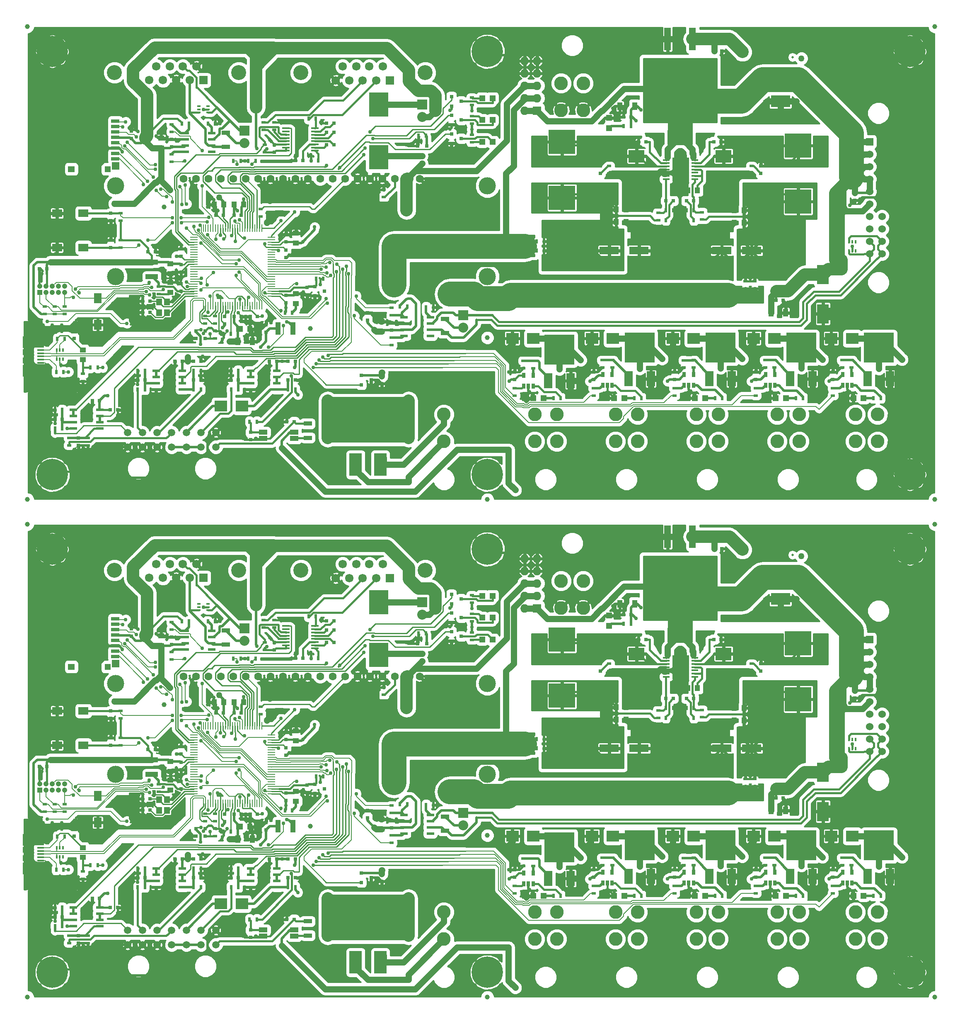
<source format=gbr>
G04 #@! TF.FileFunction,Copper,L1,Top,Mixed*
%FSLAX46Y46*%
G04 Gerber Fmt 4.6, Leading zero omitted, Abs format (unit mm)*
G04 Created by KiCad (PCBNEW 4.0.2-stable) date 4/19/2016 3:53:07 PM*
%MOMM*%
G01*
G04 APERTURE LIST*
%ADD10C,0.100000*%
%ADD11R,0.750000X0.800000*%
%ADD12R,1.250000X1.000000*%
%ADD13R,0.500000X0.900000*%
%ADD14R,2.500000X1.000000*%
%ADD15C,1.600000*%
%ADD16C,3.500000*%
%ADD17R,0.900000X0.500000*%
%ADD18R,1.700000X0.900000*%
%ADD19C,1.000000*%
%ADD20R,0.800100X0.800100*%
%ADD21R,1.500000X0.280000*%
%ADD22R,0.280000X1.500000*%
%ADD23R,1.524000X1.524000*%
%ADD24C,1.524000*%
%ADD25C,6.400000*%
%ADD26C,0.600000*%
%ADD27R,0.398780X0.749300*%
%ADD28R,1.000000X1.250000*%
%ADD29R,4.000500X1.600200*%
%ADD30R,0.800000X0.750000*%
%ADD31C,0.330000*%
%ADD32R,1.450000X0.450000*%
%ADD33R,3.400000X5.000000*%
%ADD34R,3.299460X2.499360*%
%ADD35R,5.400040X5.000000*%
%ADD36R,4.000500X2.400300*%
%ADD37R,1.000000X1.600000*%
%ADD38R,1.198880X1.198880*%
%ADD39R,10.800000X9.400000*%
%ADD40R,1.390000X4.600000*%
%ADD41C,2.800000*%
%ADD42R,1.651000X3.048000*%
%ADD43R,6.096000X6.096000*%
%ADD44R,0.650000X1.060000*%
%ADD45R,2.499360X2.301240*%
%ADD46R,2.400300X4.000500*%
%ADD47R,1.727200X1.727200*%
%ADD48O,1.727200X1.727200*%
%ADD49R,4.000000X5.000000*%
%ADD50R,1.500000X0.450000*%
%ADD51R,2.032000X2.032000*%
%ADD52O,2.032000X2.032000*%
%ADD53C,3.050000*%
%ADD54R,1.724000X1.724000*%
%ADD55C,1.724000*%
%ADD56R,1.000000X2.500000*%
%ADD57R,1.550000X0.600000*%
%ADD58R,1.700000X1.000000*%
%ADD59R,2.000000X1.600000*%
%ADD60R,0.749300X0.398780*%
%ADD61R,1.678940X0.800100*%
%ADD62R,1.300480X1.290320*%
%ADD63R,1.699260X1.501140*%
%ADD64R,1.501140X1.699260*%
%ADD65R,1.399540X1.290320*%
%ADD66R,1.501140X1.600200*%
%ADD67R,1.200000X1.400000*%
%ADD68R,1.600000X2.000000*%
%ADD69R,1.897380X1.173480*%
%ADD70R,1.897380X2.374900*%
%ADD71R,2.100580X1.473200*%
%ADD72R,1.379220X0.449580*%
%ADD73C,1.500000*%
%ADD74R,1.050000X1.050000*%
%ADD75C,1.050000*%
%ADD76R,2.500000X4.600000*%
%ADD77R,15.880000X9.400000*%
%ADD78C,1.270000*%
%ADD79C,0.762000*%
%ADD80C,2.540000*%
%ADD81C,0.508000*%
%ADD82C,0.203200*%
%ADD83C,0.152400*%
%ADD84C,0.381000*%
%ADD85C,1.270000*%
%ADD86C,0.254000*%
%ADD87C,0.250000*%
%ADD88C,2.540000*%
%ADD89C,5.080000*%
%ADD90C,0.190500*%
G04 APERTURE END LIST*
D10*
D11*
X111252000Y-201156000D03*
X111252000Y-199656000D03*
D12*
X113284000Y-201279000D03*
X113284000Y-199279000D03*
D13*
X111010000Y-203200000D03*
X112510000Y-203200000D03*
D14*
X83820000Y-195810000D03*
X83820000Y-192810000D03*
D15*
X90270000Y-175792000D03*
X92810000Y-175792000D03*
X95350000Y-175792000D03*
X97890000Y-175792000D03*
X100430000Y-175792000D03*
X102970000Y-175792000D03*
X105510000Y-175792000D03*
X108050000Y-175792000D03*
X110590000Y-175792000D03*
X113130000Y-175792000D03*
X115670000Y-175792000D03*
X118210000Y-175792000D03*
X120750000Y-175792000D03*
X123290000Y-175792000D03*
X125830000Y-175792000D03*
X128370000Y-175792000D03*
X130910000Y-175792000D03*
X133450000Y-175792000D03*
X135990000Y-175792000D03*
X138530000Y-175792000D03*
D16*
X76400000Y-177292000D03*
X152400000Y-177292000D03*
X76400000Y-195792000D03*
X152400000Y-195792000D03*
D11*
X111252000Y-190385000D03*
X111252000Y-191885000D03*
D17*
X106045000Y-182015000D03*
X106045000Y-183515000D03*
D18*
X143764000Y-204417000D03*
X143764000Y-207317000D03*
D19*
X116205000Y-206375000D03*
D13*
X139839000Y-202057000D03*
X141339000Y-202057000D03*
D11*
X115570000Y-198005000D03*
X115570000Y-199505000D03*
D20*
X117109240Y-197805000D03*
X117109240Y-199705000D03*
X119108220Y-198755000D03*
D13*
X118860000Y-196215000D03*
X117360000Y-196215000D03*
D17*
X96774000Y-208395000D03*
X96774000Y-206895000D03*
D13*
X99937000Y-207518000D03*
X98437000Y-207518000D03*
D17*
X94742000Y-203847000D03*
X94742000Y-205347000D03*
X96774000Y-203847000D03*
X96774000Y-205347000D03*
D11*
X127889000Y-204712000D03*
X127889000Y-203212000D03*
D12*
X130810000Y-206994000D03*
X130810000Y-204994000D03*
D17*
X132842000Y-203696000D03*
X132842000Y-202196000D03*
D13*
X134505000Y-201930000D03*
X136005000Y-201930000D03*
D11*
X132842000Y-206744000D03*
X132842000Y-205244000D03*
X89797000Y-193360476D03*
X89797000Y-194860476D03*
D12*
X87630000Y-193183000D03*
X87630000Y-195183000D03*
D11*
X89789000Y-191631000D03*
X89789000Y-190131000D03*
D21*
X92430000Y-187802000D03*
X92430000Y-188302000D03*
X92430000Y-188802000D03*
X92430000Y-189302000D03*
X92430000Y-189802000D03*
X92430000Y-190302000D03*
X92430000Y-190802000D03*
X92430000Y-191302000D03*
X92430000Y-191802000D03*
X92430000Y-192302000D03*
X92430000Y-192802000D03*
X92430000Y-193302000D03*
X92430000Y-193802000D03*
X92430000Y-194302000D03*
X92430000Y-194802000D03*
X92430000Y-195302000D03*
X92430000Y-195802000D03*
X92430000Y-196302000D03*
X92430000Y-196802000D03*
X92430000Y-197302000D03*
X92430000Y-197802000D03*
X92430000Y-198302000D03*
X92430000Y-198802000D03*
X92430000Y-199302000D03*
X92430000Y-199802000D03*
D22*
X94330000Y-201702000D03*
X94830000Y-201702000D03*
X95330000Y-201702000D03*
X95830000Y-201702000D03*
X96330000Y-201702000D03*
X96830000Y-201702000D03*
X97330000Y-201702000D03*
X97830000Y-201702000D03*
X98330000Y-201702000D03*
X98830000Y-201702000D03*
X99330000Y-201702000D03*
X99830000Y-201702000D03*
X100330000Y-201702000D03*
X100830000Y-201702000D03*
X101330000Y-201702000D03*
X101830000Y-201702000D03*
X102330000Y-201702000D03*
X102830000Y-201702000D03*
X103330000Y-201702000D03*
X103830000Y-201702000D03*
X104330000Y-201702000D03*
X104830000Y-201702000D03*
X105330000Y-201702000D03*
X105830000Y-201702000D03*
X106330000Y-201702000D03*
D21*
X108230000Y-199802000D03*
X108230000Y-199302000D03*
X108230000Y-198802000D03*
X108230000Y-198302000D03*
X108230000Y-197802000D03*
X108230000Y-197302000D03*
X108230000Y-196802000D03*
X108230000Y-196302000D03*
X108230000Y-195802000D03*
X108230000Y-195302000D03*
X108230000Y-194802000D03*
X108230000Y-194302000D03*
X108230000Y-193802000D03*
X108230000Y-193302000D03*
X108230000Y-192802000D03*
X108230000Y-192302000D03*
X108230000Y-191802000D03*
X108230000Y-191302000D03*
X108230000Y-190802000D03*
X108230000Y-190302000D03*
X108230000Y-189802000D03*
X108230000Y-189302000D03*
X108230000Y-188802000D03*
X108230000Y-188302000D03*
X108230000Y-187802000D03*
D22*
X106330000Y-185902000D03*
X105830000Y-185902000D03*
X105330000Y-185902000D03*
X104830000Y-185902000D03*
X104330000Y-185902000D03*
X103830000Y-185902000D03*
X103330000Y-185902000D03*
X102830000Y-185902000D03*
X102330000Y-185902000D03*
X101830000Y-185902000D03*
X101330000Y-185902000D03*
X100830000Y-185902000D03*
X100330000Y-185902000D03*
X99830000Y-185902000D03*
X99330000Y-185902000D03*
X98830000Y-185902000D03*
X98330000Y-185902000D03*
X97830000Y-185902000D03*
X97330000Y-185902000D03*
X96830000Y-185902000D03*
X96330000Y-185902000D03*
X95830000Y-185902000D03*
X95330000Y-185902000D03*
X94830000Y-185902000D03*
X94330000Y-185902000D03*
D23*
X230505000Y-168275000D03*
D24*
X233045000Y-168275000D03*
X230505000Y-170815000D03*
X233045000Y-170815000D03*
X230505000Y-173355000D03*
X233045000Y-173355000D03*
X230505000Y-175895000D03*
X233045000Y-175895000D03*
X230505000Y-178435000D03*
X233045000Y-178435000D03*
X230505000Y-180975000D03*
X233045000Y-180975000D03*
X230505000Y-183515000D03*
X233045000Y-183515000D03*
X230505000Y-186055000D03*
X233045000Y-186055000D03*
X230505000Y-188595000D03*
X233045000Y-188595000D03*
X230505000Y-191135000D03*
X233045000Y-191135000D03*
D19*
X243840000Y-144780000D03*
D25*
X238760000Y-149860000D03*
D26*
X241160000Y-149860000D03*
X240457056Y-151557056D03*
X238760000Y-152260000D03*
X237062944Y-151557056D03*
X236360000Y-149860000D03*
X237062944Y-148162944D03*
X238760000Y-147460000D03*
X240457056Y-148162944D03*
D27*
X226298760Y-190560960D03*
X226949000Y-190560960D03*
X227599240Y-190560960D03*
X227599240Y-188661040D03*
X226949000Y-188661040D03*
X226298760Y-188661040D03*
D11*
X227457000Y-180213000D03*
X227457000Y-178713000D03*
D28*
X204835000Y-182245000D03*
X202835000Y-182245000D03*
D29*
X206377540Y-190500000D03*
X200276460Y-190500000D03*
D17*
X196215000Y-184150000D03*
X196215000Y-182650000D03*
D28*
X204835000Y-184785000D03*
X202835000Y-184785000D03*
D13*
X194552000Y-184277000D03*
X193052000Y-184277000D03*
X188861000Y-184277000D03*
X190361000Y-184277000D03*
X194552000Y-182245000D03*
X193052000Y-182245000D03*
D30*
X194552000Y-180340000D03*
X193052000Y-180340000D03*
D28*
X195310000Y-178181000D03*
X193310000Y-178181000D03*
D31*
X191111000Y-172446400D03*
D32*
X188923000Y-171995000D03*
X188923000Y-172645000D03*
X188923000Y-173295000D03*
X188923000Y-173945000D03*
X188923000Y-174595000D03*
X188923000Y-175245000D03*
X188923000Y-175895000D03*
X194823000Y-175895000D03*
X194823000Y-175245000D03*
X194823000Y-174595000D03*
X194823000Y-173945000D03*
X194823000Y-173295000D03*
X194823000Y-172645000D03*
X194823000Y-171995000D03*
D33*
X191873000Y-173945000D03*
D31*
X192611000Y-172446400D03*
X191111000Y-173946400D03*
X192611000Y-173946400D03*
X191111000Y-175446400D03*
X192611000Y-175446400D03*
D30*
X188861000Y-180340000D03*
X190361000Y-180340000D03*
D13*
X188873000Y-182245000D03*
X190373000Y-182245000D03*
D17*
X177292000Y-173240000D03*
X177292000Y-174740000D03*
D34*
X182880000Y-171223940D03*
X182880000Y-178026060D03*
D28*
X178705000Y-182118000D03*
X180705000Y-182118000D03*
X178705000Y-184658000D03*
X180705000Y-184658000D03*
D11*
X175514000Y-173240000D03*
X175514000Y-174740000D03*
D17*
X187325000Y-184265000D03*
X187325000Y-182765000D03*
D29*
X177289460Y-190500000D03*
X183390540Y-190500000D03*
D35*
X215900000Y-169037000D03*
X215900000Y-180467000D03*
D34*
X200660000Y-171223940D03*
X200660000Y-178026060D03*
D17*
X206375000Y-173240000D03*
X206375000Y-174740000D03*
D11*
X208280000Y-173240000D03*
X208280000Y-174740000D03*
D36*
X204279500Y-160020000D03*
X212280500Y-160020000D03*
D37*
X179475000Y-161036000D03*
X182475000Y-161036000D03*
D38*
X177292000Y-165514020D03*
X177292000Y-163415980D03*
D30*
X184785000Y-168275000D03*
X183285000Y-168275000D03*
X181725000Y-163195000D03*
X180225000Y-163195000D03*
D13*
X181725000Y-165100000D03*
X180225000Y-165100000D03*
D39*
X191770000Y-156470000D03*
D40*
X189230000Y-147320000D03*
X194310000Y-147320000D03*
D37*
X196064000Y-168275000D03*
X193064000Y-168275000D03*
X190476000Y-168275000D03*
X187476000Y-168275000D03*
D30*
X198767000Y-149733000D03*
X200267000Y-149733000D03*
X198640000Y-168275000D03*
X200140000Y-168275000D03*
D41*
X195084000Y-223945000D03*
X195084000Y-229445000D03*
X199584000Y-223945000D03*
X199584000Y-229445000D03*
D42*
X197739000Y-216662000D03*
D43*
X200025000Y-210312000D03*
D42*
X202311000Y-216662000D03*
D17*
X211074000Y-212864000D03*
X211074000Y-214364000D03*
X209169000Y-212864000D03*
X209169000Y-214364000D03*
D11*
X207264000Y-216777000D03*
X207264000Y-215277000D03*
D17*
X207264000Y-218579000D03*
X207264000Y-220079000D03*
D44*
X209235000Y-218016000D03*
X210185000Y-218016000D03*
X211135000Y-218016000D03*
X211135000Y-215816000D03*
X209235000Y-215816000D03*
D13*
X200394000Y-220599000D03*
X198894000Y-220599000D03*
D44*
X224983000Y-218016000D03*
X225933000Y-218016000D03*
X226883000Y-218016000D03*
X226883000Y-215816000D03*
X224983000Y-215816000D03*
D11*
X223012000Y-216777000D03*
X223012000Y-215277000D03*
D42*
X230124000Y-216662000D03*
D43*
X232410000Y-210312000D03*
D42*
X234696000Y-216662000D03*
X214249000Y-216662000D03*
D43*
X216535000Y-210312000D03*
D42*
X218821000Y-216662000D03*
D17*
X224917000Y-212864000D03*
X224917000Y-214364000D03*
X223012000Y-218579000D03*
X223012000Y-220079000D03*
X226822000Y-212864000D03*
X226822000Y-214364000D03*
D45*
X226938840Y-208407000D03*
X222641160Y-208407000D03*
D17*
X205105000Y-196735000D03*
X205105000Y-198235000D03*
D46*
X220980000Y-195389500D03*
X220980000Y-203390500D03*
D17*
X207010000Y-196735000D03*
X207010000Y-198235000D03*
D45*
X211063840Y-208407000D03*
X206766160Y-208407000D03*
D30*
X211340000Y-200660000D03*
X212840000Y-200660000D03*
D37*
X213360000Y-203200000D03*
X210360000Y-203200000D03*
D41*
X227620000Y-223945000D03*
X227620000Y-229445000D03*
X232120000Y-223945000D03*
X232120000Y-229445000D03*
D25*
X238760000Y-236220000D03*
D26*
X241160000Y-236220000D03*
X240457056Y-237917056D03*
X238760000Y-238620000D03*
X237062944Y-237917056D03*
X236360000Y-236220000D03*
X237062944Y-234522944D03*
X238760000Y-233820000D03*
X240457056Y-234522944D03*
D41*
X211594000Y-223945000D03*
X211594000Y-229445000D03*
X216094000Y-223945000D03*
X216094000Y-229445000D03*
D13*
X232767000Y-220599000D03*
X231267000Y-220599000D03*
X216904000Y-220599000D03*
X215404000Y-220599000D03*
D19*
X243840000Y-241300000D03*
D38*
X229268020Y-220599000D03*
X227169980Y-220599000D03*
X213393020Y-220599000D03*
X211294980Y-220599000D03*
D41*
X171970000Y-161840000D03*
X171970000Y-156340000D03*
X167470000Y-161840000D03*
X167470000Y-156340000D03*
D25*
X152400000Y-149860000D03*
D26*
X154800000Y-149860000D03*
X154097056Y-151557056D03*
X152400000Y-152260000D03*
X150702944Y-151557056D03*
X150000000Y-149860000D03*
X150702944Y-148162944D03*
X152400000Y-147460000D03*
X154097056Y-148162944D03*
D47*
X162560000Y-161925000D03*
D48*
X160020000Y-161925000D03*
X162560000Y-159385000D03*
X160020000Y-159385000D03*
X162560000Y-156845000D03*
X160020000Y-156845000D03*
X162560000Y-154305000D03*
X160020000Y-154305000D03*
X162560000Y-151765000D03*
X160020000Y-151765000D03*
D38*
X151350980Y-159385000D03*
X153449020Y-159385000D03*
D49*
X130175000Y-171455000D03*
X130175000Y-160655000D03*
D20*
X140015000Y-169179240D03*
X138115000Y-169179240D03*
X139065000Y-171178220D03*
D50*
X117138999Y-170090000D03*
X117138999Y-169440000D03*
X117138999Y-168790000D03*
X117138999Y-168140000D03*
X117138999Y-167490000D03*
X117138999Y-166840000D03*
X117138999Y-166190000D03*
X117138999Y-165540000D03*
X111238999Y-165540000D03*
X111238999Y-166190000D03*
X111238999Y-166840000D03*
X111238999Y-167490000D03*
X111238999Y-168140000D03*
X111238999Y-168790000D03*
X111238999Y-169440000D03*
X111238999Y-170090000D03*
D13*
X117844000Y-172085000D03*
X116344000Y-172085000D03*
X115836000Y-163576000D03*
X117336000Y-163576000D03*
D51*
X139065000Y-160655000D03*
D52*
X139065000Y-163195000D03*
D53*
X139700000Y-154178000D03*
X114300000Y-154178000D03*
D54*
X132461000Y-155742400D03*
D55*
X129667000Y-155742400D03*
X126873000Y-155742400D03*
X124206000Y-155742400D03*
X121412000Y-155742400D03*
X122809000Y-152908000D03*
X125603000Y-152908000D03*
X128270000Y-152908000D03*
X131064000Y-152908000D03*
D17*
X149225000Y-164580000D03*
X149225000Y-163080000D03*
D38*
X151350980Y-163830000D03*
X153449020Y-163830000D03*
D20*
X145049240Y-159070000D03*
X145049240Y-160970000D03*
X147048220Y-160020000D03*
D17*
X149225000Y-160770000D03*
X149225000Y-159270000D03*
D20*
X145049240Y-162880000D03*
X145049240Y-164780000D03*
X147048220Y-163830000D03*
D35*
X167640000Y-168275000D03*
X167640000Y-179705000D03*
D17*
X149225000Y-166890000D03*
X149225000Y-168390000D03*
D13*
X163945000Y-190500000D03*
X162445000Y-190500000D03*
X163945000Y-188595000D03*
X162445000Y-188595000D03*
D20*
X145049240Y-166690000D03*
X145049240Y-168590000D03*
X147048220Y-167640000D03*
D38*
X151350980Y-168275000D03*
X153449020Y-168275000D03*
D30*
X121019000Y-164465000D03*
X119519000Y-164465000D03*
X119519000Y-166370000D03*
X121019000Y-166370000D03*
D17*
X131191000Y-179566000D03*
X131191000Y-178066000D03*
D13*
X139815000Y-167005000D03*
X138315000Y-167005000D03*
D30*
X114669000Y-172085000D03*
X113169000Y-172085000D03*
D11*
X111252000Y-188710000D03*
X111252000Y-187210000D03*
D30*
X121019000Y-168910000D03*
X119519000Y-168910000D03*
D12*
X113284000Y-188960000D03*
X113284000Y-186960000D03*
D11*
X92837000Y-206895000D03*
X92837000Y-208395000D03*
X98679000Y-205474000D03*
X98679000Y-203974000D03*
D30*
X105398000Y-203962000D03*
X103898000Y-203962000D03*
D37*
X101370000Y-209042000D03*
X104370000Y-209042000D03*
D11*
X94742000Y-208395000D03*
X94742000Y-206895000D03*
D28*
X101870000Y-206502000D03*
X103870000Y-206502000D03*
D11*
X107188000Y-207137000D03*
X107188000Y-205637000D03*
D30*
X100596000Y-203962000D03*
X102096000Y-203962000D03*
D45*
X97927160Y-222250000D03*
X102224840Y-222250000D03*
D30*
X92341000Y-216916000D03*
X93841000Y-216916000D03*
D13*
X92341000Y-215011000D03*
X93841000Y-215011000D03*
D30*
X101473000Y-216916000D03*
X99973000Y-216916000D03*
D13*
X93841000Y-218821000D03*
X92341000Y-218821000D03*
D30*
X93841000Y-213106000D03*
X92341000Y-213106000D03*
D56*
X112625000Y-206375000D03*
X109625000Y-206375000D03*
D57*
X103980000Y-215011000D03*
X103980000Y-216281000D03*
X103980000Y-217551000D03*
X103980000Y-218821000D03*
X109380000Y-218821000D03*
X109380000Y-217551000D03*
X109380000Y-216281000D03*
X109380000Y-215011000D03*
D30*
X111645000Y-216916000D03*
X113145000Y-216916000D03*
D13*
X100001422Y-218821000D03*
X101501422Y-218821000D03*
D30*
X113145000Y-213106000D03*
X111645000Y-213106000D03*
X107835000Y-213106000D03*
X109335000Y-213106000D03*
D13*
X101461000Y-215011000D03*
X99961000Y-215011000D03*
X113145000Y-218821000D03*
X111645000Y-218821000D03*
D58*
X106603000Y-227584000D03*
X112903000Y-227584000D03*
X106603000Y-228854000D03*
X112903000Y-228854000D03*
D18*
X115697000Y-225806000D03*
X115697000Y-228706000D03*
D13*
X103771000Y-225425000D03*
X105271000Y-225425000D03*
D11*
X104013000Y-227596000D03*
X104013000Y-229096000D03*
D30*
X112891000Y-225425000D03*
X111391000Y-225425000D03*
D57*
X90632333Y-166542000D03*
X90632333Y-167812000D03*
X90632333Y-169082000D03*
X90632333Y-170352000D03*
X96032333Y-170352000D03*
X96032333Y-169082000D03*
X96032333Y-167812000D03*
X96032333Y-166542000D03*
D13*
X95262000Y-164592000D03*
X96762000Y-164592000D03*
D18*
X98933000Y-166444000D03*
X98933000Y-169344000D03*
D17*
X87884000Y-170815000D03*
X87884000Y-172315000D03*
D11*
X108839000Y-168922000D03*
X108839000Y-170422000D03*
D17*
X108839000Y-165850000D03*
X108839000Y-164350000D03*
X106680000Y-164350000D03*
X106680000Y-165850000D03*
X106934000Y-168922000D03*
X106934000Y-170422000D03*
D51*
X102743000Y-165989000D03*
D52*
X102743000Y-168529000D03*
D19*
X86360000Y-181610000D03*
D59*
X64450000Y-189865000D03*
X69850000Y-189865000D03*
X64450000Y-182880000D03*
X69850000Y-182880000D03*
D17*
X77470000Y-189853000D03*
X77470000Y-188353000D03*
D11*
X75438000Y-189853000D03*
X75438000Y-188353000D03*
X75438000Y-182892000D03*
X75438000Y-184392000D03*
D17*
X77470000Y-182892000D03*
X77470000Y-184392000D03*
D30*
X83058000Y-190754000D03*
X84558000Y-190754000D03*
D11*
X87884000Y-169279000D03*
X87884000Y-167779000D03*
D12*
X85725000Y-169529000D03*
X85725000Y-167529000D03*
D17*
X87884000Y-164731000D03*
X87884000Y-166231000D03*
D13*
X89928000Y-164592000D03*
X91428000Y-164592000D03*
D11*
X79629000Y-167628000D03*
X79629000Y-166128000D03*
D28*
X100600000Y-181102000D03*
X102600000Y-181102000D03*
X98536000Y-181102000D03*
X96536000Y-181102000D03*
D13*
X101969000Y-172212000D03*
X100469000Y-172212000D03*
D30*
X98438524Y-183269000D03*
X96938524Y-183269000D03*
D13*
X105017000Y-172212000D03*
X103517000Y-172212000D03*
D30*
X100596000Y-183261000D03*
X102096000Y-183261000D03*
D53*
X101600000Y-154137600D03*
X76200000Y-154137600D03*
D54*
X94361000Y-155702000D03*
D55*
X91567000Y-155702000D03*
X88773000Y-155702000D03*
X86106000Y-155702000D03*
X83312000Y-155702000D03*
X84709000Y-152867600D03*
X87503000Y-152867600D03*
X90170000Y-152867600D03*
X92964000Y-152867600D03*
D60*
X95310960Y-162321240D03*
X95310960Y-161671000D03*
X95310960Y-161020760D03*
X93411040Y-161020760D03*
X93411040Y-161671000D03*
X93411040Y-162321240D03*
D25*
X63500000Y-149860000D03*
D26*
X65900000Y-149860000D03*
X65197056Y-151557056D03*
X63500000Y-152260000D03*
X61802944Y-151557056D03*
X61100000Y-149860000D03*
X61802944Y-148162944D03*
X63500000Y-147460000D03*
X65197056Y-148162944D03*
D19*
X58420000Y-144780000D03*
D61*
X76354940Y-171787820D03*
X76354940Y-170688000D03*
X76354940Y-169588180D03*
X76354940Y-168488360D03*
X76354940Y-167386000D03*
X76354940Y-166286180D03*
X76354940Y-165186360D03*
X76354940Y-164086540D03*
D62*
X74795380Y-173842680D03*
D63*
X61595000Y-173736000D03*
D64*
X76446380Y-160538160D03*
D65*
X67396360Y-173842680D03*
D63*
X61595000Y-160238440D03*
D66*
X76446380Y-173197520D03*
D67*
X85306000Y-200957000D03*
X85306000Y-203157000D03*
X86906000Y-200957000D03*
X86906000Y-203157000D03*
D11*
X89789000Y-198743000D03*
X89789000Y-197243000D03*
D30*
X83427000Y-203073000D03*
X81927000Y-203073000D03*
D68*
X72771000Y-205646000D03*
X72771000Y-200246000D03*
D17*
X85217000Y-197878000D03*
X85217000Y-199378000D03*
D30*
X83427000Y-200787000D03*
X81927000Y-200787000D03*
D12*
X87630000Y-198993000D03*
X87630000Y-196993000D03*
D17*
X66929000Y-230239000D03*
X66929000Y-228739000D03*
D13*
X64020000Y-226822000D03*
X65520000Y-226822000D03*
D25*
X63500000Y-236220000D03*
D26*
X65900000Y-236220000D03*
X65197056Y-237917056D03*
X63500000Y-238620000D03*
X61802944Y-237917056D03*
X61100000Y-236220000D03*
X61802944Y-234522944D03*
X63500000Y-233820000D03*
X65197056Y-234522944D03*
D19*
X58420000Y-241300000D03*
D17*
X69723000Y-215658000D03*
X69723000Y-217158000D03*
D13*
X65774000Y-215265000D03*
X64274000Y-215265000D03*
X64516000Y-208534000D03*
X66016000Y-208534000D03*
D12*
X69723000Y-212772500D03*
X69723000Y-210772500D03*
D27*
X64373760Y-212658960D03*
X65024000Y-212658960D03*
X65674240Y-212658960D03*
X65674240Y-210759040D03*
X65024000Y-210759040D03*
X64373760Y-210759040D03*
D69*
X58420000Y-211251800D03*
X58420000Y-212928200D03*
D70*
X58420000Y-215003380D03*
X58420000Y-209176620D03*
D71*
X60718700Y-214551260D03*
X60718700Y-209628740D03*
D72*
X61079380Y-210789520D03*
X61079380Y-211439760D03*
X61079380Y-212090000D03*
X61079380Y-212740240D03*
X61079380Y-213390480D03*
D11*
X67945000Y-208395000D03*
X67945000Y-206895000D03*
D13*
X72759000Y-214376000D03*
X71259000Y-214376000D03*
D57*
X84676000Y-215011000D03*
X84676000Y-216281000D03*
X84676000Y-217551000D03*
X84676000Y-218821000D03*
X90076000Y-218821000D03*
X90076000Y-217551000D03*
X90076000Y-216281000D03*
X90076000Y-215011000D03*
D30*
X82411000Y-216916000D03*
X80911000Y-216916000D03*
D73*
X96884000Y-230630000D03*
X96884000Y-227630000D03*
X93884000Y-227630000D03*
X93884000Y-230630000D03*
X90884000Y-230630000D03*
X90884000Y-227630000D03*
X87884000Y-227630000D03*
X87884000Y-230630000D03*
X84884000Y-230630000D03*
X84884000Y-227630000D03*
X81884000Y-227630000D03*
X81884000Y-230630000D03*
X78884000Y-227630000D03*
X78884000Y-230630000D03*
D30*
X88531000Y-213106000D03*
X90031000Y-213106000D03*
D13*
X82411000Y-215011000D03*
X80911000Y-215011000D03*
X80911000Y-218821000D03*
X82411000Y-218821000D03*
D30*
X76823000Y-223012000D03*
X75323000Y-223012000D03*
D57*
X67785000Y-223012000D03*
X67785000Y-224282000D03*
X67785000Y-225552000D03*
X67785000Y-226822000D03*
X73185000Y-226822000D03*
X73185000Y-225552000D03*
X73185000Y-224282000D03*
X73185000Y-223012000D03*
D17*
X70739000Y-228739000D03*
X70739000Y-230239000D03*
D30*
X65520000Y-224917000D03*
X64020000Y-224917000D03*
X71640000Y-221107000D03*
X73140000Y-221107000D03*
D13*
X65520000Y-223012000D03*
X64020000Y-223012000D03*
D11*
X68834000Y-228739000D03*
X68834000Y-230239000D03*
D30*
X62345000Y-194233800D03*
X60845000Y-194233800D03*
D17*
X66040000Y-201942000D03*
X66040000Y-203442000D03*
X64008000Y-201942000D03*
X64008000Y-203442000D03*
X61976000Y-201942000D03*
X61976000Y-203442000D03*
D74*
X60960000Y-199009000D03*
D75*
X62230000Y-199009000D03*
X63500000Y-199009000D03*
X64770000Y-199009000D03*
X66040000Y-199009000D03*
X62230000Y-197739000D03*
X63500000Y-197739000D03*
X64770000Y-197739000D03*
X66040000Y-197739000D03*
X60960000Y-197739000D03*
D41*
X143510000Y-223945000D03*
X143510000Y-229445000D03*
D25*
X152400000Y-236220000D03*
D26*
X154800000Y-236220000D03*
X154097056Y-237917056D03*
X152400000Y-238620000D03*
X150702944Y-237917056D03*
X150000000Y-236220000D03*
X150702944Y-234522944D03*
X152400000Y-233820000D03*
X154097056Y-234522944D03*
D76*
X130516000Y-234188000D03*
D77*
X128016000Y-225038000D03*
D76*
X125476000Y-234188000D03*
D11*
X130810000Y-217666000D03*
X130810000Y-216166000D03*
D19*
X152400000Y-241300000D03*
D57*
X135349000Y-204089000D03*
X135349000Y-205359000D03*
X135349000Y-206629000D03*
X135349000Y-207899000D03*
X140749000Y-207899000D03*
X140749000Y-206629000D03*
X140749000Y-205359000D03*
X140749000Y-204089000D03*
D17*
X132842000Y-208292000D03*
X132842000Y-209792000D03*
D51*
X147447000Y-203708000D03*
D52*
X147447000Y-206248000D03*
D20*
X126634240Y-215966000D03*
X126634240Y-217866000D03*
X128633220Y-216916000D03*
D19*
X152400000Y-208280000D03*
D44*
X159832000Y-218143000D03*
X160782000Y-218143000D03*
X161732000Y-218143000D03*
X161732000Y-215943000D03*
X159832000Y-215943000D03*
D17*
X157988000Y-218579000D03*
X157988000Y-220079000D03*
D42*
X164846000Y-217043000D03*
D43*
X167132000Y-210693000D03*
D42*
X169418000Y-217043000D03*
D17*
X159766000Y-212991000D03*
X159766000Y-214491000D03*
D11*
X157988000Y-216777000D03*
X157988000Y-215277000D03*
D45*
X161787840Y-208407000D03*
X157490160Y-208407000D03*
D17*
X161798000Y-212991000D03*
X161798000Y-214491000D03*
D44*
X175961000Y-218016000D03*
X176911000Y-218016000D03*
X177861000Y-218016000D03*
X177861000Y-215816000D03*
X175961000Y-215816000D03*
D45*
X178043840Y-208407000D03*
X173746160Y-208407000D03*
D17*
X174117000Y-218579000D03*
X174117000Y-220079000D03*
D11*
X174117000Y-216777000D03*
X174117000Y-215277000D03*
D17*
X175895000Y-212864000D03*
X175895000Y-214364000D03*
X177927000Y-212864000D03*
X177927000Y-214364000D03*
D42*
X181229000Y-216662000D03*
D43*
X183515000Y-210312000D03*
D42*
X185801000Y-216662000D03*
D41*
X178574000Y-223945000D03*
X178574000Y-229445000D03*
X183074000Y-223945000D03*
X183074000Y-229445000D03*
D13*
X167374000Y-220599000D03*
X165874000Y-220599000D03*
X183884000Y-220599000D03*
X182384000Y-220599000D03*
D38*
X180373020Y-220599000D03*
X178274980Y-220599000D03*
X163863020Y-220599000D03*
X161764980Y-220599000D03*
D41*
X162064000Y-223945000D03*
X162064000Y-229445000D03*
X166564000Y-223945000D03*
X166564000Y-229445000D03*
D44*
X192598000Y-218016000D03*
X193548000Y-218016000D03*
X194498000Y-218016000D03*
X194498000Y-215816000D03*
X192598000Y-215816000D03*
D17*
X194564000Y-212864000D03*
X194564000Y-214364000D03*
X190627000Y-218579000D03*
X190627000Y-220079000D03*
D11*
X190627000Y-216777000D03*
X190627000Y-215277000D03*
D17*
X192532000Y-212876000D03*
X192532000Y-214376000D03*
D38*
X196883020Y-220599000D03*
X194784980Y-220599000D03*
D45*
X194553840Y-208407000D03*
X190256160Y-208407000D03*
D18*
X98933000Y-64844000D03*
X98933000Y-67744000D03*
D74*
X60960000Y-97409000D03*
D75*
X62230000Y-97409000D03*
X63500000Y-97409000D03*
X64770000Y-97409000D03*
X66040000Y-97409000D03*
X62230000Y-96139000D03*
X63500000Y-96139000D03*
X64770000Y-96139000D03*
X66040000Y-96139000D03*
X60960000Y-96139000D03*
D20*
X126634240Y-114366000D03*
X126634240Y-116266000D03*
X128633220Y-115316000D03*
D21*
X92430000Y-86202000D03*
X92430000Y-86702000D03*
X92430000Y-87202000D03*
X92430000Y-87702000D03*
X92430000Y-88202000D03*
X92430000Y-88702000D03*
X92430000Y-89202000D03*
X92430000Y-89702000D03*
X92430000Y-90202000D03*
X92430000Y-90702000D03*
X92430000Y-91202000D03*
X92430000Y-91702000D03*
X92430000Y-92202000D03*
X92430000Y-92702000D03*
X92430000Y-93202000D03*
X92430000Y-93702000D03*
X92430000Y-94202000D03*
X92430000Y-94702000D03*
X92430000Y-95202000D03*
X92430000Y-95702000D03*
X92430000Y-96202000D03*
X92430000Y-96702000D03*
X92430000Y-97202000D03*
X92430000Y-97702000D03*
X92430000Y-98202000D03*
D22*
X94330000Y-100102000D03*
X94830000Y-100102000D03*
X95330000Y-100102000D03*
X95830000Y-100102000D03*
X96330000Y-100102000D03*
X96830000Y-100102000D03*
X97330000Y-100102000D03*
X97830000Y-100102000D03*
X98330000Y-100102000D03*
X98830000Y-100102000D03*
X99330000Y-100102000D03*
X99830000Y-100102000D03*
X100330000Y-100102000D03*
X100830000Y-100102000D03*
X101330000Y-100102000D03*
X101830000Y-100102000D03*
X102330000Y-100102000D03*
X102830000Y-100102000D03*
X103330000Y-100102000D03*
X103830000Y-100102000D03*
X104330000Y-100102000D03*
X104830000Y-100102000D03*
X105330000Y-100102000D03*
X105830000Y-100102000D03*
X106330000Y-100102000D03*
D21*
X108230000Y-98202000D03*
X108230000Y-97702000D03*
X108230000Y-97202000D03*
X108230000Y-96702000D03*
X108230000Y-96202000D03*
X108230000Y-95702000D03*
X108230000Y-95202000D03*
X108230000Y-94702000D03*
X108230000Y-94202000D03*
X108230000Y-93702000D03*
X108230000Y-93202000D03*
X108230000Y-92702000D03*
X108230000Y-92202000D03*
X108230000Y-91702000D03*
X108230000Y-91202000D03*
X108230000Y-90702000D03*
X108230000Y-90202000D03*
X108230000Y-89702000D03*
X108230000Y-89202000D03*
X108230000Y-88702000D03*
X108230000Y-88202000D03*
X108230000Y-87702000D03*
X108230000Y-87202000D03*
X108230000Y-86702000D03*
X108230000Y-86202000D03*
D22*
X106330000Y-84302000D03*
X105830000Y-84302000D03*
X105330000Y-84302000D03*
X104830000Y-84302000D03*
X104330000Y-84302000D03*
X103830000Y-84302000D03*
X103330000Y-84302000D03*
X102830000Y-84302000D03*
X102330000Y-84302000D03*
X101830000Y-84302000D03*
X101330000Y-84302000D03*
X100830000Y-84302000D03*
X100330000Y-84302000D03*
X99830000Y-84302000D03*
X99330000Y-84302000D03*
X98830000Y-84302000D03*
X98330000Y-84302000D03*
X97830000Y-84302000D03*
X97330000Y-84302000D03*
X96830000Y-84302000D03*
X96330000Y-84302000D03*
X95830000Y-84302000D03*
X95330000Y-84302000D03*
X94830000Y-84302000D03*
X94330000Y-84302000D03*
D51*
X147447000Y-102108000D03*
D52*
X147447000Y-104648000D03*
D11*
X130810000Y-116066000D03*
X130810000Y-114566000D03*
D30*
X83427000Y-99187000D03*
X81927000Y-99187000D03*
X100596000Y-102362000D03*
X102096000Y-102362000D03*
D12*
X87630000Y-91583000D03*
X87630000Y-93583000D03*
D73*
X96884000Y-129030000D03*
X96884000Y-126030000D03*
X93884000Y-126030000D03*
X93884000Y-129030000D03*
X90884000Y-129030000D03*
X90884000Y-126030000D03*
X87884000Y-126030000D03*
X87884000Y-129030000D03*
X84884000Y-129030000D03*
X84884000Y-126030000D03*
X81884000Y-126030000D03*
X81884000Y-129030000D03*
X78884000Y-126030000D03*
X78884000Y-129030000D03*
D38*
X163863020Y-118999000D03*
X161764980Y-118999000D03*
X180373020Y-118999000D03*
X178274980Y-118999000D03*
X196883020Y-118999000D03*
X194784980Y-118999000D03*
X213393020Y-118999000D03*
X211294980Y-118999000D03*
X229268020Y-118999000D03*
X227169980Y-118999000D03*
D19*
X58420000Y-43180000D03*
X58420000Y-139700000D03*
X243840000Y-139700000D03*
D51*
X102743000Y-64389000D03*
D52*
X102743000Y-66929000D03*
D51*
X139065000Y-59055000D03*
D52*
X139065000Y-61595000D03*
D13*
X139815000Y-65405000D03*
X138315000Y-65405000D03*
D17*
X77470000Y-81292000D03*
X77470000Y-82792000D03*
X77470000Y-88253000D03*
X77470000Y-86753000D03*
D13*
X105017000Y-70612000D03*
X103517000Y-70612000D03*
X101969000Y-70612000D03*
X100469000Y-70612000D03*
D17*
X66040000Y-100342000D03*
X66040000Y-101842000D03*
X64008000Y-100342000D03*
X64008000Y-101842000D03*
X61976000Y-100342000D03*
X61976000Y-101842000D03*
D13*
X64516000Y-106934000D03*
X66016000Y-106934000D03*
D25*
X63500000Y-48260000D03*
D26*
X65900000Y-48260000D03*
X65197056Y-49957056D03*
X63500000Y-50660000D03*
X61802944Y-49957056D03*
X61100000Y-48260000D03*
X61802944Y-46562944D03*
X63500000Y-45860000D03*
X65197056Y-46562944D03*
D25*
X63500000Y-134620000D03*
D26*
X65900000Y-134620000D03*
X65197056Y-136317056D03*
X63500000Y-137020000D03*
X61802944Y-136317056D03*
X61100000Y-134620000D03*
X61802944Y-132922944D03*
X63500000Y-132220000D03*
X65197056Y-132922944D03*
D25*
X152400000Y-134620000D03*
D26*
X154800000Y-134620000D03*
X154097056Y-136317056D03*
X152400000Y-137020000D03*
X150702944Y-136317056D03*
X150000000Y-134620000D03*
X150702944Y-132922944D03*
X152400000Y-132220000D03*
X154097056Y-132922944D03*
D25*
X238760000Y-134620000D03*
D26*
X241160000Y-134620000D03*
X240457056Y-136317056D03*
X238760000Y-137020000D03*
X237062944Y-136317056D03*
X236360000Y-134620000D03*
X237062944Y-132922944D03*
X238760000Y-132220000D03*
X240457056Y-132922944D03*
D17*
X106934000Y-67322000D03*
X106934000Y-68822000D03*
X106680000Y-62750000D03*
X106680000Y-64250000D03*
D13*
X115836000Y-61976000D03*
X117336000Y-61976000D03*
X117844000Y-70485000D03*
X116344000Y-70485000D03*
D17*
X108839000Y-64250000D03*
X108839000Y-62750000D03*
X161798000Y-111391000D03*
X161798000Y-112891000D03*
X177927000Y-111264000D03*
X177927000Y-112764000D03*
X157988000Y-116979000D03*
X157988000Y-118479000D03*
X174117000Y-116979000D03*
X174117000Y-118479000D03*
X159766000Y-111391000D03*
X159766000Y-112891000D03*
X175895000Y-111264000D03*
X175895000Y-112764000D03*
D13*
X167374000Y-118999000D03*
X165874000Y-118999000D03*
X183884000Y-118999000D03*
X182384000Y-118999000D03*
D17*
X194564000Y-111264000D03*
X194564000Y-112764000D03*
X211074000Y-111264000D03*
X211074000Y-112764000D03*
X190627000Y-116979000D03*
X190627000Y-118479000D03*
X207264000Y-116979000D03*
X207264000Y-118479000D03*
X192532000Y-111276000D03*
X192532000Y-112776000D03*
X209169000Y-111264000D03*
X209169000Y-112764000D03*
D13*
X200394000Y-118999000D03*
X198894000Y-118999000D03*
X216904000Y-118999000D03*
X215404000Y-118999000D03*
D17*
X226822000Y-111264000D03*
X226822000Y-112764000D03*
X223012000Y-116979000D03*
X223012000Y-118479000D03*
X224917000Y-111264000D03*
X224917000Y-112764000D03*
D13*
X232767000Y-118999000D03*
X231267000Y-118999000D03*
X113145000Y-117221000D03*
X111645000Y-117221000D03*
X100001422Y-117221000D03*
X101501422Y-117221000D03*
X101461000Y-113411000D03*
X99961000Y-113411000D03*
X80911000Y-117221000D03*
X82411000Y-117221000D03*
X82411000Y-113411000D03*
X80911000Y-113411000D03*
X93841000Y-117221000D03*
X92341000Y-117221000D03*
X103771000Y-123825000D03*
X105271000Y-123825000D03*
X92341000Y-113411000D03*
X93841000Y-113411000D03*
D18*
X115697000Y-124206000D03*
X115697000Y-127106000D03*
D13*
X64020000Y-125222000D03*
X65520000Y-125222000D03*
X65520000Y-121412000D03*
X64020000Y-121412000D03*
D17*
X66929000Y-128639000D03*
X66929000Y-127139000D03*
X70739000Y-127139000D03*
X70739000Y-128639000D03*
X106045000Y-80415000D03*
X106045000Y-81915000D03*
D13*
X118860000Y-94615000D03*
X117360000Y-94615000D03*
D17*
X85217000Y-96278000D03*
X85217000Y-97778000D03*
D13*
X111010000Y-101600000D03*
X112510000Y-101600000D03*
X72759000Y-112776000D03*
X71259000Y-112776000D03*
D17*
X94742000Y-102247000D03*
X94742000Y-103747000D03*
X96774000Y-102247000D03*
X96774000Y-103747000D03*
D13*
X99937000Y-105918000D03*
X98437000Y-105918000D03*
D17*
X96774000Y-106795000D03*
X96774000Y-105295000D03*
D68*
X72771000Y-104046000D03*
X72771000Y-98646000D03*
D59*
X64450000Y-81280000D03*
X69850000Y-81280000D03*
X64450000Y-88265000D03*
X69850000Y-88265000D03*
D31*
X191111000Y-70846400D03*
D32*
X188923000Y-70395000D03*
X188923000Y-71045000D03*
X188923000Y-71695000D03*
X188923000Y-72345000D03*
X188923000Y-72995000D03*
X188923000Y-73645000D03*
X188923000Y-74295000D03*
X194823000Y-74295000D03*
X194823000Y-73645000D03*
X194823000Y-72995000D03*
X194823000Y-72345000D03*
X194823000Y-71695000D03*
X194823000Y-71045000D03*
X194823000Y-70395000D03*
D33*
X191873000Y-72345000D03*
D31*
X192611000Y-70846400D03*
X191111000Y-72346400D03*
X192611000Y-72346400D03*
X191111000Y-73846400D03*
X192611000Y-73846400D03*
D50*
X117138999Y-68490000D03*
X117138999Y-67840000D03*
X117138999Y-67190000D03*
X117138999Y-66540000D03*
X117138999Y-65890000D03*
X117138999Y-65240000D03*
X117138999Y-64590000D03*
X117138999Y-63940000D03*
X111238999Y-63940000D03*
X111238999Y-64590000D03*
X111238999Y-65240000D03*
X111238999Y-65890000D03*
X111238999Y-66540000D03*
X111238999Y-67190000D03*
X111238999Y-67840000D03*
X111238999Y-68490000D03*
D57*
X135349000Y-102489000D03*
X135349000Y-103759000D03*
X135349000Y-105029000D03*
X135349000Y-106299000D03*
X140749000Y-106299000D03*
X140749000Y-105029000D03*
X140749000Y-103759000D03*
X140749000Y-102489000D03*
X90632333Y-64942000D03*
X90632333Y-66212000D03*
X90632333Y-67482000D03*
X90632333Y-68752000D03*
X96032333Y-68752000D03*
X96032333Y-67482000D03*
X96032333Y-66212000D03*
X96032333Y-64942000D03*
D11*
X67945000Y-106795000D03*
X67945000Y-105295000D03*
X227457000Y-78613000D03*
X227457000Y-77113000D03*
D30*
X62345000Y-92633800D03*
X60845000Y-92633800D03*
D11*
X79629000Y-66028000D03*
X79629000Y-64528000D03*
D12*
X85725000Y-67929000D03*
X85725000Y-65929000D03*
D46*
X220980000Y-93789500D03*
X220980000Y-101790500D03*
D36*
X204279500Y-58420000D03*
X212280500Y-58420000D03*
D30*
X181725000Y-61595000D03*
X180225000Y-61595000D03*
X198767000Y-48133000D03*
X200267000Y-48133000D03*
D37*
X190476000Y-66675000D03*
X187476000Y-66675000D03*
X196064000Y-66675000D03*
X193064000Y-66675000D03*
D30*
X184785000Y-66675000D03*
X183285000Y-66675000D03*
X198640000Y-66675000D03*
X200140000Y-66675000D03*
D11*
X175514000Y-71640000D03*
X175514000Y-73140000D03*
X208280000Y-71640000D03*
X208280000Y-73140000D03*
D28*
X178705000Y-83058000D03*
X180705000Y-83058000D03*
X178705000Y-80518000D03*
X180705000Y-80518000D03*
D29*
X177289460Y-88900000D03*
X183390540Y-88900000D03*
D28*
X195310000Y-76581000D03*
X193310000Y-76581000D03*
D29*
X206377540Y-88900000D03*
X200276460Y-88900000D03*
D28*
X204835000Y-83185000D03*
X202835000Y-83185000D03*
X204835000Y-80645000D03*
X202835000Y-80645000D03*
D30*
X188861000Y-78740000D03*
X190361000Y-78740000D03*
X194552000Y-78740000D03*
X193052000Y-78740000D03*
D11*
X108839000Y-67322000D03*
X108839000Y-68822000D03*
D30*
X121019000Y-67310000D03*
X119519000Y-67310000D03*
X114669000Y-70485000D03*
X113169000Y-70485000D03*
X119519000Y-64770000D03*
X121019000Y-64770000D03*
X121019000Y-62865000D03*
X119519000Y-62865000D03*
D12*
X130810000Y-105394000D03*
X130810000Y-103394000D03*
D11*
X127889000Y-103112000D03*
X127889000Y-101612000D03*
X132842000Y-105144000D03*
X132842000Y-103644000D03*
X87884000Y-67679000D03*
X87884000Y-66179000D03*
X75438000Y-81292000D03*
X75438000Y-82792000D03*
X75438000Y-88253000D03*
X75438000Y-86753000D03*
X157988000Y-115177000D03*
X157988000Y-113677000D03*
X174117000Y-115177000D03*
X174117000Y-113677000D03*
X190627000Y-115177000D03*
X190627000Y-113677000D03*
X207264000Y-115177000D03*
X207264000Y-113677000D03*
X223012000Y-115177000D03*
X223012000Y-113677000D03*
D30*
X107835000Y-111506000D03*
X109335000Y-111506000D03*
X113145000Y-111506000D03*
X111645000Y-111506000D03*
X101473000Y-115316000D03*
X99973000Y-115316000D03*
X111645000Y-115316000D03*
X113145000Y-115316000D03*
X71640000Y-119507000D03*
X73140000Y-119507000D03*
X82411000Y-115316000D03*
X80911000Y-115316000D03*
X88531000Y-111506000D03*
X90031000Y-111506000D03*
D11*
X104013000Y-125996000D03*
X104013000Y-127496000D03*
D30*
X92341000Y-115316000D03*
X93841000Y-115316000D03*
X76823000Y-121412000D03*
X75323000Y-121412000D03*
X112891000Y-123825000D03*
X111391000Y-123825000D03*
X65520000Y-123317000D03*
X64020000Y-123317000D03*
X93841000Y-111506000D03*
X92341000Y-111506000D03*
D11*
X68834000Y-127139000D03*
X68834000Y-128639000D03*
X115570000Y-96405000D03*
X115570000Y-97905000D03*
D30*
X83058000Y-89154000D03*
X84558000Y-89154000D03*
D11*
X89789000Y-97143000D03*
X89789000Y-95643000D03*
D12*
X87630000Y-97393000D03*
X87630000Y-95393000D03*
D11*
X111252000Y-99556000D03*
X111252000Y-98056000D03*
X107188000Y-105537000D03*
X107188000Y-104037000D03*
D12*
X113284000Y-99679000D03*
X113284000Y-97679000D03*
D30*
X83427000Y-101473000D03*
X81927000Y-101473000D03*
X98438524Y-81669000D03*
X96938524Y-81669000D03*
D11*
X89797000Y-91760476D03*
X89797000Y-93260476D03*
X111252000Y-87110000D03*
X111252000Y-85610000D03*
D28*
X98536000Y-79502000D03*
X96536000Y-79502000D03*
D12*
X113284000Y-87360000D03*
X113284000Y-85360000D03*
D28*
X101870000Y-104902000D03*
X103870000Y-104902000D03*
D37*
X101370000Y-107442000D03*
X104370000Y-107442000D03*
D11*
X94742000Y-106795000D03*
X94742000Y-105295000D03*
D30*
X105398000Y-102362000D03*
X103898000Y-102362000D03*
D11*
X98679000Y-103874000D03*
X98679000Y-102374000D03*
X89789000Y-90031000D03*
X89789000Y-88531000D03*
X111252000Y-88785000D03*
X111252000Y-90285000D03*
D30*
X100596000Y-81661000D03*
X102096000Y-81661000D03*
D28*
X100600000Y-79502000D03*
X102600000Y-79502000D03*
D11*
X92837000Y-105295000D03*
X92837000Y-106795000D03*
D34*
X182880000Y-69623940D03*
X182880000Y-76426060D03*
X200660000Y-69623940D03*
X200660000Y-76426060D03*
D38*
X151350980Y-57785000D03*
X153449020Y-57785000D03*
X151350980Y-62230000D03*
X153449020Y-62230000D03*
X151350980Y-66675000D03*
X153449020Y-66675000D03*
X177292000Y-63914020D03*
X177292000Y-61815980D03*
D45*
X161787840Y-106807000D03*
X157490160Y-106807000D03*
X178043840Y-106807000D03*
X173746160Y-106807000D03*
X194553840Y-106807000D03*
X190256160Y-106807000D03*
X211063840Y-106807000D03*
X206766160Y-106807000D03*
X226938840Y-106807000D03*
X222641160Y-106807000D03*
X97927160Y-120650000D03*
X102224840Y-120650000D03*
D20*
X140015000Y-67579240D03*
X138115000Y-67579240D03*
X139065000Y-69578220D03*
X145049240Y-57470000D03*
X145049240Y-59370000D03*
X147048220Y-58420000D03*
X145049240Y-61280000D03*
X145049240Y-63180000D03*
X147048220Y-62230000D03*
X145049240Y-65090000D03*
X145049240Y-66990000D03*
X147048220Y-66040000D03*
D42*
X164846000Y-115443000D03*
D43*
X167132000Y-109093000D03*
D42*
X169418000Y-115443000D03*
X181229000Y-115062000D03*
D43*
X183515000Y-108712000D03*
D42*
X185801000Y-115062000D03*
X197739000Y-115062000D03*
D43*
X200025000Y-108712000D03*
D42*
X202311000Y-115062000D03*
X214249000Y-115062000D03*
D43*
X216535000Y-108712000D03*
D42*
X218821000Y-115062000D03*
X230124000Y-115062000D03*
D43*
X232410000Y-108712000D03*
D42*
X234696000Y-115062000D03*
D13*
X163945000Y-86995000D03*
X162445000Y-86995000D03*
D17*
X205105000Y-95135000D03*
X205105000Y-96635000D03*
D13*
X163945000Y-88900000D03*
X162445000Y-88900000D03*
D17*
X207010000Y-95135000D03*
X207010000Y-96635000D03*
X187325000Y-82665000D03*
X187325000Y-81165000D03*
X196215000Y-82550000D03*
X196215000Y-81050000D03*
X177292000Y-71640000D03*
X177292000Y-73140000D03*
X206375000Y-71640000D03*
X206375000Y-73140000D03*
D13*
X188873000Y-80645000D03*
X190373000Y-80645000D03*
X194552000Y-80645000D03*
X193052000Y-80645000D03*
X188861000Y-82677000D03*
X190361000Y-82677000D03*
X194552000Y-82677000D03*
X193052000Y-82677000D03*
X134505000Y-100330000D03*
X136005000Y-100330000D03*
D17*
X132842000Y-102096000D03*
X132842000Y-100596000D03*
X132842000Y-106692000D03*
X132842000Y-108192000D03*
D13*
X139839000Y-100457000D03*
X141339000Y-100457000D03*
X89928000Y-62992000D03*
X91428000Y-62992000D03*
D17*
X87884000Y-63131000D03*
X87884000Y-64631000D03*
X87884000Y-69215000D03*
X87884000Y-70715000D03*
D13*
X95262000Y-62992000D03*
X96762000Y-62992000D03*
D17*
X149225000Y-59170000D03*
X149225000Y-57670000D03*
X149225000Y-62980000D03*
X149225000Y-61480000D03*
X149225000Y-65290000D03*
X149225000Y-66790000D03*
D13*
X181725000Y-63500000D03*
X180225000Y-63500000D03*
D17*
X131191000Y-77966000D03*
X131191000Y-76466000D03*
D44*
X159832000Y-116543000D03*
X160782000Y-116543000D03*
X161732000Y-116543000D03*
X161732000Y-114343000D03*
X159832000Y-114343000D03*
X175961000Y-116416000D03*
X176911000Y-116416000D03*
X177861000Y-116416000D03*
X177861000Y-114216000D03*
X175961000Y-114216000D03*
X192598000Y-116416000D03*
X193548000Y-116416000D03*
X194498000Y-116416000D03*
X194498000Y-114216000D03*
X192598000Y-114216000D03*
X209235000Y-116416000D03*
X210185000Y-116416000D03*
X211135000Y-116416000D03*
X211135000Y-114216000D03*
X209235000Y-114216000D03*
X224983000Y-116416000D03*
X225933000Y-116416000D03*
X226883000Y-116416000D03*
X226883000Y-114216000D03*
X224983000Y-114216000D03*
D57*
X103980000Y-113411000D03*
X103980000Y-114681000D03*
X103980000Y-115951000D03*
X103980000Y-117221000D03*
X109380000Y-117221000D03*
X109380000Y-115951000D03*
X109380000Y-114681000D03*
X109380000Y-113411000D03*
X84676000Y-113411000D03*
X84676000Y-114681000D03*
X84676000Y-115951000D03*
X84676000Y-117221000D03*
X90076000Y-117221000D03*
X90076000Y-115951000D03*
X90076000Y-114681000D03*
X90076000Y-113411000D03*
X67785000Y-121412000D03*
X67785000Y-122682000D03*
X67785000Y-123952000D03*
X67785000Y-125222000D03*
X73185000Y-125222000D03*
X73185000Y-123952000D03*
X73185000Y-122682000D03*
X73185000Y-121412000D03*
D20*
X117109240Y-96205000D03*
X117109240Y-98105000D03*
X119108220Y-97155000D03*
D25*
X238760000Y-48260000D03*
D26*
X241160000Y-48260000D03*
X240457056Y-49957056D03*
X238760000Y-50660000D03*
X237062944Y-49957056D03*
X236360000Y-48260000D03*
X237062944Y-46562944D03*
X238760000Y-45860000D03*
X240457056Y-46562944D03*
D25*
X152400000Y-48260000D03*
D26*
X154800000Y-48260000D03*
X154097056Y-49957056D03*
X152400000Y-50660000D03*
X150702944Y-49957056D03*
X150000000Y-48260000D03*
X150702944Y-46562944D03*
X152400000Y-45860000D03*
X154097056Y-46562944D03*
D37*
X179475000Y-59436000D03*
X182475000Y-59436000D03*
D30*
X211340000Y-99060000D03*
X212840000Y-99060000D03*
D37*
X213360000Y-101600000D03*
X210360000Y-101600000D03*
D39*
X191770000Y-54870000D03*
D40*
X189230000Y-45720000D03*
X194310000Y-45720000D03*
D19*
X152400000Y-139700000D03*
X152400000Y-106680000D03*
X243840000Y-43180000D03*
D15*
X90270000Y-74192000D03*
X92810000Y-74192000D03*
X95350000Y-74192000D03*
X97890000Y-74192000D03*
X100430000Y-74192000D03*
X102970000Y-74192000D03*
X105510000Y-74192000D03*
X108050000Y-74192000D03*
X110590000Y-74192000D03*
X113130000Y-74192000D03*
X115670000Y-74192000D03*
X118210000Y-74192000D03*
X120750000Y-74192000D03*
X123290000Y-74192000D03*
X125830000Y-74192000D03*
X128370000Y-74192000D03*
X130910000Y-74192000D03*
X133450000Y-74192000D03*
X135990000Y-74192000D03*
X138530000Y-74192000D03*
D16*
X76400000Y-75692000D03*
X152400000Y-75692000D03*
X76400000Y-94192000D03*
X152400000Y-94192000D03*
D47*
X162560000Y-60325000D03*
D48*
X160020000Y-60325000D03*
X162560000Y-57785000D03*
X160020000Y-57785000D03*
X162560000Y-55245000D03*
X160020000Y-55245000D03*
X162560000Y-52705000D03*
X160020000Y-52705000D03*
X162560000Y-50165000D03*
X160020000Y-50165000D03*
D69*
X58420000Y-109651800D03*
X58420000Y-111328200D03*
D70*
X58420000Y-113403380D03*
X58420000Y-107576620D03*
D71*
X60718700Y-112951260D03*
X60718700Y-108028740D03*
D72*
X61079380Y-109189520D03*
X61079380Y-109839760D03*
X61079380Y-110490000D03*
X61079380Y-111140240D03*
X61079380Y-111790480D03*
D76*
X130516000Y-132588000D03*
D77*
X128016000Y-123438000D03*
D76*
X125476000Y-132588000D03*
D67*
X85306000Y-99357000D03*
X85306000Y-101557000D03*
X86906000Y-99357000D03*
X86906000Y-101557000D03*
D27*
X226298760Y-88960960D03*
X226949000Y-88960960D03*
X227599240Y-88960960D03*
X227599240Y-87061040D03*
X226949000Y-87061040D03*
X226298760Y-87061040D03*
D60*
X95310960Y-60721240D03*
X95310960Y-60071000D03*
X95310960Y-59420760D03*
X93411040Y-59420760D03*
X93411040Y-60071000D03*
X93411040Y-60721240D03*
D27*
X64373760Y-111058960D03*
X65024000Y-111058960D03*
X65674240Y-111058960D03*
X65674240Y-109159040D03*
X65024000Y-109159040D03*
X64373760Y-109159040D03*
D12*
X69723000Y-111172500D03*
X69723000Y-109172500D03*
D14*
X83820000Y-94210000D03*
X83820000Y-91210000D03*
D56*
X112625000Y-104775000D03*
X109625000Y-104775000D03*
D49*
X130175000Y-69855000D03*
X130175000Y-59055000D03*
D19*
X86360000Y-80010000D03*
X116205000Y-104775000D03*
D58*
X106603000Y-125984000D03*
X112903000Y-125984000D03*
X106603000Y-127254000D03*
X112903000Y-127254000D03*
D18*
X143764000Y-102817000D03*
X143764000Y-105717000D03*
D13*
X65774000Y-113665000D03*
X64274000Y-113665000D03*
D61*
X76354940Y-70187820D03*
X76354940Y-69088000D03*
X76354940Y-67988180D03*
X76354940Y-66888360D03*
X76354940Y-65786000D03*
X76354940Y-64686180D03*
X76354940Y-63586360D03*
X76354940Y-62486540D03*
D62*
X74795380Y-72242680D03*
D63*
X61595000Y-72136000D03*
D64*
X76446380Y-58938160D03*
D65*
X67396360Y-72242680D03*
D63*
X61595000Y-58638440D03*
D66*
X76446380Y-71597520D03*
D17*
X69723000Y-114058000D03*
X69723000Y-115558000D03*
D23*
X230505000Y-66675000D03*
D24*
X233045000Y-66675000D03*
X230505000Y-69215000D03*
X233045000Y-69215000D03*
X230505000Y-71755000D03*
X233045000Y-71755000D03*
X230505000Y-74295000D03*
X233045000Y-74295000D03*
X230505000Y-76835000D03*
X233045000Y-76835000D03*
X230505000Y-79375000D03*
X233045000Y-79375000D03*
X230505000Y-81915000D03*
X233045000Y-81915000D03*
X230505000Y-84455000D03*
X233045000Y-84455000D03*
X230505000Y-86995000D03*
X233045000Y-86995000D03*
X230505000Y-89535000D03*
X233045000Y-89535000D03*
D41*
X171970000Y-60240000D03*
X171970000Y-54740000D03*
X167470000Y-60240000D03*
X167470000Y-54740000D03*
X143510000Y-122345000D03*
X143510000Y-127845000D03*
X162064000Y-122345000D03*
X162064000Y-127845000D03*
X166564000Y-122345000D03*
X166564000Y-127845000D03*
X211594000Y-122345000D03*
X211594000Y-127845000D03*
X216094000Y-122345000D03*
X216094000Y-127845000D03*
X178574000Y-122345000D03*
X178574000Y-127845000D03*
X183074000Y-122345000D03*
X183074000Y-127845000D03*
X195084000Y-122345000D03*
X195084000Y-127845000D03*
X199584000Y-122345000D03*
X199584000Y-127845000D03*
X227620000Y-122345000D03*
X227620000Y-127845000D03*
X232120000Y-122345000D03*
X232120000Y-127845000D03*
D35*
X167640000Y-66675000D03*
X167640000Y-78105000D03*
X215900000Y-67437000D03*
X215900000Y-78867000D03*
D53*
X139700000Y-52578000D03*
X114300000Y-52578000D03*
D54*
X132461000Y-54142400D03*
D55*
X129667000Y-54142400D03*
X126873000Y-54142400D03*
X124206000Y-54142400D03*
X121412000Y-54142400D03*
X122809000Y-51308000D03*
X125603000Y-51308000D03*
X128270000Y-51308000D03*
X131064000Y-51308000D03*
D53*
X101600000Y-52537600D03*
X76200000Y-52537600D03*
D54*
X94361000Y-54102000D03*
D55*
X91567000Y-54102000D03*
X88773000Y-54102000D03*
X86106000Y-54102000D03*
X83312000Y-54102000D03*
X84709000Y-51267600D03*
X87503000Y-51267600D03*
X90170000Y-51267600D03*
X92964000Y-51267600D03*
D78*
X216585800Y-151257000D03*
X216585800Y-49657000D03*
D79*
X129540000Y-203835000D03*
X109855000Y-225425000D03*
X132016500Y-217614500D03*
X114427000Y-186944000D03*
D78*
X121285000Y-187960000D03*
D79*
X110363000Y-164338000D03*
X107950000Y-167894000D03*
X113157000Y-171069000D03*
X118364000Y-164338000D03*
X116332000Y-170942000D03*
X107950000Y-180340000D03*
X110490000Y-182880000D03*
X111898927Y-191385744D03*
X107315000Y-184785000D03*
D78*
X123825000Y-179705000D03*
D79*
X85788500Y-190690500D03*
X97790000Y-164592000D03*
X98044000Y-156845000D03*
X88011000Y-160020000D03*
X94361000Y-161671000D03*
X96528420Y-180119000D03*
X102560128Y-180014853D03*
X95250000Y-181610000D03*
X88888000Y-190131000D03*
X81023637Y-166203335D03*
X84709000Y-167132000D03*
X65405000Y-160655000D03*
X74295000Y-160655000D03*
D78*
X71755000Y-148590000D03*
D79*
X69850000Y-160655000D03*
X69850000Y-173990000D03*
X74295000Y-172085000D03*
X77786601Y-170335953D03*
X65405000Y-173990000D03*
X64135000Y-191135000D03*
X64135000Y-181610000D03*
X75438000Y-186309000D03*
D78*
X191135000Y-147320000D03*
X186911337Y-146721314D03*
X186182000Y-177927000D03*
X182880000Y-175006000D03*
X238760000Y-190500000D03*
D79*
X226949000Y-189611000D03*
D78*
X212217000Y-162433000D03*
X209232500Y-160274000D03*
X228447600Y-153657300D03*
X215519000Y-160020000D03*
D79*
X226441000Y-181229000D03*
D78*
X238760000Y-170180000D03*
X238760000Y-160020000D03*
X238760000Y-180340000D03*
D79*
X191135000Y-177165000D03*
D78*
X200660000Y-175006000D03*
D79*
X192659000Y-177165000D03*
X191770000Y-178943000D03*
D78*
X197739000Y-177927000D03*
D79*
X186055000Y-167005000D03*
X187325000Y-170180000D03*
X191135000Y-170815000D03*
X197485000Y-167005000D03*
X192659000Y-170815000D03*
X196215000Y-170180000D03*
X178816000Y-163449000D03*
X172466000Y-215392000D03*
D78*
X172656500Y-210566000D03*
D79*
X177292000Y-219519500D03*
D78*
X189484000Y-210693000D03*
X187769500Y-216662000D03*
D79*
X189230000Y-215138000D03*
D78*
X185801000Y-219202000D03*
X171386500Y-217043000D03*
X170815000Y-227965000D03*
X170688000Y-234442000D03*
X186817000Y-234315000D03*
X187325000Y-227965000D03*
D79*
X193929000Y-219202000D03*
X198882000Y-192024000D03*
X201676000Y-192024000D03*
X198882000Y-189103000D03*
X200279000Y-189103000D03*
X201676000Y-189103000D03*
D78*
X200660000Y-180467000D03*
D79*
X200279000Y-192024000D03*
D78*
X182880000Y-180467000D03*
D79*
X183390540Y-189105540D03*
X175768000Y-195961000D03*
X182118000Y-189103000D03*
X184785000Y-189103000D03*
X182118000Y-192024000D03*
X184785000Y-192024000D03*
X183388000Y-192024000D03*
D78*
X193675000Y-190500000D03*
D79*
X191706500Y-182308500D03*
X191706500Y-184213500D03*
D78*
X189865000Y-192405000D03*
X193675000Y-192405000D03*
X191770000Y-192405000D03*
X191770000Y-190500000D03*
X189865000Y-190500000D03*
D79*
X161036000Y-219329000D03*
X156743464Y-215265000D03*
D78*
X156400500Y-210629500D03*
D79*
X145923000Y-217932000D03*
X157861000Y-194945000D03*
X139319000Y-197993000D03*
X142240000Y-202057000D03*
X139192000Y-194564000D03*
X149098000Y-194310000D03*
X178054000Y-161417000D03*
X144780000Y-165708948D03*
X144780000Y-161898948D03*
D78*
X145415000Y-149225000D03*
X158115000Y-149225000D03*
D79*
X135890000Y-168910000D03*
X144780000Y-169545000D03*
D78*
X147955000Y-179705000D03*
X129540000Y-187325000D03*
D79*
X159766000Y-220853000D03*
D78*
X169418000Y-219456000D03*
D79*
X151257000Y-222377000D03*
X150876000Y-228346000D03*
D78*
X218821000Y-219202000D03*
X203200000Y-227330000D03*
X202311000Y-219202000D03*
X203708000Y-234442000D03*
X221615000Y-234315000D03*
D79*
X210439000Y-219329000D03*
D78*
X220345000Y-228600000D03*
D79*
X214376000Y-201676000D03*
X226441000Y-219329000D03*
D78*
X220726000Y-216662000D03*
X221932500Y-210566000D03*
D79*
X221742000Y-215138000D03*
D78*
X236855000Y-216662000D03*
X238760000Y-201295000D03*
D80*
X224409000Y-204216000D03*
D78*
X234696000Y-219329000D03*
X204216000Y-216662000D03*
X205549500Y-210693000D03*
D79*
X205867000Y-215138000D03*
X102489000Y-228854000D03*
X84455000Y-220091000D03*
X95250000Y-217805000D03*
D78*
X101981000Y-238760000D03*
D79*
X80911000Y-217793000D03*
X98298000Y-217678000D03*
D78*
X88900000Y-235585000D03*
D79*
X107848400Y-214985600D03*
X99186743Y-206882905D03*
X99352987Y-203019245D03*
X97282000Y-199580500D03*
X83820000Y-206629000D03*
X91313000Y-208407000D03*
X94361000Y-207391000D03*
X94234000Y-212090000D03*
X88519000Y-214122000D03*
X113030000Y-214376000D03*
X106045000Y-207645000D03*
X114737146Y-198952854D03*
X116642145Y-200857855D03*
X105918000Y-218567000D03*
X114935000Y-217805000D03*
X106934000Y-199136000D03*
X103623620Y-200033380D03*
X101830000Y-200420020D03*
X101473000Y-203200000D03*
X102997000Y-204851000D03*
D78*
X71755000Y-235585000D03*
D79*
X67945000Y-231140000D03*
X76835000Y-224282000D03*
D78*
X77470000Y-235585000D03*
D79*
X59690000Y-217170000D03*
X61595000Y-218440000D03*
X63500000Y-218440000D03*
X59690000Y-218440000D03*
X63500000Y-217170000D03*
X61595000Y-217170000D03*
X65405000Y-207010000D03*
X63500000Y-205740000D03*
X61595000Y-205740000D03*
X63500000Y-207010000D03*
X59690000Y-205740000D03*
X61595000Y-207010000D03*
X59690000Y-207010000D03*
X71628000Y-221996000D03*
X66548000Y-226822000D03*
X64020000Y-225794000D03*
X70485000Y-223520000D03*
X65239900Y-213817200D03*
X65405000Y-217170000D03*
X65405000Y-218503500D03*
X72390000Y-207899000D03*
X61341000Y-195199000D03*
X65405000Y-205740000D03*
X76708000Y-201676000D03*
X86360000Y-195199000D03*
X86233000Y-196837248D03*
X79883000Y-202057000D03*
X81661000Y-204216000D03*
X90043000Y-203581000D03*
X88519000Y-200152000D03*
X84215767Y-200046791D03*
X98044000Y-55245000D03*
X88011000Y-58420000D03*
D78*
X187325000Y-126365000D03*
X220345000Y-127000000D03*
X203200000Y-125730000D03*
X170815000Y-126365000D03*
D79*
X150876000Y-126746000D03*
X151257000Y-120777000D03*
X145923000Y-116332000D03*
X156743464Y-113665000D03*
D78*
X228447600Y-52057300D03*
D79*
X84215767Y-98446791D03*
X65239900Y-112217200D03*
X99352987Y-101419245D03*
X94234000Y-110490000D03*
X226949000Y-88011000D03*
X226441000Y-79629000D03*
X86233000Y-95237248D03*
X88519000Y-98552000D03*
X76708000Y-100076000D03*
X79883000Y-100457000D03*
X81661000Y-102616000D03*
X72390000Y-106299000D03*
X114935000Y-116205000D03*
X105918000Y-116967000D03*
X98298000Y-116078000D03*
X95250000Y-116205000D03*
X84455000Y-118491000D03*
X80911000Y-116193000D03*
X76835000Y-122682000D03*
X64020000Y-124194000D03*
X66548000Y-125222000D03*
X67945000Y-129540000D03*
X159766000Y-119253000D03*
X172466000Y-113792000D03*
X221742000Y-113538000D03*
X189230000Y-113538000D03*
X205867000Y-113538000D03*
X113157000Y-69469000D03*
X116332000Y-69342000D03*
X107950000Y-66294000D03*
X110363000Y-62738000D03*
X118364000Y-62738000D03*
X61341000Y-93599000D03*
X75438000Y-84709000D03*
X94361000Y-60071000D03*
X77786601Y-68735953D03*
X81023637Y-64603335D03*
X94361000Y-105791000D03*
X91313000Y-106807000D03*
X99186743Y-105282905D03*
X102997000Y-103251000D03*
X101473000Y-101600000D03*
X101830000Y-98820020D03*
X103623620Y-98433380D03*
X106934000Y-97536000D03*
X70485000Y-121920000D03*
X59690000Y-104140000D03*
X61595000Y-104140000D03*
X63500000Y-104140000D03*
X65405000Y-104140000D03*
X65405000Y-105410000D03*
X63500000Y-105410000D03*
X61595000Y-105410000D03*
X59690000Y-105410000D03*
X175768000Y-94361000D03*
X157861000Y-93345000D03*
X149098000Y-92710000D03*
X139192000Y-92964000D03*
X139319000Y-96393000D03*
X90043000Y-101981000D03*
X83820000Y-105029000D03*
D78*
X170688000Y-132842000D03*
X186817000Y-132715000D03*
X203708000Y-132842000D03*
X221615000Y-132715000D03*
X129540000Y-85725000D03*
X121285000Y-86360000D03*
X123825000Y-78105000D03*
X71755000Y-46990000D03*
X158115000Y-47625000D03*
X145415000Y-47625000D03*
X147955000Y-78105000D03*
X156400500Y-109029500D03*
X101981000Y-137160000D03*
X88900000Y-133985000D03*
X77470000Y-133985000D03*
X71755000Y-133985000D03*
D79*
X106045000Y-106045000D03*
X107315000Y-83185000D03*
X110490000Y-81280000D03*
X107950000Y-78740000D03*
X95250000Y-80010000D03*
X135890000Y-67310000D03*
X74295000Y-70485000D03*
X69850000Y-72390000D03*
X65405000Y-72390000D03*
X74295000Y-59055000D03*
X69850000Y-59055000D03*
X65405000Y-59055000D03*
X65405000Y-116903500D03*
X65405000Y-115570000D03*
X63500000Y-116840000D03*
X61595000Y-116840000D03*
X59690000Y-116840000D03*
X85788500Y-89090500D03*
X132016500Y-116014500D03*
X96528420Y-78519000D03*
D78*
X209232500Y-58674000D03*
D79*
X97282000Y-97980500D03*
X102489000Y-127254000D03*
X109855000Y-123825000D03*
D80*
X224409000Y-102616000D03*
D79*
X214376000Y-100076000D03*
X84709000Y-65532000D03*
X102560128Y-78414853D03*
X64135000Y-80010000D03*
X64135000Y-89535000D03*
X129540000Y-102235000D03*
X63500000Y-115570000D03*
X61595000Y-115570000D03*
X59690000Y-115570000D03*
X111898927Y-89785744D03*
D78*
X238760000Y-58420000D03*
X238760000Y-68580000D03*
X238760000Y-78740000D03*
X238760000Y-88900000D03*
X238760000Y-99695000D03*
D79*
X144780000Y-60298948D03*
X144780000Y-64108948D03*
X144780000Y-67945000D03*
X107848400Y-113385600D03*
X97790000Y-62992000D03*
X142240000Y-100457000D03*
X114737146Y-97352854D03*
X116642145Y-99257855D03*
X113030000Y-112776000D03*
X86360000Y-93599000D03*
X88888000Y-88531000D03*
X71628000Y-120396000D03*
X88519000Y-112522000D03*
X114427000Y-85344000D03*
X186055000Y-65405000D03*
X197485000Y-65405000D03*
X196215000Y-68580000D03*
X187325000Y-68580000D03*
D78*
X186911337Y-45121314D03*
X191135000Y-45720000D03*
X200660000Y-73406000D03*
X200660000Y-78867000D03*
X197739000Y-76327000D03*
X182880000Y-73406000D03*
X186182000Y-76327000D03*
X182880000Y-78867000D03*
D79*
X191770000Y-77343000D03*
X192659000Y-75565000D03*
X191135000Y-75565000D03*
X192659000Y-69215000D03*
X191135000Y-69215000D03*
X191706500Y-80708500D03*
X191706500Y-82613500D03*
X184785000Y-90424000D03*
X182118000Y-90424000D03*
X183388000Y-90424000D03*
X184785000Y-87503000D03*
X182118000Y-87503000D03*
X183390540Y-87505540D03*
X201676000Y-87503000D03*
X200279000Y-87503000D03*
X198882000Y-87503000D03*
X198882000Y-90424000D03*
X200279000Y-90424000D03*
X201676000Y-90424000D03*
D78*
X193675000Y-90805000D03*
X191770000Y-90805000D03*
X189865000Y-90805000D03*
X189865000Y-88900000D03*
X191770000Y-88900000D03*
X193675000Y-88900000D03*
X212217000Y-60833000D03*
X215519000Y-58420000D03*
D79*
X178816000Y-61849000D03*
X178054000Y-59817000D03*
X210439000Y-117729000D03*
X193929000Y-117602000D03*
X177292000Y-117919500D03*
X161036000Y-117729000D03*
D78*
X169418000Y-117856000D03*
X185801000Y-117602000D03*
X202311000Y-117602000D03*
X218821000Y-117602000D03*
X234696000Y-117729000D03*
D79*
X226441000Y-117729000D03*
D78*
X236855000Y-115062000D03*
X221932500Y-108966000D03*
X205549500Y-109093000D03*
X220726000Y-115062000D03*
X204216000Y-115062000D03*
X189484000Y-109093000D03*
X187769500Y-115062000D03*
X171386500Y-115443000D03*
X172656500Y-108966000D03*
X198120000Y-152400000D03*
X224790000Y-194310000D03*
X223520000Y-194310000D03*
X223520000Y-192405000D03*
X224790000Y-192405000D03*
X186690000Y-162560000D03*
X191770000Y-162560000D03*
X189230000Y-162560000D03*
X198120000Y-160020000D03*
X194310000Y-162560000D03*
X196850000Y-162560000D03*
X198120000Y-157480000D03*
X198120000Y-154940000D03*
D79*
X182753000Y-163957000D03*
D78*
X185420000Y-157480000D03*
X185420000Y-154940000D03*
D79*
X183769000Y-161798000D03*
D78*
X185420000Y-160020000D03*
X185420000Y-152600020D03*
D79*
X189230000Y-217170000D03*
X173355000Y-217170000D03*
X156845000Y-217170000D03*
D78*
X158087001Y-239367001D03*
D79*
X222250000Y-217170000D03*
X206375000Y-217170000D03*
D78*
X158087001Y-137767001D03*
X223520000Y-90805000D03*
X223520000Y-92710000D03*
X224790000Y-90805000D03*
X224790000Y-92710000D03*
D79*
X156845000Y-115570000D03*
X173355000Y-115570000D03*
X189230000Y-115570000D03*
X222250000Y-115570000D03*
X206375000Y-115570000D03*
D78*
X185420000Y-51000020D03*
X196850000Y-60960000D03*
X194310000Y-60960000D03*
X191770000Y-60960000D03*
X189230000Y-60960000D03*
X186690000Y-60960000D03*
X185420000Y-58420000D03*
X185420000Y-55880000D03*
X185420000Y-53340000D03*
X198120000Y-58420000D03*
X198120000Y-55880000D03*
X198120000Y-53340000D03*
X198120000Y-50800000D03*
D79*
X183769000Y-60198000D03*
X182753000Y-62357000D03*
X129286000Y-206629000D03*
X113665000Y-219900500D03*
X130873500Y-215328500D03*
X114681000Y-188696000D03*
X117094000Y-185674000D03*
D78*
X135890000Y-182245000D03*
X87543453Y-178081612D03*
X97602637Y-179648866D03*
D79*
X107315000Y-169705402D03*
X102870000Y-172212000D03*
X105286421Y-169615225D03*
D78*
X76200000Y-180911500D03*
D80*
X144780000Y-199390000D03*
D79*
X149225000Y-161925000D03*
X149225000Y-165735000D03*
D78*
X139065000Y-172717000D03*
D79*
X99695000Y-209042000D03*
X106045000Y-210185000D03*
X93833598Y-206629000D03*
X91186000Y-212217000D03*
X93789500Y-209613500D03*
X118287800Y-197434200D03*
X110490000Y-213106000D03*
X74803000Y-220091000D03*
D78*
X73088500Y-192810000D03*
X139065000Y-71117000D03*
D79*
X118287800Y-95834200D03*
X93833598Y-105029000D03*
X114681000Y-87096000D03*
X113665000Y-118300500D03*
X106045000Y-108585000D03*
D78*
X87543453Y-76481612D03*
X97602637Y-78048866D03*
D79*
X130873500Y-113728500D03*
X105286421Y-68015225D03*
D78*
X76200000Y-79311500D03*
X73088500Y-91210000D03*
D79*
X93789500Y-108013500D03*
X102870000Y-70612000D03*
X107315000Y-68105402D03*
D78*
X135890000Y-80645000D03*
D79*
X74803000Y-118491000D03*
X149225000Y-64135000D03*
X149225000Y-60325000D03*
D80*
X144780000Y-97790000D03*
D79*
X117094000Y-84074000D03*
X129286000Y-105029000D03*
X110490000Y-111506000D03*
X91186000Y-110617000D03*
X99695000Y-107442000D03*
X95429874Y-183737188D03*
X88036400Y-183819800D03*
X89814400Y-183794400D03*
X101777800Y-184169402D03*
X89814400Y-82194400D03*
X88036400Y-82219800D03*
X95429874Y-82137188D03*
X101777800Y-82569402D03*
X83058000Y-188341000D03*
X95148400Y-184607200D03*
X88011000Y-184810400D03*
X89890600Y-184785000D03*
X100812600Y-184429400D03*
X81127600Y-189357000D03*
X89890600Y-83185000D03*
X88011000Y-83210400D03*
X95148400Y-83007200D03*
X100812600Y-82829400D03*
X83058000Y-86741000D03*
X81127600Y-87757000D03*
X111429800Y-205003400D03*
X111252000Y-202158600D03*
X111252000Y-100558600D03*
X111429800Y-103403400D03*
X95694980Y-199783813D03*
X95758000Y-207518000D03*
X95694980Y-98183813D03*
X95758000Y-105918000D03*
X88836500Y-191643000D03*
X106934000Y-189103000D03*
X101346000Y-182372000D03*
X98298000Y-206184500D03*
X106426000Y-203835000D03*
X101346000Y-80772000D03*
X88836500Y-90043000D03*
X106426000Y-102235000D03*
X106934000Y-87503000D03*
X98298000Y-104584500D03*
D80*
X133350000Y-197485000D03*
X133350000Y-95885000D03*
D79*
X93853000Y-198501000D03*
X86182200Y-198462880D03*
X86182200Y-96862880D03*
X93853000Y-96901000D03*
D78*
X171450000Y-212852000D03*
X167132000Y-214693500D03*
X171450000Y-111252000D03*
X167132000Y-113093500D03*
X216535000Y-214503000D03*
X220853000Y-212725000D03*
X220853000Y-111125000D03*
X216535000Y-112903000D03*
X183515000Y-214630000D03*
X188087000Y-212598000D03*
X188087000Y-110998000D03*
X183515000Y-113030000D03*
X200025000Y-214503000D03*
X204470000Y-212598000D03*
X204470000Y-110998000D03*
X200025000Y-112903000D03*
X232410000Y-214630000D03*
X237109000Y-212725000D03*
X237109000Y-111125000D03*
X232410000Y-113030000D03*
D79*
X127127000Y-170942000D03*
X129032000Y-167640000D03*
X127127000Y-69342000D03*
X129032000Y-66040000D03*
X127381000Y-169545000D03*
X128397000Y-166243000D03*
X127381000Y-67945000D03*
X128397000Y-64643000D03*
X119507000Y-173101000D03*
X122264220Y-173518770D03*
X122264220Y-71918770D03*
X119507000Y-71501000D03*
X104251321Y-172885520D03*
X104251321Y-71285520D03*
X109728000Y-190500000D03*
X101241145Y-172899006D03*
X101241145Y-71299006D03*
X109728000Y-88900000D03*
X67818000Y-200025000D03*
X68961000Y-199136000D03*
X83820000Y-197993000D03*
X91040768Y-197802000D03*
X91040768Y-96202000D03*
X83820000Y-96393000D03*
X67818000Y-98425000D03*
X68961000Y-97536000D03*
X82677000Y-198831170D03*
X93853000Y-197167500D03*
X82677000Y-97231170D03*
X93853000Y-95567500D03*
X83327431Y-199535647D03*
X93916500Y-196151500D03*
X83327431Y-97935647D03*
X93916500Y-94551500D03*
X125603000Y-199771000D03*
X119456200Y-200304400D03*
X125603000Y-98171000D03*
X119456200Y-98704400D03*
X119659400Y-201218800D03*
X125190234Y-203810186D03*
X125190234Y-102210186D03*
X119659400Y-99618800D03*
X68199000Y-198310500D03*
X83312000Y-196977000D03*
X90899976Y-196898492D03*
X90899976Y-95298492D03*
X83312000Y-95377000D03*
X68199000Y-96710500D03*
X73787000Y-214376000D03*
X95278565Y-203070671D03*
X95278565Y-101470671D03*
X73787000Y-112776000D03*
X85661500Y-177927000D03*
X88011000Y-180530500D03*
X84137500Y-175450500D03*
X93853000Y-188976000D03*
X101092000Y-195580000D03*
X101092000Y-193167000D03*
X84137500Y-73850500D03*
X85661500Y-76327000D03*
X88011000Y-78930500D03*
X93853000Y-87376000D03*
X101092000Y-93980000D03*
X101092000Y-91567000D03*
X90932000Y-185928000D03*
X80645000Y-167259000D03*
X101663229Y-192452964D03*
X101663229Y-194865964D03*
X90932000Y-84328000D03*
X80645000Y-65659000D03*
X101663229Y-93265964D03*
X101663229Y-90852964D03*
X90551000Y-172212000D03*
X113411000Y-197231000D03*
X90551000Y-70612000D03*
X113411000Y-95631000D03*
X107696000Y-210165533D03*
X110693200Y-205765400D03*
X110226598Y-202793600D03*
X112302023Y-216073606D03*
X110226598Y-101193600D03*
X110693200Y-104165400D03*
X107696000Y-108565533D03*
X112302023Y-114473606D03*
X89535000Y-177469800D03*
X84516638Y-173862138D03*
X92405200Y-185572400D03*
X89966800Y-181076600D03*
X77851000Y-165227000D03*
X78305947Y-169160466D03*
X84516638Y-72262138D03*
X89535000Y-75869800D03*
X89966800Y-79476600D03*
X92405200Y-83972400D03*
X78305947Y-67560466D03*
X77851000Y-63627000D03*
X90644728Y-177071664D03*
X90932000Y-180975000D03*
X84556600Y-172948600D03*
X93345000Y-186334400D03*
X78486000Y-164211000D03*
X78816710Y-168402000D03*
X84556600Y-71348600D03*
X90644728Y-75471664D03*
X90932000Y-79375000D03*
X93345000Y-84734400D03*
X78816710Y-66802000D03*
X78486000Y-62611000D03*
X93656598Y-185293000D03*
X82105500Y-177038000D03*
X82105500Y-75438000D03*
X93656598Y-83693000D03*
X124031380Y-195191006D03*
X120381287Y-195545002D03*
X120381287Y-93945002D03*
X124031380Y-93591006D03*
X121557414Y-194815477D03*
X119617491Y-195042246D03*
X121557414Y-93215477D03*
X119617491Y-93442246D03*
X122853572Y-194319691D03*
X118452900Y-194271900D03*
X122853572Y-92719691D03*
X118452900Y-92671900D03*
X123542573Y-193718503D03*
X119473055Y-193823025D03*
X123542573Y-92118503D03*
X119473055Y-92223025D03*
X121615200Y-193243200D03*
X120192800Y-192963800D03*
X120192800Y-91363800D03*
X121615200Y-91643200D03*
X86817200Y-179501800D03*
X84709000Y-178181000D03*
X95216721Y-187282179D03*
X82931000Y-176376330D03*
X82931000Y-74776330D03*
X84709000Y-76581000D03*
X86817200Y-77901800D03*
X95216721Y-85682179D03*
X113012000Y-182626000D03*
X113012000Y-81026000D03*
X110236000Y-184404000D03*
X110236000Y-82804000D03*
X119820629Y-211874041D03*
X102743000Y-187960000D03*
X102743000Y-86360000D03*
X119820629Y-110274041D03*
X100899119Y-188596322D03*
X117424761Y-213609503D03*
X100899119Y-86996322D03*
X117424761Y-112009503D03*
X100130982Y-187453611D03*
X118745000Y-212217000D03*
X100130982Y-85853611D03*
X118745000Y-110617000D03*
X98480191Y-188122877D03*
X118029319Y-212852000D03*
X98480191Y-86522877D03*
X118029319Y-111252000D03*
X97830000Y-187322650D03*
X116840000Y-214312500D03*
X97830000Y-85722650D03*
X116840000Y-112712500D03*
X96901000Y-188214000D03*
X66802000Y-215265000D03*
X62484000Y-204978000D03*
X78740000Y-205359000D03*
X96393000Y-194945000D03*
X95123000Y-197485000D03*
X96901000Y-86614000D03*
X78740000Y-103759000D03*
X62484000Y-103378000D03*
X66802000Y-113665000D03*
X95123000Y-95885000D03*
X96393000Y-93345000D03*
X94107000Y-177292000D03*
X94107000Y-170044549D03*
X94107000Y-68444549D03*
X94107000Y-75692000D03*
D80*
X204524611Y-149955251D03*
X204524611Y-48355251D03*
D78*
X119761000Y-228727000D03*
X119761000Y-226822000D03*
X119761000Y-224917000D03*
X119761000Y-223012000D03*
X119761000Y-221107000D03*
X136271000Y-228727000D03*
X136271000Y-226822000D03*
X136271000Y-224917000D03*
X136271000Y-223012000D03*
X136271000Y-221107000D03*
X136271000Y-119507000D03*
X136271000Y-121412000D03*
X136271000Y-123317000D03*
X136271000Y-125222000D03*
X136271000Y-127127000D03*
X119761000Y-119507000D03*
X119761000Y-121412000D03*
X119761000Y-123317000D03*
X119761000Y-125222000D03*
X119761000Y-127127000D03*
D81*
X214745000Y-151015000D02*
X214757000Y-151003000D01*
X214745000Y-49415000D02*
X214757000Y-49403000D01*
D82*
X72771000Y-205646000D02*
X72771000Y-207518000D01*
X72771000Y-207162400D02*
X72745600Y-207187800D01*
X72771000Y-205646000D02*
X72771000Y-207162400D01*
X72771000Y-207518000D02*
X72390000Y-207899000D01*
X77089000Y-202057000D02*
X76708000Y-201676000D01*
X79883000Y-202057000D02*
X77089000Y-202057000D01*
D81*
X64450000Y-190820000D02*
X64135000Y-191135000D01*
D83*
X61549363Y-194701718D02*
X61549363Y-194990637D01*
X61549363Y-194990637D02*
X61341000Y-195199000D01*
X65024000Y-213186010D02*
X65112900Y-213274910D01*
X65112900Y-213690200D02*
X65239900Y-213817200D01*
X65112900Y-213274910D02*
X65112900Y-213690200D01*
X65024000Y-213296500D02*
X65024000Y-213677500D01*
D82*
X61079380Y-213390480D02*
X61972190Y-213390480D01*
D81*
X61975999Y-206120999D02*
X61595000Y-205740000D01*
X63500000Y-205740000D02*
X63119001Y-206120999D01*
X63119001Y-206120999D02*
X61975999Y-206120999D01*
X61595000Y-207010000D02*
X63500000Y-207010000D01*
X65405000Y-207010000D02*
X65405000Y-205740000D01*
D83*
X65214500Y-218440000D02*
X65214500Y-217360500D01*
X65405000Y-217170000D02*
X65405000Y-218503500D01*
D84*
X69723000Y-217158000D02*
X65417000Y-217158000D01*
D81*
X71640000Y-221984000D02*
X71628000Y-221996000D01*
D84*
X71628000Y-222377000D02*
X70485000Y-223520000D01*
X71628000Y-221996000D02*
X71628000Y-222377000D01*
D81*
X71640000Y-221107000D02*
X71640000Y-221984000D01*
D83*
X65024000Y-212658960D02*
X65024000Y-213186010D01*
X65024000Y-212658960D02*
X65024000Y-213296500D01*
D84*
X130110001Y-176591999D02*
X130110001Y-180668001D01*
X130110001Y-180668001D02*
X131191000Y-181749000D01*
X130910000Y-175792000D02*
X130110001Y-176591999D01*
D81*
X138530000Y-175792000D02*
X144042000Y-175792000D01*
X136159240Y-169179240D02*
X135890000Y-168910000D01*
X138315000Y-168979240D02*
X138115000Y-169179240D01*
D84*
X131191000Y-176073000D02*
X130910000Y-175792000D01*
D81*
X138315000Y-167005000D02*
X138315000Y-168979240D01*
X138115000Y-169179240D02*
X136159240Y-169179240D01*
D84*
X118738000Y-164465000D02*
X118664771Y-164391771D01*
X118664771Y-164391771D02*
X118664771Y-164384771D01*
X118491000Y-164465000D02*
X118364000Y-164338000D01*
X118738000Y-164465000D02*
X118491000Y-164465000D01*
X119519000Y-164465000D02*
X118738000Y-164465000D01*
D81*
X111399671Y-191885000D02*
X111517928Y-191766743D01*
X111517928Y-191766743D02*
X111898927Y-191385744D01*
X113284000Y-186960000D02*
X114411000Y-186960000D01*
X114411000Y-186960000D02*
X114427000Y-186944000D01*
X121285000Y-187960000D02*
X121920000Y-187325000D01*
X121920000Y-187325000D02*
X129540000Y-187325000D01*
X127889000Y-203212000D02*
X128917000Y-203212000D01*
D85*
X130699000Y-204994000D02*
X129540000Y-203835000D01*
X130810000Y-204994000D02*
X130699000Y-204994000D01*
D81*
X128917000Y-203212000D02*
X129540000Y-203835000D01*
X141339000Y-202057000D02*
X142240000Y-202057000D01*
X141339000Y-202057000D02*
X141339000Y-200013000D01*
X135234000Y-205244000D02*
X135349000Y-205359000D01*
X132842000Y-205244000D02*
X135234000Y-205244000D01*
X132592000Y-204994000D02*
X132842000Y-205244000D01*
X130810000Y-204994000D02*
X132592000Y-204994000D01*
X141339000Y-200013000D02*
X139319000Y-197993000D01*
X106045000Y-206502000D02*
X106045000Y-207645000D01*
D84*
X113145000Y-216916000D02*
X114046000Y-216916000D01*
X114046000Y-216916000D02*
X114935000Y-217805000D01*
D81*
X113145000Y-213106000D02*
X113145000Y-214261000D01*
X113145000Y-214261000D02*
X113030000Y-214376000D01*
X93841000Y-215011000D02*
X93841000Y-216916000D01*
D84*
X93841000Y-216916000D02*
X94361000Y-216916000D01*
X99060000Y-216916000D02*
X98298000Y-217678000D01*
X99973000Y-216916000D02*
X99060000Y-216916000D01*
D81*
X93841000Y-216916000D02*
X93853000Y-216916000D01*
D84*
X94361000Y-216916000D02*
X95250000Y-217805000D01*
D81*
X93841000Y-212292500D02*
X93853000Y-212280500D01*
X93841000Y-213106000D02*
X93841000Y-212292500D01*
D84*
X93841000Y-212292500D02*
X94031500Y-212292500D01*
X94031500Y-212292500D02*
X94234000Y-212090000D01*
D81*
X99961000Y-216904000D02*
X99973000Y-216916000D01*
X99961000Y-215011000D02*
X99961000Y-216904000D01*
X107835000Y-214972200D02*
X107848400Y-214985600D01*
X107835000Y-213106000D02*
X107835000Y-214972200D01*
D84*
X103980000Y-218821000D02*
X105664000Y-218821000D01*
D81*
X103980000Y-218821000D02*
X105410000Y-218821000D01*
D84*
X105664000Y-218821000D02*
X105918000Y-218567000D01*
X104370000Y-209042000D02*
X105410000Y-209042000D01*
D81*
X104370000Y-209042000D02*
X104370000Y-207002000D01*
D86*
X94742000Y-207010000D02*
X94361000Y-207391000D01*
X92837000Y-208395000D02*
X91325000Y-208395000D01*
X92837000Y-208395000D02*
X91706000Y-208395000D01*
D84*
X104370000Y-209042000D02*
X103378000Y-209042000D01*
X98437000Y-207518000D02*
X97814000Y-206895000D01*
X111391000Y-225425000D02*
X109855000Y-225425000D01*
X102731000Y-229096000D02*
X102489000Y-228854000D01*
X104013000Y-229096000D02*
X102731000Y-229096000D01*
X104013000Y-229096000D02*
X106361000Y-229096000D01*
X106361000Y-229096000D02*
X106603000Y-228854000D01*
D81*
X130810000Y-217666000D02*
X131965000Y-217666000D01*
X130060000Y-216916000D02*
X130810000Y-217666000D01*
X131965000Y-217666000D02*
X132016500Y-217614500D01*
X128633220Y-216916000D02*
X130060000Y-216916000D01*
D84*
X95310960Y-161671000D02*
X94361000Y-161671000D01*
X69850000Y-160655000D02*
X74295000Y-160655000D01*
X65006220Y-160256220D02*
X65405000Y-160655000D01*
D83*
X61907420Y-160655000D02*
X61508640Y-160256220D01*
X69850000Y-160655000D02*
X61907420Y-160655000D01*
D84*
X61508640Y-160256220D02*
X65006220Y-160256220D01*
D81*
X76354940Y-169588180D02*
X77148936Y-169588180D01*
X77148936Y-169588180D02*
X77786601Y-170225845D01*
D84*
X61508640Y-173753780D02*
X65168780Y-173753780D01*
D83*
X61508640Y-167091360D02*
X62230000Y-166370000D01*
D84*
X65168780Y-173753780D02*
X65405000Y-173990000D01*
D83*
X61508640Y-173753780D02*
X61508640Y-167091360D01*
D81*
X76354940Y-169588180D02*
X74124820Y-169588180D01*
D84*
X76268580Y-169605960D02*
X74355960Y-169605960D01*
X69850000Y-173990000D02*
X72390000Y-173990000D01*
X72390000Y-173990000D02*
X74295000Y-172085000D01*
D83*
X75438000Y-184392000D02*
X75438000Y-186309000D01*
D84*
X75438000Y-187572000D02*
X75438000Y-186309000D01*
D81*
X61081445Y-194233800D02*
X61549363Y-194701718D01*
X60845000Y-194233800D02*
X61081445Y-194233800D01*
D84*
X60845000Y-197624000D02*
X60960000Y-197739000D01*
D81*
X60845000Y-194233800D02*
X60845000Y-195199000D01*
D84*
X60845000Y-195199000D02*
X60845000Y-197624000D01*
D82*
X60845000Y-195199000D02*
X60845000Y-195777200D01*
D81*
X64450000Y-189865000D02*
X64450000Y-190820000D01*
X64450000Y-181925000D02*
X64135000Y-181610000D01*
X64450000Y-182880000D02*
X64450000Y-181925000D01*
D84*
X75438000Y-188353000D02*
X75438000Y-187572000D01*
D81*
X58420000Y-211251800D02*
X58420000Y-212928200D01*
X58420000Y-209176620D02*
X58420000Y-208280000D01*
X59690000Y-207010000D02*
X61595000Y-207010000D01*
X58420000Y-209176620D02*
X58420000Y-211251800D01*
D82*
X59436000Y-216916000D02*
X59690000Y-217170000D01*
X61595000Y-217170000D02*
X63500000Y-217170000D01*
D83*
X59690000Y-217170000D02*
X59690000Y-218440000D01*
X61595000Y-218440000D02*
X63500000Y-218440000D01*
D84*
X60718700Y-214551260D02*
X58872120Y-214551260D01*
D81*
X59646424Y-209684630D02*
X58928010Y-209684630D01*
X60718700Y-209628740D02*
X59702314Y-209628740D01*
X58928010Y-209684630D02*
X58420000Y-209176620D01*
X58420000Y-208280000D02*
X59690000Y-207010000D01*
X59702314Y-209628740D02*
X59646424Y-209684630D01*
D82*
X61972190Y-213390480D02*
X62095380Y-213390480D01*
D83*
X62095380Y-214190580D02*
X61734700Y-214551260D01*
X62095380Y-213390480D02*
X62095380Y-214190580D01*
D84*
X65417000Y-217158000D02*
X65405000Y-217170000D01*
D83*
X65214500Y-217360500D02*
X65405000Y-217170000D01*
D84*
X59436000Y-215003380D02*
X58420000Y-215003380D01*
D82*
X59436000Y-215003380D02*
X59436000Y-216916000D01*
D84*
X58420000Y-212928200D02*
X58420000Y-215003380D01*
X58872120Y-214551260D02*
X58420000Y-215003380D01*
X76823000Y-223913000D02*
X76708000Y-224028000D01*
X76823000Y-223012000D02*
X76823000Y-224270000D01*
X76823000Y-223012000D02*
X76823000Y-223913000D01*
D81*
X80911000Y-216916000D02*
X80911000Y-217793000D01*
X80911000Y-215011000D02*
X80911000Y-216916000D01*
X80911000Y-217793000D02*
X80899000Y-217805000D01*
D84*
X76823000Y-224270000D02*
X76835000Y-224282000D01*
D81*
X78884000Y-230630000D02*
X76710000Y-230630000D01*
D86*
X99060000Y-207137000D02*
X99060000Y-207009648D01*
X98679000Y-207518000D02*
X99060000Y-207137000D01*
X98437000Y-207518000D02*
X98679000Y-207518000D01*
X91325000Y-208395000D02*
X91313000Y-208407000D01*
X91706000Y-208395000D02*
X91567000Y-208534000D01*
D81*
X88531000Y-213106000D02*
X88531000Y-214110000D01*
X88531000Y-214110000D02*
X88519000Y-214122000D01*
X96884000Y-227630000D02*
X95250000Y-229264000D01*
D84*
X83820000Y-218821000D02*
X83566000Y-218567000D01*
X84676000Y-218821000D02*
X84676000Y-219870000D01*
X84676000Y-218821000D02*
X83820000Y-218821000D01*
X84676000Y-219870000D02*
X84455000Y-220091000D01*
D81*
X70739000Y-230239000D02*
X68834000Y-230239000D01*
D83*
X67945000Y-231128000D02*
X68834000Y-230239000D01*
X67945000Y-231140000D02*
X67945000Y-231128000D01*
D84*
X67785000Y-226822000D02*
X66548000Y-226822000D01*
X66548000Y-226822000D02*
X66421000Y-226695000D01*
D81*
X64020000Y-223012000D02*
X64020000Y-224917000D01*
X64020000Y-225794000D02*
X64008000Y-225806000D01*
X64020000Y-224917000D02*
X64020000Y-225794000D01*
D85*
X110590000Y-177700000D02*
X107950000Y-180340000D01*
X110490000Y-182880000D02*
X109220000Y-182880000D01*
X110590000Y-175792000D02*
X110590000Y-177700000D01*
X109220000Y-182880000D02*
X107315000Y-184785000D01*
D81*
X102133402Y-181568598D02*
X102133402Y-183223598D01*
D82*
X102096000Y-182650109D02*
X102327042Y-182419067D01*
D81*
X102600000Y-181102000D02*
X102133402Y-181568598D01*
D84*
X111252000Y-187210000D02*
X113034000Y-187210000D01*
X113034000Y-187210000D02*
X113284000Y-186960000D01*
D86*
X111252000Y-187235000D02*
X111252000Y-187210000D01*
X109685000Y-188802000D02*
X111252000Y-187235000D01*
D81*
X111252000Y-191885000D02*
X111399671Y-191885000D01*
D86*
X108230000Y-188802000D02*
X109685000Y-188802000D01*
X91426000Y-193302000D02*
X92430000Y-193302000D01*
D81*
X102616000Y-179959000D02*
X102560147Y-180014853D01*
X102560147Y-180014853D02*
X102560128Y-180014853D01*
X102560128Y-181062128D02*
X102560128Y-180553668D01*
X102600000Y-181102000D02*
X102560128Y-181062128D01*
X102560128Y-180553668D02*
X102560128Y-180014853D01*
D82*
X102096000Y-183261000D02*
X102096000Y-182650109D01*
D81*
X96938524Y-181504524D02*
X96536000Y-181102000D01*
X96536000Y-181102000D02*
X96528420Y-181094420D01*
X96536000Y-181102000D02*
X95758000Y-181102000D01*
X96938524Y-183269000D02*
X96938524Y-181504524D01*
X96528420Y-181094420D02*
X96528420Y-180657815D01*
X96528420Y-180657815D02*
X96528420Y-180119000D01*
X96528420Y-179967420D02*
X96528420Y-180119000D01*
X96520000Y-179959000D02*
X96528420Y-179967420D01*
D87*
X96938524Y-183269000D02*
X97172002Y-183269000D01*
X98830000Y-186206000D02*
X98864999Y-186240999D01*
X98830000Y-185902000D02*
X98830000Y-186206000D01*
X98830000Y-184926998D02*
X98830000Y-185523000D01*
X97172002Y-183269000D02*
X98830000Y-184926998D01*
D81*
X102133402Y-183223598D02*
X102096000Y-183261000D01*
D82*
X107212500Y-199302000D02*
X107188000Y-199326500D01*
D86*
X107100000Y-199302000D02*
X106934000Y-199136000D01*
X107212500Y-199302000D02*
X107100000Y-199302000D01*
D87*
X110273000Y-199302000D02*
X109230000Y-199302000D01*
X110627000Y-199656000D02*
X110273000Y-199302000D01*
D82*
X108230000Y-199302000D02*
X107212500Y-199302000D01*
D87*
X111252000Y-199656000D02*
X110627000Y-199656000D01*
X109230000Y-199302000D02*
X108230000Y-199302000D01*
D81*
X103870000Y-206502000D02*
X106045000Y-206502000D01*
X106045000Y-206502000D02*
X106323000Y-206502000D01*
X106323000Y-206502000D02*
X107188000Y-205637000D01*
D87*
X101830000Y-201702000D02*
X101830000Y-200420020D01*
X101830000Y-200420020D02*
X101854000Y-200396020D01*
X103330000Y-201702000D02*
X103330000Y-200327000D01*
X103330000Y-200327000D02*
X103623620Y-200033380D01*
D86*
X97536000Y-203264327D02*
X97536000Y-206895000D01*
D84*
X97814000Y-206895000D02*
X97536000Y-206895000D01*
X97536000Y-206895000D02*
X96774000Y-206895000D01*
X95943000Y-206264000D02*
X96574000Y-206895000D01*
X96574000Y-206895000D02*
X96774000Y-206895000D01*
D86*
X99060000Y-207009648D02*
X99186743Y-206882905D01*
X102096000Y-203962000D02*
X102096000Y-203720000D01*
D84*
X102096000Y-203962000D02*
X102870000Y-203962000D01*
D86*
X102096000Y-203962000D02*
X101830000Y-203696000D01*
D87*
X102096000Y-203823000D02*
X101473000Y-203200000D01*
X102096000Y-203962000D02*
X102096000Y-203823000D01*
D84*
X102870000Y-203962000D02*
X103898000Y-203962000D01*
D81*
X104370000Y-207002000D02*
X103870000Y-206502000D01*
X103870000Y-206502000D02*
X103870000Y-203990000D01*
D86*
X102870000Y-203962000D02*
X102870000Y-204724000D01*
X103870000Y-206502000D02*
X103870000Y-206377000D01*
X102870000Y-203962000D02*
X102870000Y-204978000D01*
D81*
X103870000Y-203990000D02*
X103898000Y-203962000D01*
D86*
X102870000Y-204724000D02*
X102997000Y-204851000D01*
D81*
X111252000Y-199656000D02*
X112907000Y-199656000D01*
X115570000Y-199505000D02*
X115289292Y-199505000D01*
X115289292Y-199505000D02*
X115118145Y-199333853D01*
X112907000Y-199656000D02*
X113284000Y-199279000D01*
X117109240Y-199705000D02*
X115770000Y-199705000D01*
X115770000Y-199705000D02*
X115570000Y-199505000D01*
X116864435Y-200857855D02*
X116642145Y-200857855D01*
X117109240Y-200613050D02*
X116864435Y-200857855D01*
X117109240Y-199705000D02*
X117109240Y-200613050D01*
X113284000Y-199279000D02*
X114417000Y-199279000D01*
X114417000Y-199279000D02*
X114737146Y-198958854D01*
X115118145Y-199333853D02*
X114737146Y-198952854D01*
X114737146Y-198958854D02*
X114737146Y-198952854D01*
X85106000Y-167529000D02*
X84709000Y-167132000D01*
X77786601Y-170225845D02*
X77786601Y-170335953D01*
X84558000Y-190754000D02*
X85725000Y-190754000D01*
X85725000Y-190754000D02*
X85788500Y-190690500D01*
D84*
X89789000Y-190131000D02*
X88888000Y-190131000D01*
X88888000Y-190131000D02*
X88773000Y-190246000D01*
D81*
X87884000Y-167779000D02*
X90599333Y-167779000D01*
X90599333Y-167779000D02*
X90632333Y-167812000D01*
X87884000Y-167779000D02*
X85975000Y-167779000D01*
X85975000Y-167779000D02*
X85725000Y-167529000D01*
X85725000Y-167529000D02*
X85106000Y-167529000D01*
X95758000Y-181102000D02*
X95250000Y-181610000D01*
X80642638Y-165822336D02*
X81023637Y-166203335D01*
X79629000Y-166128000D02*
X79934664Y-165822336D01*
X79934664Y-165822336D02*
X80642638Y-165822336D01*
X96762000Y-164592000D02*
X97790000Y-164592000D01*
D84*
X113169000Y-171335000D02*
X113030000Y-171196000D01*
X113169000Y-172085000D02*
X113169000Y-171335000D01*
X113169000Y-171081000D02*
X113157000Y-171069000D01*
X113169000Y-171335000D02*
X113169000Y-171081000D01*
X116344000Y-171208000D02*
X116332000Y-171196000D01*
X116344000Y-171208000D02*
X116344000Y-170954000D01*
X116344000Y-170954000D02*
X116332000Y-170942000D01*
X116344000Y-172085000D02*
X116344000Y-171208000D01*
X108971000Y-168790000D02*
X108839000Y-168922000D01*
X111238999Y-168790000D02*
X108971000Y-168790000D01*
X108839000Y-168922000D02*
X108839000Y-168783000D01*
X108839000Y-168783000D02*
X107950000Y-167894000D01*
X109994000Y-164350000D02*
X110236000Y-164592000D01*
X108839000Y-164350000D02*
X109994000Y-164350000D01*
X110236000Y-164465000D02*
X110363000Y-164338000D01*
X110236000Y-164592000D02*
X110236000Y-164465000D01*
D86*
X91357761Y-198462401D02*
X91518162Y-198302000D01*
X90723775Y-198462401D02*
X91357761Y-198462401D01*
X89789000Y-197243000D02*
X89789000Y-197527626D01*
X91518162Y-198302000D02*
X92430000Y-198302000D01*
X89789000Y-197527626D02*
X90723775Y-198462401D01*
D81*
X87777500Y-200957000D02*
X88392000Y-200342500D01*
D82*
X87714000Y-200957000D02*
X88519000Y-200152000D01*
D86*
X98830000Y-201702000D02*
X98830000Y-203823000D01*
D82*
X98679000Y-203693232D02*
X99352987Y-203019245D01*
D86*
X97830000Y-200128500D02*
X97282000Y-199580500D01*
X97830000Y-200319000D02*
X97830000Y-200128500D01*
X98830000Y-203823000D02*
X98679000Y-203974000D01*
X98679000Y-203974000D02*
X98679000Y-204089000D01*
D82*
X98679000Y-203974000D02*
X98679000Y-203693232D01*
D86*
X97830000Y-200319000D02*
X97790000Y-200279000D01*
X97830000Y-201702000D02*
X97830000Y-200319000D01*
X97830000Y-202970327D02*
X97536000Y-203264327D01*
X97830000Y-201702000D02*
X97830000Y-202970327D01*
X81749891Y-199682109D02*
X81915000Y-199517000D01*
X81927000Y-200787000D02*
X80264000Y-200787000D01*
X85306000Y-203057000D02*
X84052000Y-201803000D01*
X85306000Y-203157000D02*
X85306000Y-203057000D01*
D83*
X84201000Y-199898000D02*
X84201000Y-200032024D01*
X84201000Y-200032024D02*
X84215767Y-200046791D01*
D86*
X81749891Y-200609891D02*
X81749891Y-199682109D01*
X81927000Y-200787000D02*
X81749891Y-200609891D01*
X84052000Y-201803000D02*
X83693000Y-201803000D01*
X83693000Y-201803000D02*
X83693000Y-202057000D01*
D82*
X81927000Y-203073000D02*
X81927000Y-203950000D01*
D86*
X81927000Y-204712000D02*
X81915000Y-204724000D01*
X81927000Y-203073000D02*
X81927000Y-204712000D01*
D81*
X81915000Y-204724000D02*
X83820000Y-206629000D01*
D84*
X95348000Y-206264000D02*
X95943000Y-206264000D01*
X94742000Y-206870000D02*
X95348000Y-206264000D01*
X94742000Y-206895000D02*
X94742000Y-206870000D01*
D86*
X94742000Y-206870000D02*
X94493999Y-206870000D01*
X94742000Y-206895000D02*
X94742000Y-207010000D01*
X81927000Y-203073000D02*
X80264000Y-203073000D01*
D82*
X81927000Y-203950000D02*
X81661000Y-204216000D01*
X80899000Y-203073000D02*
X79883000Y-202057000D01*
X81927000Y-203073000D02*
X80899000Y-203073000D01*
D86*
X89797000Y-194835476D02*
X91330476Y-193302000D01*
X91330476Y-193302000D02*
X91426000Y-193302000D01*
X89889524Y-194953000D02*
X89797000Y-194860476D01*
D81*
X87952524Y-194860476D02*
X87630000Y-195183000D01*
X89797000Y-194860476D02*
X87952524Y-194860476D01*
D86*
X89797000Y-194860476D02*
X89797000Y-194835476D01*
D81*
X87630000Y-196993000D02*
X86503000Y-196993000D01*
X86630000Y-195183000D02*
X86614000Y-195199000D01*
X87630000Y-195183000D02*
X86630000Y-195183000D01*
X86630000Y-195183000D02*
X86376000Y-195183000D01*
X86360000Y-195199000D02*
X86360000Y-196710248D01*
X86376000Y-195183000D02*
X86360000Y-195199000D01*
X86249000Y-196993000D02*
X86106000Y-196850000D01*
X86503000Y-196993000D02*
X86249000Y-196993000D01*
X86360000Y-196710248D02*
X86233000Y-196837248D01*
X86503000Y-196993000D02*
X86487000Y-196977000D01*
D86*
X86026599Y-199977599D02*
X84534599Y-199977599D01*
X84534599Y-199977599D02*
X84455000Y-199898000D01*
X84455000Y-199898000D02*
X84201000Y-199898000D01*
X86906000Y-200857000D02*
X86026599Y-199977599D01*
D82*
X86906000Y-200957000D02*
X87714000Y-200957000D01*
D86*
X86906000Y-200957000D02*
X86906000Y-200857000D01*
D81*
X86906000Y-200957000D02*
X87777500Y-200957000D01*
X89412000Y-196993000D02*
X89662000Y-197243000D01*
X87630000Y-196993000D02*
X89412000Y-196993000D01*
D86*
X89662000Y-197243000D02*
X89662000Y-197218000D01*
D83*
X186817000Y-234315000D02*
X186817000Y-227713604D01*
X186817000Y-227713604D02*
X186944739Y-227585865D01*
D81*
X149098000Y-194310000D02*
X149772401Y-193635599D01*
X149772401Y-193635599D02*
X156551599Y-193635599D01*
X148844000Y-194564000D02*
X149098000Y-194310000D01*
X139192000Y-194564000D02*
X148844000Y-194564000D01*
D85*
X146812000Y-217932000D02*
X151257000Y-222377000D01*
X157490160Y-209539840D02*
X156400500Y-210629500D01*
X157490160Y-208407000D02*
X157490160Y-209539840D01*
D81*
X153106401Y-150566401D02*
X156773599Y-150566401D01*
X152400000Y-149860000D02*
X153106401Y-150566401D01*
X156773599Y-150566401D02*
X158115000Y-149225000D01*
X145049240Y-161629708D02*
X144780000Y-161898948D01*
X145049240Y-160970000D02*
X145049240Y-161629708D01*
X144042000Y-175792000D02*
X147955000Y-179705000D01*
X145049240Y-168590000D02*
X145049240Y-169275760D01*
X145049240Y-165439708D02*
X144780000Y-165708948D01*
X145049240Y-169275760D02*
X144780000Y-169545000D01*
X145049240Y-164780000D02*
X145049240Y-165439708D01*
D83*
X170688000Y-234442000D02*
X170688000Y-227584000D01*
D85*
X145923000Y-217932000D02*
X146812000Y-217932000D01*
X88773000Y-159258000D02*
X88011000Y-160020000D01*
X88773000Y-155869400D02*
X88773000Y-159258000D01*
D81*
X76710000Y-230630000D02*
X71755000Y-235585000D01*
X78791401Y-236906401D02*
X87578599Y-236906401D01*
X77470000Y-235585000D02*
X78791401Y-236906401D01*
X87578599Y-236906401D02*
X88900000Y-235585000D01*
X95250000Y-229264000D02*
X95250000Y-231775000D01*
X64206401Y-235513599D02*
X63500000Y-236220000D01*
D84*
X70856975Y-235585000D02*
X70849074Y-235577099D01*
X64142901Y-235577099D02*
X63500000Y-236220000D01*
D81*
X70856975Y-235585000D02*
X70785574Y-235513599D01*
D84*
X63500000Y-236220000D02*
X63500000Y-237171494D01*
X71755000Y-235585000D02*
X70856975Y-235585000D01*
X70849074Y-235577099D02*
X64142901Y-235577099D01*
D81*
X232397300Y-153657300D02*
X228447600Y-153657300D01*
D85*
X189230000Y-147320000D02*
X189230000Y-147509629D01*
X189230000Y-147320000D02*
X187265000Y-147320000D01*
X189230000Y-147320000D02*
X191135000Y-147320000D01*
X187265000Y-147320000D02*
X186911337Y-146966337D01*
X186911337Y-146966337D02*
X186911337Y-146721314D01*
D86*
X238760000Y-190500000D02*
X238760000Y-180340000D01*
D83*
X221615000Y-234315000D02*
X221615000Y-229235000D01*
D85*
X234696000Y-216662000D02*
X236855000Y-216662000D01*
D86*
X238132999Y-235592999D02*
X238132999Y-233687999D01*
X238132999Y-233519039D02*
X238760000Y-232892038D01*
X238132999Y-233687999D02*
X238132999Y-233519039D01*
X238760000Y-236220000D02*
X238132999Y-235592999D01*
X238760000Y-232892038D02*
X238760000Y-201295000D01*
D83*
X203708000Y-227838000D02*
X203200000Y-227330000D01*
X203708000Y-234442000D02*
X203708000Y-227838000D01*
X221615000Y-229235000D02*
X220600302Y-228220302D01*
X220600302Y-228220302D02*
X219965303Y-227585303D01*
D86*
X238760000Y-170180000D02*
X238760000Y-160020000D01*
D81*
X238760000Y-160020000D02*
X232397300Y-153657300D01*
X180225000Y-161786000D02*
X179475000Y-161036000D01*
X179475000Y-161036000D02*
X178435000Y-161036000D01*
X178435000Y-161036000D02*
X178054000Y-161417000D01*
X180225000Y-163195000D02*
X180225000Y-161786000D01*
X180225000Y-163195000D02*
X179070000Y-163195000D01*
D85*
X206766160Y-209476340D02*
X205549500Y-210693000D01*
X209486500Y-160020000D02*
X209232500Y-160274000D01*
X212280500Y-160020000D02*
X209486500Y-160020000D01*
X212280500Y-160020000D02*
X215519000Y-160020000D01*
X212280500Y-160020000D02*
X212344000Y-159956500D01*
X212344000Y-159956500D02*
X212344000Y-159800445D01*
X212280500Y-160020000D02*
X212280500Y-162369500D01*
X212280500Y-162369500D02*
X212217000Y-162433000D01*
D84*
X207264000Y-215277000D02*
X206006000Y-215277000D01*
D85*
X202311000Y-216662000D02*
X204216000Y-216662000D01*
X202311000Y-216662000D02*
X202311000Y-219202000D01*
D84*
X206006000Y-215277000D02*
X205867000Y-215138000D01*
D81*
X201676000Y-189103000D02*
X201676000Y-184936000D01*
D84*
X206375000Y-174740000D02*
X200926000Y-174740000D01*
D81*
X201676000Y-184936000D02*
X201827000Y-184785000D01*
X201827000Y-184785000D02*
X202835000Y-184785000D01*
D84*
X196215000Y-168275000D02*
X197485000Y-167005000D01*
D81*
X200276460Y-190624460D02*
X201676000Y-192024000D01*
D85*
X200276460Y-190500000D02*
X193675000Y-190500000D01*
X189865000Y-192405000D02*
X189865000Y-193040000D01*
D81*
X200279000Y-189103000D02*
X201676000Y-189103000D01*
D84*
X196064000Y-168275000D02*
X196215000Y-168275000D01*
X196064000Y-170029000D02*
X196215000Y-170180000D01*
X196064000Y-168275000D02*
X196064000Y-170029000D01*
D81*
X191111000Y-170839000D02*
X191135000Y-170815000D01*
X191111000Y-172446400D02*
X191111000Y-170839000D01*
X192611000Y-170863000D02*
X192659000Y-170815000D01*
X192611000Y-172446400D02*
X192611000Y-170863000D01*
D84*
X187476000Y-168275000D02*
X187476000Y-170029000D01*
X187476000Y-170029000D02*
X187325000Y-170180000D01*
X187476000Y-168275000D02*
X187325000Y-168275000D01*
D81*
X188923000Y-173945000D02*
X187690000Y-173945000D01*
X187690000Y-173945000D02*
X187198000Y-174437000D01*
X187198000Y-174437000D02*
X187615000Y-174437000D01*
X187615000Y-174437000D02*
X188423000Y-175245000D01*
X188423000Y-175245000D02*
X188923000Y-175245000D01*
X191111000Y-177141000D02*
X191135000Y-177165000D01*
X192611000Y-175446400D02*
X192611000Y-177117000D01*
X192611000Y-177117000D02*
X192659000Y-177165000D01*
X191706500Y-179006500D02*
X191770000Y-178943000D01*
X191111000Y-175446400D02*
X191111000Y-177141000D01*
X191706500Y-182308500D02*
X191706500Y-179006500D01*
X197838060Y-178026060D02*
X197739000Y-177927000D01*
D84*
X200926000Y-174740000D02*
X200660000Y-175006000D01*
D81*
X200660000Y-178026060D02*
X200660000Y-175006000D01*
X200660000Y-178026060D02*
X197838060Y-178026060D01*
X200660000Y-178026060D02*
X200660000Y-180467000D01*
X191706500Y-182308500D02*
X192988500Y-182308500D01*
X191706500Y-184213500D02*
X191706500Y-182308500D01*
X192988500Y-182308500D02*
X193052000Y-182245000D01*
X190361000Y-184277000D02*
X191643000Y-184277000D01*
X191643000Y-184277000D02*
X191706500Y-184213500D01*
X200276460Y-189105540D02*
X200279000Y-189103000D01*
X200276460Y-190500000D02*
X200276460Y-189105540D01*
X200279000Y-189103000D02*
X198882000Y-189103000D01*
X200276460Y-192021460D02*
X200279000Y-192024000D01*
X200276460Y-190500000D02*
X200276460Y-192021460D01*
X200276460Y-190500000D02*
X200276460Y-190629540D01*
X200276460Y-190500000D02*
X200276460Y-190624460D01*
X200276460Y-190629540D02*
X198882000Y-192024000D01*
X190436500Y-182308500D02*
X190373000Y-182245000D01*
X191706500Y-182308500D02*
X190436500Y-182308500D01*
D85*
X193675000Y-190500000D02*
X191770000Y-190500000D01*
X189865000Y-190500000D02*
X189865000Y-192405000D01*
X191770000Y-190500000D02*
X189865000Y-190500000D01*
X191770000Y-190500000D02*
X191770000Y-192405000D01*
X193675000Y-190500000D02*
X193675000Y-192405000D01*
D84*
X177292000Y-174740000D02*
X182614000Y-174740000D01*
X182614000Y-174740000D02*
X182880000Y-175006000D01*
D81*
X182880000Y-178026060D02*
X182880000Y-175006000D01*
X183390540Y-189105540D02*
X183388000Y-189103000D01*
X184528460Y-189105540D02*
X184531000Y-189103000D01*
X183390540Y-189105540D02*
X184528460Y-189105540D01*
X182120540Y-189105540D02*
X182118000Y-189103000D01*
X183390540Y-189105540D02*
X182120540Y-189105540D01*
X184782460Y-189105540D02*
X184785000Y-189103000D01*
X183390540Y-189105540D02*
X184782460Y-189105540D01*
X183390540Y-190500000D02*
X183390540Y-189105540D01*
X183390540Y-190500000D02*
X183390540Y-192021460D01*
X183388000Y-192024000D02*
X182118000Y-192024000D01*
X183388000Y-192024000D02*
X184785000Y-192024000D01*
X183390540Y-192021460D02*
X183388000Y-192024000D01*
X186082940Y-178026060D02*
X186182000Y-177927000D01*
X182880000Y-178026060D02*
X186082940Y-178026060D01*
X182880000Y-178026060D02*
X182880000Y-180467000D01*
D84*
X187325000Y-168275000D02*
X186055000Y-167005000D01*
D81*
X179070000Y-163195000D02*
X178816000Y-163449000D01*
X156551599Y-193635599D02*
X157861000Y-194945000D01*
D85*
X185801000Y-216662000D02*
X187769500Y-216662000D01*
X190256160Y-209920840D02*
X189484000Y-210693000D01*
X190256160Y-208407000D02*
X190256160Y-209920840D01*
D84*
X160274000Y-221361000D02*
X159766000Y-220853000D01*
X160401000Y-221361000D02*
X160274000Y-221361000D01*
D81*
X161163000Y-220599000D02*
X160401000Y-221361000D01*
D85*
X173746160Y-208407000D02*
X173545500Y-208607660D01*
X173545500Y-209677000D02*
X172656500Y-210566000D01*
X173545500Y-208607660D02*
X173545500Y-209677000D01*
D81*
X190754000Y-215277000D02*
X191631000Y-215277000D01*
X189496000Y-215277000D02*
X189484000Y-215265000D01*
D84*
X190627000Y-215277000D02*
X189369000Y-215277000D01*
X189369000Y-215277000D02*
X189230000Y-215138000D01*
D81*
X190627000Y-215277000D02*
X189496000Y-215277000D01*
D85*
X185801000Y-216662000D02*
X185801000Y-219202000D01*
D81*
X191631000Y-215277000D02*
X191869421Y-214990829D01*
X192484250Y-214376000D02*
X191869421Y-214990829D01*
X192532000Y-214376000D02*
X192484250Y-214376000D01*
X193548000Y-218016000D02*
X193548000Y-218821000D01*
X194784980Y-220057980D02*
X193929000Y-219202000D01*
X194784980Y-220599000D02*
X194784980Y-220184980D01*
X193548000Y-218821000D02*
X193929000Y-219202000D01*
X194784980Y-220599000D02*
X194784980Y-220057980D01*
D84*
X158980000Y-215277000D02*
X159766000Y-214491000D01*
X157988000Y-215277000D02*
X158980000Y-215277000D01*
D81*
X157988000Y-215277000D02*
X156984000Y-215277000D01*
D84*
X156755464Y-215277000D02*
X156743464Y-215265000D01*
X157988000Y-215277000D02*
X156755464Y-215277000D01*
D81*
X156984000Y-215277000D02*
X156972000Y-215265000D01*
X160782000Y-218143000D02*
X160782000Y-219075000D01*
X160782000Y-219075000D02*
X161036000Y-219329000D01*
D85*
X169418000Y-217043000D02*
X169418000Y-219456000D01*
D81*
X161764980Y-220057980D02*
X161036000Y-219329000D01*
X161764980Y-220599000D02*
X161764980Y-220057980D01*
X161764980Y-220599000D02*
X161163000Y-220599000D01*
X174117000Y-215277000D02*
X173113000Y-215277000D01*
D84*
X172581000Y-215277000D02*
X172466000Y-215392000D01*
X174117000Y-215277000D02*
X172581000Y-215277000D01*
D81*
X173113000Y-215277000D02*
X173101000Y-215265000D01*
D84*
X178274980Y-220599000D02*
X178274980Y-220502480D01*
D85*
X169418000Y-217043000D02*
X171386500Y-217043000D01*
D84*
X178274980Y-220502480D02*
X177292000Y-219519500D01*
D81*
X174982000Y-215277000D02*
X175895000Y-214364000D01*
X174117000Y-215277000D02*
X174982000Y-215277000D01*
D84*
X176911000Y-219138500D02*
X177292000Y-219519500D01*
X176911000Y-218016000D02*
X176911000Y-219138500D01*
D81*
X210185000Y-219075000D02*
X210439000Y-219329000D01*
X210185000Y-218016000D02*
X210185000Y-219075000D01*
X211294980Y-220184980D02*
X210439000Y-219329000D01*
X211294980Y-220599000D02*
X211294980Y-220184980D01*
D88*
X220980000Y-203390500D02*
X223583500Y-203390500D01*
D81*
X213360000Y-201180000D02*
X212840000Y-200660000D01*
X213360000Y-201549000D02*
X213360000Y-201180000D01*
D85*
X218821000Y-216662000D02*
X220726000Y-216662000D01*
X218821000Y-216662000D02*
X218821000Y-219202000D01*
D81*
X225933000Y-218016000D02*
X225933000Y-218821000D01*
X207264000Y-215277000D02*
X208014000Y-215277000D01*
X208014000Y-215277000D02*
X208407000Y-214884000D01*
X208927000Y-214364000D02*
X208407000Y-214884000D01*
X213868000Y-201549000D02*
X213995000Y-201676000D01*
X213360000Y-201549000D02*
X213868000Y-201549000D01*
X213360000Y-203200000D02*
X213360000Y-201549000D01*
X214249000Y-201549000D02*
X214376000Y-201676000D01*
X213868000Y-201549000D02*
X214249000Y-201549000D01*
X223762000Y-215277000D02*
X224028000Y-215011000D01*
X222008000Y-215277000D02*
X221996000Y-215265000D01*
X223012000Y-215277000D02*
X222008000Y-215277000D01*
X223012000Y-215277000D02*
X223762000Y-215277000D01*
D84*
X223012000Y-215277000D02*
X221881000Y-215277000D01*
D85*
X206766160Y-208407000D02*
X206766160Y-209476340D01*
D81*
X207264000Y-215277000D02*
X206260000Y-215277000D01*
X209169000Y-214364000D02*
X208927000Y-214364000D01*
X206260000Y-215277000D02*
X206248000Y-215265000D01*
D85*
X222641160Y-209857340D02*
X221932500Y-210566000D01*
X222641160Y-208407000D02*
X222641160Y-209857340D01*
D84*
X221881000Y-215277000D02*
X221742000Y-215138000D01*
D81*
X232283001Y-179196999D02*
X233045000Y-178435000D01*
D88*
X223583500Y-203390500D02*
X224409000Y-204216000D01*
D81*
X224675000Y-214364000D02*
X224028000Y-215011000D01*
X224917000Y-214364000D02*
X224675000Y-214364000D01*
D85*
X234696000Y-216662000D02*
X234696000Y-219329000D01*
D81*
X225933000Y-218821000D02*
X226441000Y-219329000D01*
X227169980Y-220057980D02*
X226441000Y-219329000D01*
X227169980Y-220599000D02*
X227169980Y-220057980D01*
D84*
X226949000Y-190560960D02*
X226949000Y-189611000D01*
D81*
X231876599Y-179603401D02*
X232283001Y-179196999D01*
X228949599Y-179603401D02*
X231876599Y-179603401D01*
X228340000Y-180213000D02*
X228949599Y-179603401D01*
X227457000Y-180213000D02*
X228340000Y-180213000D01*
X227457000Y-180213000D02*
X227457000Y-180320623D01*
X227336043Y-180441580D02*
X227082044Y-180695579D01*
X227457000Y-180320623D02*
X227336043Y-180441580D01*
D84*
X227457000Y-180213000D02*
X226441000Y-181229000D01*
D85*
X88773000Y-54269400D02*
X88773000Y-57658000D01*
X88773000Y-57658000D02*
X88011000Y-58420000D01*
D83*
X186817000Y-132715000D02*
X186817000Y-126113604D01*
X186817000Y-126113604D02*
X186944739Y-125985865D01*
X220600302Y-126620302D02*
X219965303Y-125985303D01*
X221615000Y-127635000D02*
X220600302Y-126620302D01*
X221615000Y-132715000D02*
X221615000Y-127635000D01*
X203708000Y-132842000D02*
X203708000Y-126238000D01*
X203708000Y-126238000D02*
X203200000Y-125730000D01*
X170688000Y-132842000D02*
X170688000Y-125984000D01*
D85*
X145923000Y-116332000D02*
X146812000Y-116332000D01*
X146812000Y-116332000D02*
X151257000Y-120777000D01*
D84*
X157988000Y-113677000D02*
X156755464Y-113677000D01*
X156755464Y-113677000D02*
X156743464Y-113665000D01*
D81*
X238760000Y-58420000D02*
X232397300Y-52057300D01*
X232397300Y-52057300D02*
X228447600Y-52057300D01*
D83*
X84201000Y-98298000D02*
X84201000Y-98432024D01*
X84201000Y-98432024D02*
X84215767Y-98446791D01*
X65112900Y-111674910D02*
X65112900Y-112090200D01*
X65112900Y-112090200D02*
X65239900Y-112217200D01*
X65024000Y-111058960D02*
X65024000Y-111586010D01*
X65024000Y-111586010D02*
X65112900Y-111674910D01*
X67945000Y-129540000D02*
X67945000Y-129528000D01*
X67945000Y-129528000D02*
X68834000Y-128639000D01*
D82*
X98679000Y-102374000D02*
X98679000Y-102093232D01*
X98679000Y-102093232D02*
X99352987Y-101419245D01*
D84*
X93841000Y-110692500D02*
X94031500Y-110692500D01*
X94031500Y-110692500D02*
X94234000Y-110490000D01*
X226949000Y-88960960D02*
X226949000Y-88011000D01*
X227457000Y-78613000D02*
X226441000Y-79629000D01*
D86*
X89789000Y-95643000D02*
X89789000Y-95927626D01*
X90723775Y-96862401D02*
X91357761Y-96862401D01*
X91357761Y-96862401D02*
X91518162Y-96702000D01*
X91518162Y-96702000D02*
X92430000Y-96702000D01*
X89789000Y-95927626D02*
X90723775Y-96862401D01*
D81*
X86360000Y-95110248D02*
X86233000Y-95237248D01*
X86360000Y-93599000D02*
X86360000Y-95110248D01*
D82*
X86906000Y-99357000D02*
X87714000Y-99357000D01*
X87714000Y-99357000D02*
X88519000Y-98552000D01*
X79883000Y-100457000D02*
X77089000Y-100457000D01*
X77089000Y-100457000D02*
X76708000Y-100076000D01*
X81927000Y-101473000D02*
X80899000Y-101473000D01*
X80899000Y-101473000D02*
X79883000Y-100457000D01*
X81927000Y-101473000D02*
X81927000Y-102350000D01*
X81927000Y-102350000D02*
X81661000Y-102616000D01*
X72771000Y-104046000D02*
X72771000Y-105918000D01*
X72771000Y-105918000D02*
X72390000Y-106299000D01*
D81*
X61975999Y-104520999D02*
X61595000Y-104140000D01*
X63500000Y-104140000D02*
X63119001Y-104520999D01*
X63119001Y-104520999D02*
X61975999Y-104520999D01*
D84*
X113145000Y-115316000D02*
X114046000Y-115316000D01*
X114046000Y-115316000D02*
X114935000Y-116205000D01*
X103980000Y-117221000D02*
X105664000Y-117221000D01*
X105664000Y-117221000D02*
X105918000Y-116967000D01*
X99973000Y-115316000D02*
X99060000Y-115316000D01*
X99060000Y-115316000D02*
X98298000Y-116078000D01*
X93841000Y-115316000D02*
X94361000Y-115316000D01*
X94361000Y-115316000D02*
X95250000Y-116205000D01*
X84676000Y-117221000D02*
X84676000Y-118270000D01*
X84676000Y-118270000D02*
X84455000Y-118491000D01*
X76823000Y-121412000D02*
X76823000Y-122670000D01*
X76823000Y-122670000D02*
X76835000Y-122682000D01*
X66548000Y-125222000D02*
X66421000Y-125095000D01*
X160401000Y-119761000D02*
X160274000Y-119761000D01*
X160274000Y-119761000D02*
X159766000Y-119253000D01*
X174117000Y-113677000D02*
X172581000Y-113677000D01*
X172581000Y-113677000D02*
X172466000Y-113792000D01*
X223012000Y-113677000D02*
X221881000Y-113677000D01*
X221881000Y-113677000D02*
X221742000Y-113538000D01*
X190627000Y-113677000D02*
X189369000Y-113677000D01*
X189369000Y-113677000D02*
X189230000Y-113538000D01*
X207264000Y-113677000D02*
X206006000Y-113677000D01*
X206006000Y-113677000D02*
X205867000Y-113538000D01*
X113169000Y-69735000D02*
X113169000Y-69481000D01*
X113169000Y-69481000D02*
X113157000Y-69469000D01*
X116344000Y-69608000D02*
X116344000Y-69354000D01*
X116344000Y-69354000D02*
X116332000Y-69342000D01*
X110236000Y-62992000D02*
X110236000Y-62865000D01*
X110236000Y-62865000D02*
X110363000Y-62738000D01*
X118738000Y-62865000D02*
X118491000Y-62865000D01*
X118491000Y-62865000D02*
X118364000Y-62738000D01*
D83*
X61549363Y-93101718D02*
X61549363Y-93390637D01*
X61549363Y-93390637D02*
X61341000Y-93599000D01*
X75438000Y-82792000D02*
X75438000Y-84709000D01*
D81*
X77148936Y-67988180D02*
X77786601Y-68625845D01*
X76354940Y-67988180D02*
X77148936Y-67988180D01*
X77786601Y-68625845D02*
X77786601Y-68735953D01*
X79934664Y-64222336D02*
X80642638Y-64222336D01*
X79629000Y-64528000D02*
X79934664Y-64222336D01*
X80642638Y-64222336D02*
X81023637Y-64603335D01*
D84*
X130110001Y-79068001D02*
X131191000Y-80149000D01*
X130110001Y-74991999D02*
X130110001Y-79068001D01*
X130910000Y-74192000D02*
X130110001Y-74991999D01*
X71755000Y-133985000D02*
X70856975Y-133985000D01*
X64142901Y-133977099D02*
X63500000Y-134620000D01*
X70856975Y-133985000D02*
X70849074Y-133977099D01*
X70849074Y-133977099D02*
X64142901Y-133977099D01*
D86*
X94742000Y-105295000D02*
X94742000Y-105410000D01*
X94742000Y-105410000D02*
X94361000Y-105791000D01*
X94742000Y-105270000D02*
X94493999Y-105270000D01*
X92837000Y-106795000D02*
X91325000Y-106795000D01*
X91325000Y-106795000D02*
X91313000Y-106807000D01*
D84*
X96574000Y-105295000D02*
X96774000Y-105295000D01*
X95943000Y-104664000D02*
X96574000Y-105295000D01*
X94742000Y-105295000D02*
X94742000Y-105270000D01*
X95348000Y-104664000D02*
X95943000Y-104664000D01*
X94742000Y-105270000D02*
X95348000Y-104664000D01*
D86*
X99060000Y-105537000D02*
X99060000Y-105409648D01*
X99060000Y-105409648D02*
X99186743Y-105282905D01*
X102870000Y-102362000D02*
X102870000Y-103124000D01*
X102870000Y-103124000D02*
X102997000Y-103251000D01*
X107212500Y-97702000D02*
X107100000Y-97702000D01*
X107100000Y-97702000D02*
X106934000Y-97536000D01*
D84*
X63500000Y-134620000D02*
X63500000Y-135571494D01*
D82*
X102096000Y-81050109D02*
X102327042Y-80819067D01*
X102096000Y-81661000D02*
X102096000Y-81050109D01*
D81*
X102133402Y-81623598D02*
X102096000Y-81661000D01*
X102133402Y-79968598D02*
X102133402Y-81623598D01*
X102600000Y-79502000D02*
X102133402Y-79968598D01*
D84*
X71628000Y-120396000D02*
X71628000Y-120777000D01*
X71628000Y-120777000D02*
X70485000Y-121920000D01*
X58420000Y-111328200D02*
X58420000Y-113403380D01*
X59436000Y-113403380D02*
X58420000Y-113403380D01*
X60718700Y-112951260D02*
X58872120Y-112951260D01*
X58872120Y-112951260D02*
X58420000Y-113403380D01*
D81*
X65405000Y-105410000D02*
X65405000Y-104140000D01*
X61595000Y-105410000D02*
X63500000Y-105410000D01*
X59690000Y-105410000D02*
X61595000Y-105410000D01*
X58420000Y-107576620D02*
X58420000Y-106680000D01*
X58420000Y-106680000D02*
X59690000Y-105410000D01*
X58420000Y-109651800D02*
X58420000Y-111328200D01*
X58420000Y-107576620D02*
X58420000Y-109651800D01*
X60718700Y-108028740D02*
X59702314Y-108028740D01*
X59702314Y-108028740D02*
X59646424Y-108084630D01*
X58928010Y-108084630D02*
X58420000Y-107576620D01*
X59646424Y-108084630D02*
X58928010Y-108084630D01*
D82*
X61079380Y-111790480D02*
X61972190Y-111790480D01*
X61972190Y-111790480D02*
X62095380Y-111790480D01*
D84*
X177292000Y-73140000D02*
X182614000Y-73140000D01*
X182614000Y-73140000D02*
X182880000Y-73406000D01*
X206375000Y-73140000D02*
X200926000Y-73140000D01*
X200926000Y-73140000D02*
X200660000Y-73406000D01*
D81*
X149098000Y-92710000D02*
X149772401Y-92035599D01*
X149772401Y-92035599D02*
X156551599Y-92035599D01*
X156551599Y-92035599D02*
X157861000Y-93345000D01*
X139192000Y-92964000D02*
X148844000Y-92964000D01*
X148844000Y-92964000D02*
X149098000Y-92710000D01*
X141339000Y-100457000D02*
X141339000Y-98413000D01*
X141339000Y-98413000D02*
X139319000Y-96393000D01*
X81915000Y-103124000D02*
X83820000Y-105029000D01*
X76354940Y-67988180D02*
X74124820Y-67988180D01*
X187198000Y-72837000D02*
X187615000Y-72837000D01*
X187615000Y-72837000D02*
X188423000Y-73645000D01*
X188423000Y-73645000D02*
X188923000Y-73645000D01*
X188923000Y-72345000D02*
X187690000Y-72345000D01*
X187690000Y-72345000D02*
X187198000Y-72837000D01*
D84*
X69723000Y-115558000D02*
X65417000Y-115558000D01*
X65417000Y-115558000D02*
X65405000Y-115570000D01*
D81*
X70856975Y-133985000D02*
X70785574Y-133913599D01*
X64206401Y-133913599D02*
X63500000Y-134620000D01*
X121285000Y-86360000D02*
X121920000Y-85725000D01*
X121920000Y-85725000D02*
X129540000Y-85725000D01*
X95250000Y-127664000D02*
X95250000Y-130175000D01*
X96884000Y-126030000D02*
X95250000Y-127664000D01*
X152400000Y-48260000D02*
X153106401Y-48966401D01*
X153106401Y-48966401D02*
X156773599Y-48966401D01*
X156773599Y-48966401D02*
X158115000Y-47625000D01*
X138530000Y-74192000D02*
X144042000Y-74192000D01*
X144042000Y-74192000D02*
X147955000Y-78105000D01*
D85*
X157490160Y-107939840D02*
X156400500Y-109029500D01*
X157490160Y-106807000D02*
X157490160Y-107939840D01*
D81*
X77470000Y-133985000D02*
X78791401Y-135306401D01*
X78791401Y-135306401D02*
X87578599Y-135306401D01*
X87578599Y-135306401D02*
X88900000Y-133985000D01*
X78884000Y-129030000D02*
X76710000Y-129030000D01*
X76710000Y-129030000D02*
X71755000Y-133985000D01*
X201676000Y-87503000D02*
X201676000Y-83336000D01*
X201676000Y-83336000D02*
X201827000Y-83185000D01*
X201827000Y-83185000D02*
X202835000Y-83185000D01*
X106045000Y-104902000D02*
X106323000Y-104902000D01*
X103870000Y-104902000D02*
X106045000Y-104902000D01*
X106045000Y-104902000D02*
X106045000Y-106045000D01*
X106323000Y-104902000D02*
X107188000Y-104037000D01*
D85*
X110490000Y-81280000D02*
X109220000Y-81280000D01*
X109220000Y-81280000D02*
X107315000Y-83185000D01*
X110590000Y-74192000D02*
X110590000Y-76100000D01*
X110590000Y-76100000D02*
X107950000Y-78740000D01*
D81*
X96536000Y-79502000D02*
X95758000Y-79502000D01*
X95758000Y-79502000D02*
X95250000Y-80010000D01*
X138115000Y-67579240D02*
X136159240Y-67579240D01*
X136159240Y-67579240D02*
X135890000Y-67310000D01*
D83*
X69850000Y-59055000D02*
X61907420Y-59055000D01*
X61907420Y-59055000D02*
X61508640Y-58656220D01*
X61508640Y-72153780D02*
X61508640Y-65491360D01*
X61508640Y-65491360D02*
X62230000Y-64770000D01*
D84*
X76268580Y-68005960D02*
X74355960Y-68005960D01*
X69850000Y-72390000D02*
X72390000Y-72390000D01*
X72390000Y-72390000D02*
X74295000Y-70485000D01*
X61508640Y-72153780D02*
X65168780Y-72153780D01*
X65168780Y-72153780D02*
X65405000Y-72390000D01*
X69850000Y-59055000D02*
X74295000Y-59055000D01*
X61508640Y-58656220D02*
X65006220Y-58656220D01*
X65006220Y-58656220D02*
X65405000Y-59055000D01*
D83*
X65405000Y-115570000D02*
X65405000Y-116903500D01*
X65214500Y-116840000D02*
X65214500Y-115760500D01*
X65214500Y-115760500D02*
X65405000Y-115570000D01*
X61595000Y-116840000D02*
X63500000Y-116840000D01*
X59690000Y-115570000D02*
X59690000Y-116840000D01*
D81*
X84558000Y-89154000D02*
X85725000Y-89154000D01*
X85725000Y-89154000D02*
X85788500Y-89090500D01*
X127889000Y-101612000D02*
X128917000Y-101612000D01*
X128917000Y-101612000D02*
X129540000Y-102235000D01*
X130810000Y-116066000D02*
X131965000Y-116066000D01*
X131965000Y-116066000D02*
X132016500Y-116014500D01*
X96520000Y-78359000D02*
X96528420Y-78367420D01*
X96528420Y-79494420D02*
X96528420Y-79057815D01*
X96528420Y-78367420D02*
X96528420Y-78519000D01*
X96536000Y-79502000D02*
X96528420Y-79494420D01*
X96528420Y-79057815D02*
X96528420Y-78519000D01*
D82*
X108230000Y-97702000D02*
X107212500Y-97702000D01*
X107212500Y-97702000D02*
X107188000Y-97726500D01*
D81*
X227336043Y-78841580D02*
X227082044Y-79095579D01*
X227457000Y-78720623D02*
X227336043Y-78841580D01*
X227457000Y-78613000D02*
X227457000Y-78720623D01*
D85*
X212280500Y-58420000D02*
X209486500Y-58420000D01*
X209486500Y-58420000D02*
X209232500Y-58674000D01*
X212344000Y-58356500D02*
X212344000Y-58200445D01*
X212280500Y-58420000D02*
X212344000Y-58356500D01*
D86*
X97830000Y-98719000D02*
X97830000Y-98528500D01*
X97830000Y-98528500D02*
X97282000Y-97980500D01*
D83*
X65024000Y-111696500D02*
X65024000Y-112077500D01*
X65024000Y-111058960D02*
X65024000Y-111696500D01*
X62095380Y-111790480D02*
X62095380Y-112590580D01*
X62095380Y-112590580D02*
X61734700Y-112951260D01*
D81*
X86906000Y-99357000D02*
X87777500Y-99357000D01*
X87777500Y-99357000D02*
X88392000Y-98742500D01*
D86*
X81749891Y-98082109D02*
X81915000Y-97917000D01*
X81749891Y-99009891D02*
X81749891Y-98082109D01*
X81927000Y-99187000D02*
X81749891Y-99009891D01*
D81*
X227457000Y-78613000D02*
X228340000Y-78613000D01*
X228340000Y-78613000D02*
X228949599Y-78003401D01*
X228949599Y-78003401D02*
X231876599Y-78003401D01*
X231876599Y-78003401D02*
X232283001Y-77596999D01*
X232283001Y-77596999D02*
X233045000Y-76835000D01*
D84*
X104013000Y-127496000D02*
X102731000Y-127496000D01*
X102731000Y-127496000D02*
X102489000Y-127254000D01*
X104013000Y-127496000D02*
X106361000Y-127496000D01*
X106361000Y-127496000D02*
X106603000Y-127254000D01*
X111391000Y-123825000D02*
X109855000Y-123825000D01*
X84676000Y-117221000D02*
X83820000Y-117221000D01*
X83820000Y-117221000D02*
X83566000Y-116967000D01*
X67785000Y-125222000D02*
X66548000Y-125222000D01*
D88*
X220980000Y-101790500D02*
X223583500Y-101790500D01*
X223583500Y-101790500D02*
X224409000Y-102616000D01*
D81*
X213868000Y-99949000D02*
X214249000Y-99949000D01*
X214249000Y-99949000D02*
X214376000Y-100076000D01*
X213360000Y-99949000D02*
X213360000Y-99580000D01*
X213360000Y-101600000D02*
X213360000Y-99949000D01*
X213360000Y-99949000D02*
X213868000Y-99949000D01*
X213868000Y-99949000D02*
X213995000Y-100076000D01*
X213360000Y-99580000D02*
X212840000Y-99060000D01*
X60845000Y-92633800D02*
X61081445Y-92633800D01*
X61081445Y-92633800D02*
X61549363Y-93101718D01*
X60845000Y-92633800D02*
X60845000Y-93599000D01*
D82*
X60845000Y-93599000D02*
X60845000Y-94177200D01*
X72771000Y-104046000D02*
X72771000Y-105562400D01*
X72771000Y-105562400D02*
X72745600Y-105587800D01*
D84*
X60845000Y-93599000D02*
X60845000Y-96024000D01*
X60845000Y-96024000D02*
X60960000Y-96139000D01*
X75438000Y-85972000D02*
X75438000Y-84709000D01*
X75438000Y-86753000D02*
X75438000Y-85972000D01*
X131191000Y-74473000D02*
X130910000Y-74192000D01*
D81*
X85725000Y-65929000D02*
X85106000Y-65929000D01*
X85106000Y-65929000D02*
X84709000Y-65532000D01*
X102560147Y-78414853D02*
X102560128Y-78414853D01*
X102600000Y-79502000D02*
X102560128Y-79462128D01*
X102616000Y-78359000D02*
X102560147Y-78414853D01*
X102560128Y-78953668D02*
X102560128Y-78414853D01*
X102560128Y-79462128D02*
X102560128Y-78953668D01*
X138315000Y-65405000D02*
X138315000Y-67379240D01*
X138315000Y-67379240D02*
X138115000Y-67579240D01*
X64450000Y-81280000D02*
X64450000Y-80325000D01*
X64450000Y-80325000D02*
X64135000Y-80010000D01*
X64450000Y-88265000D02*
X64450000Y-89220000D01*
X64450000Y-89220000D02*
X64135000Y-89535000D01*
D85*
X130810000Y-103394000D02*
X130699000Y-103394000D01*
X130699000Y-103394000D02*
X129540000Y-102235000D01*
D86*
X98437000Y-105918000D02*
X98679000Y-105918000D01*
X98679000Y-105918000D02*
X99060000Y-105537000D01*
X92837000Y-106795000D02*
X91706000Y-106795000D01*
X91706000Y-106795000D02*
X91567000Y-106934000D01*
X81927000Y-101473000D02*
X80264000Y-101473000D01*
X81927000Y-99187000D02*
X80264000Y-99187000D01*
D84*
X95310960Y-60071000D02*
X94361000Y-60071000D01*
D86*
X81927000Y-101473000D02*
X81927000Y-103112000D01*
X81927000Y-103112000D02*
X81915000Y-103124000D01*
X84455000Y-98298000D02*
X84201000Y-98298000D01*
X84534599Y-98377599D02*
X84455000Y-98298000D01*
X86906000Y-99357000D02*
X86906000Y-99257000D01*
X86906000Y-99257000D02*
X86026599Y-98377599D01*
X86026599Y-98377599D02*
X84534599Y-98377599D01*
X83693000Y-100203000D02*
X83693000Y-100457000D01*
X84052000Y-100203000D02*
X83693000Y-100203000D01*
X85306000Y-101557000D02*
X85306000Y-101457000D01*
X85306000Y-101457000D02*
X84052000Y-100203000D01*
X98679000Y-102374000D02*
X98679000Y-102489000D01*
X97830000Y-100102000D02*
X97830000Y-98719000D01*
X97830000Y-98719000D02*
X97790000Y-98679000D01*
X98830000Y-100102000D02*
X98830000Y-102223000D01*
X98830000Y-102223000D02*
X98679000Y-102374000D01*
D84*
X97536000Y-105295000D02*
X96774000Y-105295000D01*
X97814000Y-105295000D02*
X97536000Y-105295000D01*
D86*
X97830000Y-100102000D02*
X97830000Y-101370327D01*
X97830000Y-101370327D02*
X97536000Y-101664327D01*
X97536000Y-101664327D02*
X97536000Y-105295000D01*
D84*
X98437000Y-105918000D02*
X97814000Y-105295000D01*
D82*
X61595000Y-115570000D02*
X63500000Y-115570000D01*
X59436000Y-113403380D02*
X59436000Y-115316000D01*
X59436000Y-115316000D02*
X59690000Y-115570000D01*
D84*
X76823000Y-121412000D02*
X76823000Y-122313000D01*
X76823000Y-122313000D02*
X76708000Y-122428000D01*
D81*
X111252000Y-90285000D02*
X111399671Y-90285000D01*
X111517928Y-90166743D02*
X111898927Y-89785744D01*
X111399671Y-90285000D02*
X111517928Y-90166743D01*
X128633220Y-115316000D02*
X130060000Y-115316000D01*
X130060000Y-115316000D02*
X130810000Y-116066000D01*
D86*
X238760000Y-68580000D02*
X238760000Y-58420000D01*
X238760000Y-88900000D02*
X238760000Y-78740000D01*
X238760000Y-131292038D02*
X238760000Y-99695000D01*
X238132999Y-132087999D02*
X238132999Y-131919039D01*
X238132999Y-131919039D02*
X238760000Y-131292038D01*
X238760000Y-134620000D02*
X238132999Y-133992999D01*
X238132999Y-133992999D02*
X238132999Y-132087999D01*
D81*
X145049240Y-59370000D02*
X145049240Y-60029708D01*
X145049240Y-60029708D02*
X144780000Y-60298948D01*
X145049240Y-63180000D02*
X145049240Y-63839708D01*
X145049240Y-63839708D02*
X144780000Y-64108948D01*
X145049240Y-66990000D02*
X145049240Y-67675760D01*
X145049240Y-67675760D02*
X144780000Y-67945000D01*
X107835000Y-111506000D02*
X107835000Y-113372200D01*
X107835000Y-113372200D02*
X107848400Y-113385600D01*
X96762000Y-62992000D02*
X97790000Y-62992000D01*
X141339000Y-100457000D02*
X142240000Y-100457000D01*
X87884000Y-66179000D02*
X85975000Y-66179000D01*
X85975000Y-66179000D02*
X85725000Y-65929000D01*
X87884000Y-66179000D02*
X90599333Y-66179000D01*
X90599333Y-66179000D02*
X90632333Y-66212000D01*
X93841000Y-111506000D02*
X93841000Y-110692500D01*
X93841000Y-110692500D02*
X93853000Y-110680500D01*
X114737146Y-97358854D02*
X114737146Y-97352854D01*
X115118145Y-97733853D02*
X114737146Y-97352854D01*
X117109240Y-98105000D02*
X117109240Y-99013050D01*
X115289292Y-97905000D02*
X115118145Y-97733853D01*
X114417000Y-97679000D02*
X114737146Y-97358854D01*
X113284000Y-97679000D02*
X114417000Y-97679000D01*
X117109240Y-99013050D02*
X116864435Y-99257855D01*
X116864435Y-99257855D02*
X116642145Y-99257855D01*
X115570000Y-97905000D02*
X115289292Y-97905000D01*
D87*
X103330000Y-98727000D02*
X103623620Y-98433380D01*
X103330000Y-100102000D02*
X103330000Y-98727000D01*
D81*
X113145000Y-111506000D02*
X113145000Y-112661000D01*
X113145000Y-112661000D02*
X113030000Y-112776000D01*
X130810000Y-103394000D02*
X132592000Y-103394000D01*
X132592000Y-103394000D02*
X132842000Y-103644000D01*
X135234000Y-103644000D02*
X135349000Y-103759000D01*
X132842000Y-103644000D02*
X135234000Y-103644000D01*
X86503000Y-95393000D02*
X86249000Y-95393000D01*
X86249000Y-95393000D02*
X86106000Y-95250000D01*
X86630000Y-93583000D02*
X86376000Y-93583000D01*
X86376000Y-93583000D02*
X86360000Y-93599000D01*
X71640000Y-119507000D02*
X71640000Y-120384000D01*
X71640000Y-120384000D02*
X71628000Y-120396000D01*
X88531000Y-111506000D02*
X88531000Y-112510000D01*
X88531000Y-112510000D02*
X88519000Y-112522000D01*
X114411000Y-85360000D02*
X114427000Y-85344000D01*
X117109240Y-98105000D02*
X115770000Y-98105000D01*
X115770000Y-98105000D02*
X115570000Y-97905000D01*
X223012000Y-113677000D02*
X222008000Y-113677000D01*
X222008000Y-113677000D02*
X221996000Y-113665000D01*
X207264000Y-113677000D02*
X206260000Y-113677000D01*
X206260000Y-113677000D02*
X206248000Y-113665000D01*
X190627000Y-113677000D02*
X189496000Y-113677000D01*
X189496000Y-113677000D02*
X189484000Y-113665000D01*
X157988000Y-113677000D02*
X156984000Y-113677000D01*
X156984000Y-113677000D02*
X156972000Y-113665000D01*
X174117000Y-113677000D02*
X173113000Y-113677000D01*
X173113000Y-113677000D02*
X173101000Y-113665000D01*
X113284000Y-85360000D02*
X114411000Y-85360000D01*
X87630000Y-93583000D02*
X86630000Y-93583000D01*
X86630000Y-93583000D02*
X86614000Y-93599000D01*
X87630000Y-95393000D02*
X86503000Y-95393000D01*
X86503000Y-95393000D02*
X86487000Y-95377000D01*
X87630000Y-95393000D02*
X89412000Y-95393000D01*
X89412000Y-95393000D02*
X89662000Y-95643000D01*
D86*
X89662000Y-95643000D02*
X89662000Y-95618000D01*
D81*
X111252000Y-98056000D02*
X112907000Y-98056000D01*
X112907000Y-98056000D02*
X113284000Y-97679000D01*
D87*
X111252000Y-98056000D02*
X110627000Y-98056000D01*
X110627000Y-98056000D02*
X110273000Y-97702000D01*
X110273000Y-97702000D02*
X109230000Y-97702000D01*
X109230000Y-97702000D02*
X108230000Y-97702000D01*
D81*
X103870000Y-104902000D02*
X103870000Y-102390000D01*
X103870000Y-102390000D02*
X103898000Y-102362000D01*
D84*
X89789000Y-88531000D02*
X88888000Y-88531000D01*
X88888000Y-88531000D02*
X88773000Y-88646000D01*
D87*
X98830000Y-84302000D02*
X98830000Y-84606000D01*
X98830000Y-84606000D02*
X98864999Y-84640999D01*
X96938524Y-81669000D02*
X97172002Y-81669000D01*
X97172002Y-81669000D02*
X98830000Y-83326998D01*
X98830000Y-83326998D02*
X98830000Y-83923000D01*
X102096000Y-102362000D02*
X102096000Y-102223000D01*
X102096000Y-102223000D02*
X101473000Y-101600000D01*
X101830000Y-98820020D02*
X101854000Y-98796020D01*
X101830000Y-100102000D02*
X101830000Y-98820020D01*
D86*
X89797000Y-93260476D02*
X89797000Y-93235476D01*
X89797000Y-93235476D02*
X91330476Y-91702000D01*
X91330476Y-91702000D02*
X91426000Y-91702000D01*
X91426000Y-91702000D02*
X92430000Y-91702000D01*
D81*
X161764980Y-118999000D02*
X161163000Y-118999000D01*
X161163000Y-118999000D02*
X160401000Y-119761000D01*
D86*
X102096000Y-102362000D02*
X102096000Y-102120000D01*
D84*
X104370000Y-107442000D02*
X105410000Y-107442000D01*
X104370000Y-107442000D02*
X103378000Y-107442000D01*
X102870000Y-102362000D02*
X103898000Y-102362000D01*
X102096000Y-102362000D02*
X102870000Y-102362000D01*
D86*
X102870000Y-102362000D02*
X102870000Y-103378000D01*
X102096000Y-102362000D02*
X101830000Y-102096000D01*
D81*
X89797000Y-93260476D02*
X87952524Y-93260476D01*
X87952524Y-93260476D02*
X87630000Y-93583000D01*
D86*
X89889524Y-93353000D02*
X89797000Y-93260476D01*
D81*
X96938524Y-81669000D02*
X96938524Y-79904524D01*
X96938524Y-79904524D02*
X96536000Y-79502000D01*
D86*
X103870000Y-104902000D02*
X103870000Y-104777000D01*
D81*
X104370000Y-107442000D02*
X104370000Y-105402000D01*
X104370000Y-105402000D02*
X103870000Y-104902000D01*
D84*
X111252000Y-85610000D02*
X113034000Y-85610000D01*
X113034000Y-85610000D02*
X113284000Y-85360000D01*
D86*
X108230000Y-87202000D02*
X109685000Y-87202000D01*
X109685000Y-87202000D02*
X111252000Y-85635000D01*
X111252000Y-85635000D02*
X111252000Y-85610000D01*
D84*
X108839000Y-67183000D02*
X107950000Y-66294000D01*
X111238999Y-67190000D02*
X108971000Y-67190000D01*
X108971000Y-67190000D02*
X108839000Y-67322000D01*
X118664771Y-62791771D02*
X118664771Y-62784771D01*
X118738000Y-62865000D02*
X118664771Y-62791771D01*
X119519000Y-62865000D02*
X118738000Y-62865000D01*
X108839000Y-62750000D02*
X109994000Y-62750000D01*
X109994000Y-62750000D02*
X110236000Y-62992000D01*
X108839000Y-67322000D02*
X108839000Y-67183000D01*
X113169000Y-70485000D02*
X113169000Y-69735000D01*
X113169000Y-69735000D02*
X113030000Y-69596000D01*
X116344000Y-70485000D02*
X116344000Y-69608000D01*
X116344000Y-69608000D02*
X116332000Y-69596000D01*
D81*
X64020000Y-123317000D02*
X64020000Y-124194000D01*
X64020000Y-124194000D02*
X64008000Y-124206000D01*
X64020000Y-121412000D02*
X64020000Y-123317000D01*
X70739000Y-128639000D02*
X68834000Y-128639000D01*
X80911000Y-115316000D02*
X80911000Y-116193000D01*
X80911000Y-116193000D02*
X80899000Y-116205000D01*
X80911000Y-113411000D02*
X80911000Y-115316000D01*
X93841000Y-115316000D02*
X93853000Y-115316000D01*
X93841000Y-113411000D02*
X93841000Y-115316000D01*
X99961000Y-113411000D02*
X99961000Y-115304000D01*
X99961000Y-115304000D02*
X99973000Y-115316000D01*
X103980000Y-117221000D02*
X105410000Y-117221000D01*
D84*
X187476000Y-66675000D02*
X187325000Y-66675000D01*
X187325000Y-66675000D02*
X186055000Y-65405000D01*
X196064000Y-66675000D02*
X196215000Y-66675000D01*
X196215000Y-66675000D02*
X197485000Y-65405000D01*
X196064000Y-66675000D02*
X196064000Y-68429000D01*
X196064000Y-68429000D02*
X196215000Y-68580000D01*
X187476000Y-66675000D02*
X187476000Y-68429000D01*
X187476000Y-68429000D02*
X187325000Y-68580000D01*
D85*
X186911337Y-45366337D02*
X186911337Y-45121314D01*
X189230000Y-45720000D02*
X187265000Y-45720000D01*
X189230000Y-45720000D02*
X191135000Y-45720000D01*
X187265000Y-45720000D02*
X186911337Y-45366337D01*
X189230000Y-45720000D02*
X189230000Y-45909629D01*
D81*
X200660000Y-76426060D02*
X200660000Y-73406000D01*
X200660000Y-76426060D02*
X200660000Y-78867000D01*
X200660000Y-76426060D02*
X197838060Y-76426060D01*
X197838060Y-76426060D02*
X197739000Y-76327000D01*
X182880000Y-76426060D02*
X182880000Y-73406000D01*
X182880000Y-76426060D02*
X186082940Y-76426060D01*
X186082940Y-76426060D02*
X186182000Y-76327000D01*
X182880000Y-76426060D02*
X182880000Y-78867000D01*
X191706500Y-80708500D02*
X191706500Y-77406500D01*
X191706500Y-77406500D02*
X191770000Y-77343000D01*
X191706500Y-80708500D02*
X190436500Y-80708500D01*
X190436500Y-80708500D02*
X190373000Y-80645000D01*
X191706500Y-80708500D02*
X192988500Y-80708500D01*
X192988500Y-80708500D02*
X193052000Y-80645000D01*
X192611000Y-73846400D02*
X192611000Y-75517000D01*
X192611000Y-75517000D02*
X192659000Y-75565000D01*
X191111000Y-73846400D02*
X191111000Y-75541000D01*
X191111000Y-75541000D02*
X191135000Y-75565000D01*
X192611000Y-70846400D02*
X192611000Y-69263000D01*
X192611000Y-69263000D02*
X192659000Y-69215000D01*
X191111000Y-70846400D02*
X191111000Y-69239000D01*
X191111000Y-69239000D02*
X191135000Y-69215000D01*
X191706500Y-82613500D02*
X191706500Y-80708500D01*
X190361000Y-82677000D02*
X191643000Y-82677000D01*
X191643000Y-82677000D02*
X191706500Y-82613500D01*
X183388000Y-90424000D02*
X184785000Y-90424000D01*
X183388000Y-90424000D02*
X182118000Y-90424000D01*
X183390540Y-88900000D02*
X183390540Y-90421460D01*
X183390540Y-90421460D02*
X183388000Y-90424000D01*
X183390540Y-87505540D02*
X184782460Y-87505540D01*
X184782460Y-87505540D02*
X184785000Y-87503000D01*
X183390540Y-87505540D02*
X182120540Y-87505540D01*
X182120540Y-87505540D02*
X182118000Y-87503000D01*
X183390540Y-87505540D02*
X184528460Y-87505540D01*
X184528460Y-87505540D02*
X184531000Y-87503000D01*
X183390540Y-88900000D02*
X183390540Y-87505540D01*
X183390540Y-87505540D02*
X183388000Y-87503000D01*
D85*
X193675000Y-88900000D02*
X193675000Y-90805000D01*
X191770000Y-88900000D02*
X191770000Y-90805000D01*
X189865000Y-90805000D02*
X189865000Y-91440000D01*
X189865000Y-88900000D02*
X189865000Y-90805000D01*
X191770000Y-88900000D02*
X189865000Y-88900000D01*
X193675000Y-88900000D02*
X191770000Y-88900000D01*
X200276460Y-88900000D02*
X193675000Y-88900000D01*
D81*
X200276460Y-88900000D02*
X200276460Y-89024460D01*
X200276460Y-89024460D02*
X201676000Y-90424000D01*
X200276460Y-88900000D02*
X200276460Y-89029540D01*
X200276460Y-89029540D02*
X198882000Y-90424000D01*
X200276460Y-88900000D02*
X200276460Y-90421460D01*
X200276460Y-90421460D02*
X200279000Y-90424000D01*
X200279000Y-87503000D02*
X198882000Y-87503000D01*
X200279000Y-87503000D02*
X201676000Y-87503000D01*
X200276460Y-88900000D02*
X200276460Y-87505540D01*
X200276460Y-87505540D02*
X200279000Y-87503000D01*
D85*
X212280500Y-58420000D02*
X212280500Y-60769500D01*
X212280500Y-60769500D02*
X212217000Y-60833000D01*
X212280500Y-58420000D02*
X215519000Y-58420000D01*
D81*
X180225000Y-61595000D02*
X179070000Y-61595000D01*
X179070000Y-61595000D02*
X178816000Y-61849000D01*
X179475000Y-59436000D02*
X178435000Y-59436000D01*
X178435000Y-59436000D02*
X178054000Y-59817000D01*
X180225000Y-61595000D02*
X180225000Y-60186000D01*
X180225000Y-60186000D02*
X179475000Y-59436000D01*
D85*
X169418000Y-115443000D02*
X169418000Y-117856000D01*
X185801000Y-115062000D02*
X185801000Y-117602000D01*
X202311000Y-115062000D02*
X202311000Y-117602000D01*
X218821000Y-115062000D02*
X218821000Y-117602000D01*
X234696000Y-115062000D02*
X234696000Y-117729000D01*
D81*
X224917000Y-112764000D02*
X224675000Y-112764000D01*
X224675000Y-112764000D02*
X224028000Y-113411000D01*
X223012000Y-113677000D02*
X223762000Y-113677000D01*
X223762000Y-113677000D02*
X224028000Y-113411000D01*
X209169000Y-112764000D02*
X208927000Y-112764000D01*
X208927000Y-112764000D02*
X208407000Y-113284000D01*
X207264000Y-113677000D02*
X208014000Y-113677000D01*
X208014000Y-113677000D02*
X208407000Y-113284000D01*
X191631000Y-113677000D02*
X191869421Y-113390829D01*
X192532000Y-112776000D02*
X192484250Y-112776000D01*
X192484250Y-112776000D02*
X191869421Y-113390829D01*
X190754000Y-113677000D02*
X191631000Y-113677000D01*
X227169980Y-118999000D02*
X227169980Y-118457980D01*
X227169980Y-118457980D02*
X226441000Y-117729000D01*
X225933000Y-116416000D02*
X225933000Y-117221000D01*
X225933000Y-117221000D02*
X226441000Y-117729000D01*
X211294980Y-118999000D02*
X211294980Y-118584980D01*
X211294980Y-118584980D02*
X210439000Y-117729000D01*
X210185000Y-116416000D02*
X210185000Y-117475000D01*
X210185000Y-117475000D02*
X210439000Y-117729000D01*
X161764980Y-118999000D02*
X161764980Y-118457980D01*
X161764980Y-118457980D02*
X161036000Y-117729000D01*
X160782000Y-116543000D02*
X160782000Y-117475000D01*
X160782000Y-117475000D02*
X161036000Y-117729000D01*
X194784980Y-118999000D02*
X194784980Y-118457980D01*
X194784980Y-118457980D02*
X193929000Y-117602000D01*
X193548000Y-116416000D02*
X193548000Y-117221000D01*
X193548000Y-117221000D02*
X193929000Y-117602000D01*
X194784980Y-118999000D02*
X194784980Y-118584980D01*
D85*
X234696000Y-115062000D02*
X236855000Y-115062000D01*
X218821000Y-115062000D02*
X220726000Y-115062000D01*
X202311000Y-115062000D02*
X204216000Y-115062000D01*
X222641160Y-106807000D02*
X222641160Y-108257340D01*
X222641160Y-108257340D02*
X221932500Y-108966000D01*
X206766160Y-106807000D02*
X206766160Y-107876340D01*
X206766160Y-107876340D02*
X205549500Y-109093000D01*
X190256160Y-106807000D02*
X190256160Y-108320840D01*
X190256160Y-108320840D02*
X189484000Y-109093000D01*
D84*
X176911000Y-116416000D02*
X176911000Y-117538500D01*
X176911000Y-117538500D02*
X177292000Y-117919500D01*
X178274980Y-118999000D02*
X178274980Y-118902480D01*
X178274980Y-118902480D02*
X177292000Y-117919500D01*
D85*
X185801000Y-115062000D02*
X187769500Y-115062000D01*
X173545500Y-107007660D02*
X173545500Y-108077000D01*
X173545500Y-108077000D02*
X172656500Y-108966000D01*
X173746160Y-106807000D02*
X173545500Y-107007660D01*
X169418000Y-115443000D02*
X171386500Y-115443000D01*
D81*
X174117000Y-113677000D02*
X174982000Y-113677000D01*
X174982000Y-113677000D02*
X175895000Y-112764000D01*
D84*
X157988000Y-113677000D02*
X158980000Y-113677000D01*
X158980000Y-113677000D02*
X159766000Y-112891000D01*
D81*
X112903000Y-227584000D02*
X112091478Y-227584000D01*
X110363000Y-229312478D02*
X110363000Y-230759000D01*
X112091478Y-227584000D02*
X110363000Y-229312478D01*
D85*
X137670646Y-239649000D02*
X119253000Y-239649000D01*
X119253000Y-239649000D02*
X110363000Y-230759000D01*
X146179646Y-231140000D02*
X137670646Y-239649000D01*
X156718000Y-237998000D02*
X156718000Y-231140000D01*
X158087001Y-239367001D02*
X156718000Y-237998000D01*
X156718000Y-231140000D02*
X146179646Y-231140000D01*
X191770000Y-156470000D02*
X188220000Y-156470000D01*
X185420000Y-154940000D02*
X185420000Y-157480000D01*
X186318025Y-152600020D02*
X185420000Y-152600020D01*
X185420000Y-154940000D02*
X185420000Y-152600020D01*
X191770000Y-156470000D02*
X187900020Y-152600020D01*
X187900020Y-152600020D02*
X186318025Y-152600020D01*
D89*
X195320000Y-160020000D02*
X191770000Y-156470000D01*
D85*
X191770000Y-156470000D02*
X195320000Y-156470000D01*
X198120000Y-153670000D02*
X198120000Y-152400000D01*
X195320000Y-156470000D02*
X198120000Y-153670000D01*
X198120000Y-152400000D02*
X198120000Y-154940000D01*
X198120000Y-154940000D02*
X198120000Y-157480000D01*
X230505000Y-168275000D02*
X228473000Y-168275000D01*
X228473000Y-168275000D02*
X226822000Y-166624000D01*
X226822000Y-166624000D02*
X226822000Y-166514778D01*
D89*
X204279500Y-160020000D02*
X204279500Y-159974278D01*
X204279500Y-160020000D02*
X195320000Y-160020000D01*
D85*
X198120000Y-157480000D02*
X198120000Y-160020000D01*
X204279500Y-160020000D02*
X204279500Y-157543500D01*
D89*
X208678778Y-155575000D02*
X215882222Y-155575000D01*
X204279500Y-159974278D02*
X208678778Y-155575000D01*
X215882222Y-155575000D02*
X226822000Y-166514778D01*
X226822000Y-166514778D02*
X226822000Y-170878500D01*
X226822000Y-170878500D02*
X226822000Y-175450500D01*
D85*
X185420000Y-157480000D02*
X180313678Y-157480000D01*
X185420000Y-157480000D02*
X185420000Y-160020000D01*
X160020000Y-161925000D02*
X162560000Y-161925000D01*
X180313678Y-157480000D02*
X175868678Y-161925000D01*
X194310000Y-162560000D02*
X196850000Y-162560000D01*
X191770000Y-162560000D02*
X194310000Y-162560000D01*
X189230000Y-162560000D02*
X191770000Y-162560000D01*
D84*
X188923000Y-171995000D02*
X188923000Y-171757000D01*
D85*
X189230000Y-169821000D02*
X189230000Y-171450000D01*
D84*
X188923000Y-171757000D02*
X189230000Y-171450000D01*
D85*
X190476000Y-168575000D02*
X189230000Y-169821000D01*
X190476000Y-168275000D02*
X190476000Y-168575000D01*
X193064000Y-168275000D02*
X193064000Y-168575000D01*
X193064000Y-168575000D02*
X194310000Y-169821000D01*
X194310000Y-169821000D02*
X194310000Y-170678998D01*
X194310000Y-170678998D02*
X194408001Y-170776999D01*
X194408001Y-170776999D02*
X194408001Y-171450000D01*
D84*
X194408001Y-171450000D02*
X194408001Y-171580001D01*
X194408001Y-171580001D02*
X194823000Y-171995000D01*
D85*
X164662401Y-164027401D02*
X162560000Y-161925000D01*
X173665599Y-164027401D02*
X164662401Y-164027401D01*
D81*
X181725000Y-163195000D02*
X181725000Y-161786000D01*
X181991000Y-163195000D02*
X182753000Y-163957000D01*
X181725000Y-163195000D02*
X181991000Y-163195000D01*
X181725000Y-161786000D02*
X182475000Y-161036000D01*
X183007000Y-161036000D02*
X183769000Y-161798000D01*
X182475000Y-161036000D02*
X183007000Y-161036000D01*
D85*
X185420000Y-161290000D02*
X186690000Y-162560000D01*
X185420000Y-160020000D02*
X185420000Y-161290000D01*
X186690000Y-162560000D02*
X189230000Y-162560000D01*
X175868678Y-161925000D02*
X175768000Y-161925000D01*
D81*
X181725000Y-165100000D02*
X181725000Y-163195000D01*
D85*
X175768000Y-161925000D02*
X173665599Y-164027401D01*
D81*
X189623000Y-216777000D02*
X189230000Y-217170000D01*
X190627000Y-216777000D02*
X189623000Y-216777000D01*
X190754000Y-216777000D02*
X191637000Y-216777000D01*
X191637000Y-216777000D02*
X192598000Y-215816000D01*
D84*
X159832000Y-215943000D02*
X158822000Y-215943000D01*
X158822000Y-215943000D02*
X157988000Y-216777000D01*
D81*
X157238000Y-216777000D02*
X156845000Y-217170000D01*
X157988000Y-216777000D02*
X157238000Y-216777000D01*
X174117000Y-216777000D02*
X173748000Y-216777000D01*
X173748000Y-216777000D02*
X173355000Y-217170000D01*
X174209202Y-216777000D02*
X174895702Y-216090500D01*
X174117000Y-216777000D02*
X174209202Y-216777000D01*
X175791990Y-215985010D02*
X175961000Y-215816000D01*
X175111490Y-215985010D02*
X175791990Y-215985010D01*
X175006000Y-216090500D02*
X175111490Y-215985010D01*
X174895702Y-216090500D02*
X175006000Y-216090500D01*
D88*
X213874350Y-198755000D02*
X211455000Y-198755000D01*
D85*
X210360000Y-199850000D02*
X210360000Y-200533000D01*
D81*
X211340000Y-198870000D02*
X211455000Y-198755000D01*
X211340000Y-200660000D02*
X211340000Y-198870000D01*
D85*
X211455000Y-198755000D02*
X210360000Y-199850000D01*
D88*
X217239850Y-195389500D02*
X213874350Y-198755000D01*
X220980000Y-195389500D02*
X217239850Y-195389500D01*
D84*
X211188000Y-200533000D02*
X210360000Y-200533000D01*
X211340000Y-200660000D02*
X211315000Y-200660000D01*
X211315000Y-200660000D02*
X211188000Y-200533000D01*
D85*
X210360000Y-200533000D02*
X210360000Y-203200000D01*
D81*
X224022000Y-216777000D02*
X224983000Y-215816000D01*
X222643000Y-216777000D02*
X222250000Y-217170000D01*
X207264000Y-216777000D02*
X206768000Y-216777000D01*
X206768000Y-216777000D02*
X206375000Y-217170000D01*
X207264000Y-216777000D02*
X208274000Y-216777000D01*
X223012000Y-216777000D02*
X224022000Y-216777000D01*
X223012000Y-216777000D02*
X222643000Y-216777000D01*
X208274000Y-216777000D02*
X209235000Y-215816000D01*
X230227000Y-178713000D02*
X230505000Y-178435000D01*
D85*
X230505000Y-178435000D02*
X230505000Y-175895000D01*
D81*
X227457000Y-178713000D02*
X230227000Y-178713000D01*
D85*
X230505000Y-175895000D02*
X229427370Y-175895000D01*
X227331870Y-175450500D02*
X226822000Y-175450500D01*
X228982870Y-175450500D02*
X226822000Y-175450500D01*
X229427370Y-175895000D02*
X228982870Y-175450500D01*
X227457000Y-176085500D02*
X226822000Y-175450500D01*
X229363870Y-170878500D02*
X226822000Y-170878500D01*
X229427370Y-173355000D02*
X227331870Y-175450500D01*
X230505000Y-170815000D02*
X229427370Y-170815000D01*
X230505000Y-173355000D02*
X229427370Y-173355000D01*
X229427370Y-170815000D02*
X229363870Y-170878500D01*
X225107499Y-181736999D02*
X224790000Y-182054498D01*
D88*
X223520000Y-183324498D02*
X223520000Y-178752500D01*
D85*
X225107499Y-181736999D02*
X225107499Y-177165001D01*
D88*
X223520000Y-178752500D02*
X226822000Y-175450500D01*
D85*
X227457000Y-178713000D02*
X227457000Y-176085500D01*
X225107499Y-177165001D02*
X226822000Y-175450500D01*
X224790000Y-192405000D02*
X222885000Y-194310000D01*
D88*
X224790000Y-192405000D02*
X223520000Y-192405000D01*
X224790000Y-194310000D02*
X222059500Y-194310000D01*
X222059500Y-194310000D02*
X220980000Y-195389500D01*
X224790000Y-194310000D02*
X224790000Y-192405000D01*
D85*
X222885000Y-194310000D02*
X222059500Y-194310000D01*
X229082598Y-182397402D02*
X225767902Y-182397402D01*
D88*
X223520000Y-183324498D02*
X223520000Y-192405000D01*
D85*
X224790000Y-182054498D02*
X224790000Y-192405000D01*
X230505000Y-180975000D02*
X229082598Y-182397402D01*
X225767902Y-182397402D02*
X225107499Y-181736999D01*
D88*
X224790000Y-182054498D02*
X223520000Y-183324498D01*
D85*
X160020000Y-60325000D02*
X162560000Y-60325000D01*
X185420000Y-55880000D02*
X180313678Y-55880000D01*
X180313678Y-55880000D02*
X175868678Y-60325000D01*
X175868678Y-60325000D02*
X175768000Y-60325000D01*
X175768000Y-60325000D02*
X173665599Y-62427401D01*
X173665599Y-62427401D02*
X164662401Y-62427401D01*
X164662401Y-62427401D02*
X162560000Y-60325000D01*
X158087001Y-137767001D02*
X156718000Y-136398000D01*
X156718000Y-136398000D02*
X156718000Y-129540000D01*
X156718000Y-129540000D02*
X146179646Y-129540000D01*
X137670646Y-138049000D02*
X119253000Y-138049000D01*
X146179646Y-129540000D02*
X137670646Y-138049000D01*
X119253000Y-138049000D02*
X110363000Y-129159000D01*
X225767902Y-80797402D02*
X225107499Y-80136999D01*
X229082598Y-80797402D02*
X225767902Y-80797402D01*
X230505000Y-79375000D02*
X229082598Y-80797402D01*
D81*
X211340000Y-99060000D02*
X211340000Y-97270000D01*
X211340000Y-97270000D02*
X211455000Y-97155000D01*
D89*
X204279500Y-58420000D02*
X195320000Y-58420000D01*
X195320000Y-58420000D02*
X191770000Y-54870000D01*
D88*
X223520000Y-81724498D02*
X223520000Y-77152500D01*
X223520000Y-77152500D02*
X226822000Y-73850500D01*
X224790000Y-80454498D02*
X223520000Y-81724498D01*
X223520000Y-81724498D02*
X223520000Y-90805000D01*
D85*
X225107499Y-80136999D02*
X224790000Y-80454498D01*
X224790000Y-80454498D02*
X224790000Y-90805000D01*
X225107499Y-80136999D02*
X225107499Y-75565001D01*
X225107499Y-75565001D02*
X226822000Y-73850500D01*
X227457000Y-77113000D02*
X227457000Y-74485500D01*
X227457000Y-74485500D02*
X226822000Y-73850500D01*
X230505000Y-76835000D02*
X230505000Y-74295000D01*
X230505000Y-74295000D02*
X229427370Y-74295000D01*
X229427370Y-74295000D02*
X228982870Y-73850500D01*
X228982870Y-73850500D02*
X226822000Y-73850500D01*
X230505000Y-71755000D02*
X229427370Y-71755000D01*
X229427370Y-71755000D02*
X227331870Y-73850500D01*
X227331870Y-73850500D02*
X226822000Y-73850500D01*
D89*
X226822000Y-64914778D02*
X226822000Y-69278500D01*
D85*
X230505000Y-69215000D02*
X229427370Y-69215000D01*
D89*
X226822000Y-69278500D02*
X226822000Y-73850500D01*
D85*
X229427370Y-69215000D02*
X229363870Y-69278500D01*
X229363870Y-69278500D02*
X226822000Y-69278500D01*
X230505000Y-66675000D02*
X228473000Y-66675000D01*
X228473000Y-66675000D02*
X226822000Y-65024000D01*
X226822000Y-65024000D02*
X226822000Y-64914778D01*
D89*
X215882222Y-53975000D02*
X226822000Y-64914778D01*
X208678778Y-53975000D02*
X215882222Y-53975000D01*
X204279500Y-58420000D02*
X204279500Y-58374278D01*
X204279500Y-58374278D02*
X208678778Y-53975000D01*
D81*
X227457000Y-77113000D02*
X230227000Y-77113000D01*
X230227000Y-77113000D02*
X230505000Y-76835000D01*
X110363000Y-127712478D02*
X110363000Y-129159000D01*
X112903000Y-125984000D02*
X112091478Y-125984000D01*
X112091478Y-125984000D02*
X110363000Y-127712478D01*
D85*
X210360000Y-98250000D02*
X210360000Y-98933000D01*
X210360000Y-98933000D02*
X210360000Y-101600000D01*
D84*
X211340000Y-99060000D02*
X211315000Y-99060000D01*
X211315000Y-99060000D02*
X211188000Y-98933000D01*
X211188000Y-98933000D02*
X210360000Y-98933000D01*
D88*
X224790000Y-90805000D02*
X223520000Y-90805000D01*
D85*
X224790000Y-90805000D02*
X222885000Y-92710000D01*
X222885000Y-92710000D02*
X222059500Y-92710000D01*
D88*
X224790000Y-92710000D02*
X224790000Y-90805000D01*
X224790000Y-92710000D02*
X222059500Y-92710000D01*
X222059500Y-92710000D02*
X220980000Y-93789500D01*
D81*
X157988000Y-115177000D02*
X157238000Y-115177000D01*
X157238000Y-115177000D02*
X156845000Y-115570000D01*
X174117000Y-115177000D02*
X173748000Y-115177000D01*
X173748000Y-115177000D02*
X173355000Y-115570000D01*
X190627000Y-115177000D02*
X189623000Y-115177000D01*
X189623000Y-115177000D02*
X189230000Y-115570000D01*
X223012000Y-115177000D02*
X222643000Y-115177000D01*
X222643000Y-115177000D02*
X222250000Y-115570000D01*
X207264000Y-115177000D02*
X206768000Y-115177000D01*
X206768000Y-115177000D02*
X206375000Y-115570000D01*
D85*
X211455000Y-97155000D02*
X210360000Y-98250000D01*
D88*
X213874350Y-97155000D02*
X211455000Y-97155000D01*
X220980000Y-93789500D02*
X217239850Y-93789500D01*
X217239850Y-93789500D02*
X213874350Y-97155000D01*
D84*
X194408001Y-69850000D02*
X194408001Y-69980001D01*
X194408001Y-69980001D02*
X194823000Y-70395000D01*
D85*
X194408001Y-69176999D02*
X194408001Y-69850000D01*
X194310000Y-69078998D02*
X194408001Y-69176999D01*
X194310000Y-68221000D02*
X194310000Y-69078998D01*
X193064000Y-66675000D02*
X193064000Y-66975000D01*
X193064000Y-66975000D02*
X194310000Y-68221000D01*
X190476000Y-66675000D02*
X190476000Y-66975000D01*
X190476000Y-66975000D02*
X189230000Y-68221000D01*
X189230000Y-68221000D02*
X189230000Y-69850000D01*
D84*
X188923000Y-70157000D02*
X189230000Y-69850000D01*
X188923000Y-70395000D02*
X188923000Y-70157000D01*
D85*
X186318025Y-51000020D02*
X185420000Y-51000020D01*
X187900020Y-51000020D02*
X186318025Y-51000020D01*
X191770000Y-54870000D02*
X187900020Y-51000020D01*
X185420000Y-53340000D02*
X185420000Y-51000020D01*
X204279500Y-58420000D02*
X204279500Y-55943500D01*
X194310000Y-60960000D02*
X196850000Y-60960000D01*
X191770000Y-60960000D02*
X194310000Y-60960000D01*
X189230000Y-60960000D02*
X191770000Y-60960000D01*
X186690000Y-60960000D02*
X189230000Y-60960000D01*
X185420000Y-58420000D02*
X185420000Y-59690000D01*
X185420000Y-59690000D02*
X186690000Y-60960000D01*
X185420000Y-55880000D02*
X185420000Y-58420000D01*
X185420000Y-53340000D02*
X185420000Y-55880000D01*
X191770000Y-54870000D02*
X188220000Y-54870000D01*
X198120000Y-55880000D02*
X198120000Y-58420000D01*
X198120000Y-53340000D02*
X198120000Y-55880000D01*
X198120000Y-50800000D02*
X198120000Y-53340000D01*
X195320000Y-54870000D02*
X198120000Y-52070000D01*
X198120000Y-52070000D02*
X198120000Y-50800000D01*
X191770000Y-54870000D02*
X195320000Y-54870000D01*
D81*
X182475000Y-59436000D02*
X183007000Y-59436000D01*
X183007000Y-59436000D02*
X183769000Y-60198000D01*
X181725000Y-61595000D02*
X181991000Y-61595000D01*
X181991000Y-61595000D02*
X182753000Y-62357000D01*
X181725000Y-61595000D02*
X181725000Y-60186000D01*
X181725000Y-60186000D02*
X182475000Y-59436000D01*
X181725000Y-63500000D02*
X181725000Y-61595000D01*
X223012000Y-115177000D02*
X224022000Y-115177000D01*
X224022000Y-115177000D02*
X224983000Y-114216000D01*
X207264000Y-115177000D02*
X208274000Y-115177000D01*
X208274000Y-115177000D02*
X209235000Y-114216000D01*
X190754000Y-115177000D02*
X191637000Y-115177000D01*
X191637000Y-115177000D02*
X192598000Y-114216000D01*
X174895702Y-114490500D02*
X175006000Y-114490500D01*
X175006000Y-114490500D02*
X175111490Y-114385010D01*
X175111490Y-114385010D02*
X175791990Y-114385010D01*
X175791990Y-114385010D02*
X175961000Y-114216000D01*
X174117000Y-115177000D02*
X174209202Y-115177000D01*
X174209202Y-115177000D02*
X174895702Y-114490500D01*
D84*
X159832000Y-114343000D02*
X158822000Y-114343000D01*
X158822000Y-114343000D02*
X157988000Y-115177000D01*
D82*
X65386800Y-203442000D02*
X64008000Y-203442000D01*
X66040000Y-203442000D02*
X65386800Y-203442000D01*
D85*
X83820000Y-192810000D02*
X73088500Y-192810000D01*
D81*
X62345000Y-193350800D02*
X62345000Y-194233800D01*
X62885800Y-192810000D02*
X62345000Y-193350800D01*
X63089000Y-192810000D02*
X62885800Y-192810000D01*
D85*
X73088500Y-192810000D02*
X63089000Y-192810000D01*
D84*
X62345000Y-197624000D02*
X62230000Y-197739000D01*
X62345000Y-195199000D02*
X62345000Y-197624000D01*
D81*
X62345000Y-195199000D02*
X62345000Y-194233800D01*
D84*
X62345000Y-195199000D02*
X62320000Y-195199000D01*
D82*
X63354800Y-203442000D02*
X62331610Y-203442000D01*
X64008000Y-203442000D02*
X63354800Y-203442000D01*
D88*
X135890000Y-182245000D02*
X135890000Y-175892000D01*
D85*
X141795500Y-161901340D02*
X140501840Y-163195000D01*
D88*
X140863322Y-157861000D02*
X141795500Y-158793178D01*
D85*
X140501840Y-163195000D02*
X139065000Y-163195000D01*
D88*
X141795500Y-158793178D02*
X141795500Y-161901340D01*
X138331446Y-157861000D02*
X140863322Y-157861000D01*
X136372599Y-153644599D02*
X136372599Y-155902153D01*
X136372599Y-155902153D02*
X138331446Y-157861000D01*
X131889500Y-149161500D02*
X136372599Y-153644599D01*
D85*
X139065000Y-172717000D02*
X135990000Y-175792000D01*
X137577401Y-174204599D02*
X136789999Y-174992001D01*
X136789999Y-174992001D02*
X135990000Y-175792000D01*
D88*
X135890000Y-175892000D02*
X135990000Y-175792000D01*
X105092500Y-152872946D02*
X105092500Y-150622000D01*
X105092500Y-152872946D02*
X108803946Y-149161500D01*
X105092500Y-161290000D02*
X105092500Y-152872946D01*
D81*
X105092500Y-161290000D02*
X105092500Y-169421304D01*
D88*
X108803946Y-149161500D02*
X131889500Y-149161500D01*
D81*
X110490000Y-213106000D02*
X109335000Y-213106000D01*
D84*
X118237000Y-197383400D02*
X118287800Y-197434200D01*
X118237000Y-196215000D02*
X118237000Y-197383400D01*
X118237000Y-196215000D02*
X118110000Y-196088000D01*
X113034000Y-188710000D02*
X113284000Y-188960000D01*
D81*
X117094000Y-186283000D02*
X117094000Y-185674000D01*
X113284000Y-188960000D02*
X114417000Y-188960000D01*
X114681000Y-188696000D02*
X117094000Y-186283000D01*
X114417000Y-188960000D02*
X114681000Y-188696000D01*
D84*
X118860000Y-196215000D02*
X118237000Y-196215000D01*
D81*
X134505000Y-201930000D02*
X134505000Y-201730000D01*
X131060000Y-206744000D02*
X130810000Y-206994000D01*
D85*
X129651000Y-206994000D02*
X129286000Y-206629000D01*
D81*
X127889000Y-205232000D02*
X129286000Y-206629000D01*
D85*
X130810000Y-206994000D02*
X129651000Y-206994000D01*
D81*
X127889000Y-204712000D02*
X127889000Y-205232000D01*
X135998202Y-200406000D02*
X136125202Y-200279000D01*
X134505000Y-201730000D02*
X135829000Y-200406000D01*
X135829000Y-200406000D02*
X135998202Y-200406000D01*
X137795000Y-205867000D02*
X137033000Y-206629000D01*
X137033000Y-206629000D02*
X135349000Y-206629000D01*
X132842000Y-206744000D02*
X135234000Y-206744000D01*
X132842000Y-206744000D02*
X131060000Y-206744000D01*
X135234000Y-206744000D02*
X135349000Y-206629000D01*
X137795000Y-201295000D02*
X137795000Y-205867000D01*
X136779000Y-200279000D02*
X137795000Y-201295000D01*
X136125202Y-200279000D02*
X136779000Y-200279000D01*
X107188000Y-207137000D02*
X107188000Y-209042000D01*
X107950000Y-206375000D02*
X107188000Y-207137000D01*
X107188000Y-209042000D02*
X106045000Y-210185000D01*
X111645000Y-213106000D02*
X110490000Y-213106000D01*
X91186000Y-213106000D02*
X90031000Y-213106000D01*
X92341000Y-213106000D02*
X91186000Y-213106000D01*
X90031000Y-214966000D02*
X90076000Y-215011000D01*
X90031000Y-213106000D02*
X90031000Y-214966000D01*
D85*
X91186000Y-213106000D02*
X91186000Y-212217000D01*
D81*
X109335000Y-213106000D02*
X109335000Y-214966000D01*
X109335000Y-214966000D02*
X109380000Y-215011000D01*
X92837000Y-206895000D02*
X92837000Y-207032356D01*
X92837000Y-207032356D02*
X93789500Y-207984856D01*
X93789500Y-209074685D02*
X93789500Y-209613500D01*
X93789500Y-207984856D02*
X93789500Y-209074685D01*
X101370000Y-209042000D02*
X101370000Y-207002000D01*
D85*
X99695000Y-209042000D02*
X101370000Y-209042000D01*
D81*
X113145000Y-218821000D02*
X113145000Y-219380500D01*
X113145000Y-219380500D02*
X113665000Y-219900500D01*
X130610000Y-215966000D02*
X130810000Y-216166000D01*
D85*
X130810000Y-215392000D02*
X130873500Y-215328500D01*
X130810000Y-216166000D02*
X130810000Y-215392000D01*
D81*
X126634240Y-215966000D02*
X130610000Y-215966000D01*
D88*
X80010000Y-155948314D02*
X82827039Y-158765353D01*
X82827039Y-158765353D02*
X82827039Y-167085595D01*
D84*
X86169500Y-163512500D02*
X83699000Y-165983000D01*
D88*
X80010000Y-153482698D02*
X80010000Y-155948314D01*
D84*
X89928000Y-164392000D02*
X89048500Y-163512500D01*
X89048500Y-163512500D02*
X86169500Y-163512500D01*
D81*
X76268580Y-167403780D02*
X79404780Y-167403780D01*
X59690000Y-201980800D02*
X61151200Y-203442000D01*
D84*
X60092099Y-202382899D02*
X61151200Y-203442000D01*
X61151200Y-203442000D02*
X61331490Y-203442000D01*
X61151200Y-203442000D02*
X61976000Y-203442000D01*
D81*
X60428000Y-192810000D02*
X59690000Y-193548000D01*
X63089000Y-192810000D02*
X60428000Y-192810000D01*
X59690000Y-193548000D02*
X59690000Y-201980800D01*
D85*
X76200000Y-180911500D02*
X80200500Y-180911500D01*
D81*
X73140000Y-222967000D02*
X73185000Y-223012000D01*
D84*
X73185000Y-223012000D02*
X75323000Y-223012000D01*
D81*
X74156000Y-220091000D02*
X73140000Y-221107000D01*
X74803000Y-220091000D02*
X74156000Y-220091000D01*
X73140000Y-221107000D02*
X73140000Y-222967000D01*
D84*
X111252000Y-188710000D02*
X113034000Y-188710000D01*
D86*
X111252000Y-188710000D02*
X110623000Y-188710000D01*
X109234000Y-189302000D02*
X108230000Y-189302000D01*
X110623000Y-188710000D02*
X110031000Y-189302000D01*
X110031000Y-189302000D02*
X109234000Y-189302000D01*
X91426000Y-192802000D02*
X92430000Y-192802000D01*
X90984476Y-192802000D02*
X91426000Y-192802000D01*
D81*
X98536000Y-183171524D02*
X98438524Y-183269000D01*
X98536000Y-181102000D02*
X98536000Y-183171524D01*
X98536000Y-181102000D02*
X98536000Y-180582229D01*
X98536000Y-180582229D02*
X97602637Y-179648866D01*
D87*
X98438524Y-183269000D02*
X98438524Y-183894000D01*
X99330000Y-184902000D02*
X99330000Y-185902000D01*
X99330000Y-184785476D02*
X99330000Y-184902000D01*
X98438524Y-183894000D02*
X99330000Y-184785476D01*
D81*
X109625000Y-206375000D02*
X107950000Y-206375000D01*
D87*
X100830000Y-200287000D02*
X100830000Y-200702000D01*
X100830000Y-200702000D02*
X100830000Y-201702000D01*
X100830000Y-202868566D02*
X100830000Y-202702000D01*
X100830000Y-202702000D02*
X100830000Y-201702000D01*
X102146033Y-199761619D02*
X101355381Y-199761619D01*
X102830000Y-200445586D02*
X102146033Y-199761619D01*
X102830000Y-201702000D02*
X102830000Y-200445586D01*
D82*
X100830000Y-200287000D02*
X99652200Y-200287000D01*
D87*
X101355381Y-199761619D02*
X100830000Y-200287000D01*
D81*
X101370000Y-207002000D02*
X101870000Y-206502000D01*
X101346000Y-206978000D02*
X101370000Y-207002000D01*
X101346000Y-205978000D02*
X101346000Y-206978000D01*
X100596000Y-205228000D02*
X101346000Y-205978000D01*
X101346000Y-205978000D02*
X101870000Y-206502000D01*
X100596000Y-203962000D02*
X100596000Y-205228000D01*
D87*
X100596000Y-203102566D02*
X100830000Y-202868566D01*
X100596000Y-203962000D02*
X100596000Y-203102566D01*
D85*
X85725000Y-175387000D02*
X85725000Y-176263159D01*
X84698333Y-176618901D02*
X85725000Y-175592234D01*
X85725000Y-175387000D02*
X85725002Y-175386998D01*
X85725000Y-175592234D02*
X85725000Y-175387000D01*
X85725002Y-175386998D02*
X85725002Y-171299002D01*
D81*
X82550000Y-167628000D02*
X83699000Y-167628000D01*
D85*
X82651601Y-168350601D02*
X83830000Y-169529000D01*
X83830000Y-169529000D02*
X85725000Y-169529000D01*
D81*
X83820000Y-192810000D02*
X87257000Y-192810000D01*
D84*
X83058000Y-189998000D02*
X83058000Y-190754000D01*
X83820000Y-192810000D02*
X83820000Y-191516000D01*
X83820000Y-191516000D02*
X83058000Y-190754000D01*
X81413000Y-188353000D02*
X83058000Y-189998000D01*
X77470000Y-188353000D02*
X81413000Y-188353000D01*
X77470000Y-185023000D02*
X77470000Y-188353000D01*
X77470000Y-184392000D02*
X77470000Y-185023000D01*
D85*
X84493099Y-176618901D02*
X84698333Y-176618901D01*
X80200500Y-180911500D02*
X84493099Y-176618901D01*
D84*
X89928000Y-164592000D02*
X89928000Y-164392000D01*
D81*
X90435333Y-169279000D02*
X90632333Y-169082000D01*
X87884000Y-169279000D02*
X90435333Y-169279000D01*
X87634000Y-169529000D02*
X87884000Y-169279000D01*
D85*
X85725002Y-171299002D02*
X85725000Y-171299000D01*
D81*
X85725000Y-169529000D02*
X87634000Y-169529000D01*
X85600000Y-169529000D02*
X85725000Y-169529000D01*
D85*
X85725000Y-171299000D02*
X85725000Y-169529000D01*
X86908454Y-177446613D02*
X87543453Y-178081612D01*
X85725000Y-176263159D02*
X86908454Y-177446613D01*
D81*
X80512000Y-168536000D02*
X81642000Y-168536000D01*
X79629000Y-167628000D02*
X79404780Y-167403780D01*
X79629000Y-167628000D02*
X79629000Y-167653000D01*
X79629000Y-167653000D02*
X80512000Y-168536000D01*
D84*
X83699000Y-165983000D02*
X83699000Y-167628000D01*
D88*
X82550000Y-167362634D02*
X82651601Y-167261033D01*
D85*
X82651601Y-167261033D02*
X82651601Y-168350601D01*
D81*
X81642000Y-168536000D02*
X82550000Y-167628000D01*
D88*
X82827039Y-167085595D02*
X82651601Y-167261033D01*
X82550000Y-167628000D02*
X82550000Y-167362634D01*
D81*
X102870000Y-172212000D02*
X103517000Y-172212000D01*
X101969000Y-172212000D02*
X102870000Y-172212000D01*
D84*
X111238999Y-169440000D02*
X111238999Y-170090000D01*
X111238999Y-170090000D02*
X109171000Y-170090000D01*
D81*
X105092500Y-169421304D02*
X105286421Y-169615225D01*
X106934000Y-170422000D02*
X106934000Y-170086402D01*
X106934000Y-170086402D02*
X107315000Y-169705402D01*
D84*
X108839000Y-170422000D02*
X106934000Y-170422000D01*
X109171000Y-170090000D02*
X108839000Y-170422000D01*
D82*
X99652200Y-200287000D02*
X98094800Y-198729600D01*
X96824800Y-198729600D02*
X96330000Y-199224400D01*
X98094800Y-198729600D02*
X96824800Y-198729600D01*
X96330000Y-201702000D02*
X96330000Y-199224400D01*
D86*
X93833598Y-206629000D02*
X93103000Y-206629000D01*
X93853000Y-206629000D02*
X93833598Y-206629000D01*
X93103000Y-206629000D02*
X92837000Y-206895000D01*
X90426000Y-193360476D02*
X90984476Y-192802000D01*
X89797000Y-193360476D02*
X90426000Y-193360476D01*
D81*
X89619524Y-193183000D02*
X89797000Y-193360476D01*
X87257000Y-192810000D02*
X87630000Y-193183000D01*
X87630000Y-193183000D02*
X89619524Y-193183000D01*
D89*
X144780000Y-199390000D02*
X149585002Y-199390000D01*
X150477003Y-200282001D02*
X149585002Y-199390000D01*
D81*
X149225000Y-166890000D02*
X149225000Y-165735000D01*
X149225000Y-164580000D02*
X149225000Y-165735000D01*
X149225000Y-160770000D02*
X149225000Y-161925000D01*
D85*
X156337000Y-168003222D02*
X150135623Y-174204599D01*
D89*
X156587999Y-200282001D02*
X150477003Y-200282001D01*
D88*
X84458198Y-149034500D02*
X80010000Y-153482698D01*
X103505000Y-149034500D02*
X84458198Y-149034500D01*
X105092500Y-150622000D02*
X103505000Y-149034500D01*
X103505000Y-149034500D02*
X108676946Y-149034500D01*
X108676946Y-149034500D02*
X106771946Y-149034500D01*
X108676946Y-149034500D02*
X108803946Y-149161500D01*
D85*
X150135623Y-174204599D02*
X137577401Y-174204599D01*
D81*
X205105000Y-200025000D02*
X204724000Y-199644000D01*
D88*
X207010000Y-199644000D02*
X203200000Y-199644000D01*
D81*
X205105000Y-198235000D02*
X205105000Y-200025000D01*
X205105000Y-198235000D02*
X203212000Y-198235000D01*
D88*
X203200000Y-199644000D02*
X201549000Y-199644000D01*
D81*
X205105000Y-198235000D02*
X205105000Y-199644000D01*
X203212000Y-198235000D02*
X203200000Y-198247000D01*
D89*
X157226000Y-199644000D02*
X156587999Y-200282001D01*
X201549000Y-199644000D02*
X157226000Y-199644000D01*
D85*
X162560000Y-156845000D02*
X160020000Y-156845000D01*
X160020000Y-156845000D02*
X156337000Y-160528000D01*
D81*
X205105000Y-199644000D02*
X203200000Y-199644000D01*
D85*
X207010000Y-199644000D02*
X201549000Y-199644000D01*
D81*
X204724000Y-199644000D02*
X201549000Y-199644000D01*
D85*
X156337000Y-160528000D02*
X156337000Y-168003222D01*
D81*
X207010000Y-198235000D02*
X207010000Y-199644000D01*
D88*
X103505000Y-47434500D02*
X84458198Y-47434500D01*
X84458198Y-47434500D02*
X80010000Y-51882698D01*
X80010000Y-51882698D02*
X80010000Y-54348314D01*
X80010000Y-54348314D02*
X82827039Y-57165353D01*
X82827039Y-57165353D02*
X82827039Y-65485595D01*
X82827039Y-65485595D02*
X82651601Y-65661033D01*
D85*
X85725000Y-69699000D02*
X85725000Y-67929000D01*
X85725000Y-73787000D02*
X85725002Y-73786998D01*
X85725002Y-73786998D02*
X85725002Y-69699002D01*
X85725002Y-69699002D02*
X85725000Y-69699000D01*
X84698333Y-75018901D02*
X85725000Y-73992234D01*
X84493099Y-75018901D02*
X84698333Y-75018901D01*
X80200500Y-79311500D02*
X84493099Y-75018901D01*
X85725000Y-73992234D02*
X85725000Y-73787000D01*
X76200000Y-79311500D02*
X80200500Y-79311500D01*
D84*
X118237000Y-94615000D02*
X118237000Y-95783400D01*
X118237000Y-95783400D02*
X118287800Y-95834200D01*
D82*
X98094800Y-97129600D02*
X96824800Y-97129600D01*
X96824800Y-97129600D02*
X96330000Y-97624400D01*
X99652200Y-98687000D02*
X98094800Y-97129600D01*
X100830000Y-98687000D02*
X99652200Y-98687000D01*
X96330000Y-100102000D02*
X96330000Y-97624400D01*
D81*
X81642000Y-66936000D02*
X82550000Y-66028000D01*
X79629000Y-66053000D02*
X80512000Y-66936000D01*
X79629000Y-66028000D02*
X79629000Y-66053000D01*
X80512000Y-66936000D02*
X81642000Y-66936000D01*
X93789500Y-106384856D02*
X93789500Y-107474685D01*
X92837000Y-105295000D02*
X92837000Y-105432356D01*
X93789500Y-107474685D02*
X93789500Y-108013500D01*
X92837000Y-105432356D02*
X93789500Y-106384856D01*
D86*
X93833598Y-105029000D02*
X93103000Y-105029000D01*
X93853000Y-105029000D02*
X93833598Y-105029000D01*
D87*
X100830000Y-101102000D02*
X100830000Y-100102000D01*
X100830000Y-101268566D02*
X100830000Y-101102000D01*
X100596000Y-101502566D02*
X100830000Y-101268566D01*
X100596000Y-102362000D02*
X100596000Y-101502566D01*
X100830000Y-99102000D02*
X100830000Y-100102000D01*
X101355381Y-98161619D02*
X100830000Y-98687000D01*
X102146033Y-98161619D02*
X101355381Y-98161619D01*
X100830000Y-98687000D02*
X100830000Y-99102000D01*
X102830000Y-98845586D02*
X102146033Y-98161619D01*
X102830000Y-100102000D02*
X102830000Y-98845586D01*
D81*
X114681000Y-87096000D02*
X117094000Y-84683000D01*
X114417000Y-87360000D02*
X114681000Y-87096000D01*
D88*
X207010000Y-98044000D02*
X203200000Y-98044000D01*
D85*
X207010000Y-98044000D02*
X201549000Y-98044000D01*
D81*
X79629000Y-66028000D02*
X79404780Y-65803780D01*
D88*
X105092500Y-51272946D02*
X105092500Y-49022000D01*
X103505000Y-47434500D02*
X108676946Y-47434500D01*
X105092500Y-49022000D02*
X103505000Y-47434500D01*
D81*
X113145000Y-117221000D02*
X113145000Y-117780500D01*
X113145000Y-117780500D02*
X113665000Y-118300500D01*
X205105000Y-98425000D02*
X204724000Y-98044000D01*
X204724000Y-98044000D02*
X201549000Y-98044000D01*
X205105000Y-96635000D02*
X205105000Y-98425000D01*
X63089000Y-91210000D02*
X60428000Y-91210000D01*
X60428000Y-91210000D02*
X59690000Y-91948000D01*
X59690000Y-91948000D02*
X59690000Y-100380800D01*
X59690000Y-100380800D02*
X61151200Y-101842000D01*
D89*
X201549000Y-98044000D02*
X157226000Y-98044000D01*
X157226000Y-98044000D02*
X156587999Y-98682001D01*
D88*
X203200000Y-98044000D02*
X201549000Y-98044000D01*
D81*
X107188000Y-105537000D02*
X107188000Y-107442000D01*
X107188000Y-107442000D02*
X106045000Y-108585000D01*
X109625000Y-104775000D02*
X107950000Y-104775000D01*
X107950000Y-104775000D02*
X107188000Y-105537000D01*
D85*
X85725000Y-73787000D02*
X85725000Y-74663159D01*
X85725000Y-74663159D02*
X86908454Y-75846613D01*
X86908454Y-75846613D02*
X87543453Y-76481612D01*
D81*
X127889000Y-103112000D02*
X127889000Y-103632000D01*
X127889000Y-103632000D02*
X129286000Y-105029000D01*
D88*
X141795500Y-57193178D02*
X141795500Y-60301340D01*
X138331446Y-56261000D02*
X140863322Y-56261000D01*
X140863322Y-56261000D02*
X141795500Y-57193178D01*
D81*
X98536000Y-79502000D02*
X98536000Y-78982229D01*
X98536000Y-78982229D02*
X97602637Y-78048866D01*
D88*
X135890000Y-80645000D02*
X135890000Y-74292000D01*
X135890000Y-74292000D02*
X135990000Y-74192000D01*
D85*
X130810000Y-114566000D02*
X130810000Y-113792000D01*
X130810000Y-113792000D02*
X130873500Y-113728500D01*
X82651601Y-65661033D02*
X82651601Y-66750601D01*
X82651601Y-66750601D02*
X83830000Y-67929000D01*
X83830000Y-67929000D02*
X85725000Y-67929000D01*
X141795500Y-60301340D02*
X140501840Y-61595000D01*
X140501840Y-61595000D02*
X139065000Y-61595000D01*
D81*
X105092500Y-59690000D02*
X105092500Y-67821304D01*
X105092500Y-67821304D02*
X105286421Y-68015225D01*
D88*
X108676946Y-47434500D02*
X106771946Y-47434500D01*
X108676946Y-47434500D02*
X108803946Y-47561500D01*
X131889500Y-47561500D02*
X136372599Y-52044599D01*
X136372599Y-52044599D02*
X136372599Y-54302153D01*
X136372599Y-54302153D02*
X138331446Y-56261000D01*
X108803946Y-47561500D02*
X131889500Y-47561500D01*
X105092500Y-51272946D02*
X108803946Y-47561500D01*
X105092500Y-59690000D02*
X105092500Y-51272946D01*
D81*
X82550000Y-66028000D02*
X83699000Y-66028000D01*
D88*
X82550000Y-66028000D02*
X82550000Y-65762634D01*
X82550000Y-65762634D02*
X82651601Y-65661033D01*
D84*
X86169500Y-61912500D02*
X83699000Y-64383000D01*
X83699000Y-64383000D02*
X83699000Y-66028000D01*
X89048500Y-61912500D02*
X86169500Y-61912500D01*
X89928000Y-62992000D02*
X89928000Y-62792000D01*
X89928000Y-62792000D02*
X89048500Y-61912500D01*
D85*
X73088500Y-91210000D02*
X63089000Y-91210000D01*
X83820000Y-91210000D02*
X73088500Y-91210000D01*
D81*
X101969000Y-70612000D02*
X102870000Y-70612000D01*
X102870000Y-70612000D02*
X103517000Y-70612000D01*
X106934000Y-68822000D02*
X106934000Y-68486402D01*
X106934000Y-68486402D02*
X107315000Y-68105402D01*
X62345000Y-93599000D02*
X62345000Y-92633800D01*
X63089000Y-91210000D02*
X62885800Y-91210000D01*
X62885800Y-91210000D02*
X62345000Y-91750800D01*
X62345000Y-91750800D02*
X62345000Y-92633800D01*
X76268580Y-65803780D02*
X79404780Y-65803780D01*
X85600000Y-67929000D02*
X85725000Y-67929000D01*
D84*
X61151200Y-101842000D02*
X61976000Y-101842000D01*
X60092099Y-100782899D02*
X61151200Y-101842000D01*
X61151200Y-101842000D02*
X61331490Y-101842000D01*
X62345000Y-93599000D02*
X62320000Y-93599000D01*
X83820000Y-91210000D02*
X83820000Y-89916000D01*
X83820000Y-89916000D02*
X83058000Y-89154000D01*
D82*
X64008000Y-101842000D02*
X63354800Y-101842000D01*
X63354800Y-101842000D02*
X62331610Y-101842000D01*
X66040000Y-101842000D02*
X65386800Y-101842000D01*
X65386800Y-101842000D02*
X64008000Y-101842000D01*
D84*
X62345000Y-93599000D02*
X62345000Y-96024000D01*
X62345000Y-96024000D02*
X62230000Y-96139000D01*
X77470000Y-82792000D02*
X77470000Y-83423000D01*
X77470000Y-83423000D02*
X77470000Y-86753000D01*
X77470000Y-86753000D02*
X81413000Y-86753000D01*
X81413000Y-86753000D02*
X83058000Y-88398000D01*
X83058000Y-88398000D02*
X83058000Y-89154000D01*
D85*
X156337000Y-58928000D02*
X156337000Y-66403222D01*
X156337000Y-66403222D02*
X150135623Y-72604599D01*
X150135623Y-72604599D02*
X137577401Y-72604599D01*
X137577401Y-72604599D02*
X136789999Y-73392001D01*
X136789999Y-73392001D02*
X135990000Y-74192000D01*
X160020000Y-55245000D02*
X156337000Y-58928000D01*
X139065000Y-71117000D02*
X135990000Y-74192000D01*
X162560000Y-55245000D02*
X160020000Y-55245000D01*
D81*
X83820000Y-91210000D02*
X87257000Y-91210000D01*
X87257000Y-91210000D02*
X87630000Y-91583000D01*
D86*
X93103000Y-105029000D02*
X92837000Y-105295000D01*
D84*
X118860000Y-94615000D02*
X118237000Y-94615000D01*
X118237000Y-94615000D02*
X118110000Y-94488000D01*
D81*
X74803000Y-118491000D02*
X74156000Y-118491000D01*
X74156000Y-118491000D02*
X73140000Y-119507000D01*
D84*
X73185000Y-121412000D02*
X75323000Y-121412000D01*
D81*
X126634240Y-114366000D02*
X130610000Y-114366000D01*
X130610000Y-114366000D02*
X130810000Y-114566000D01*
X149225000Y-65290000D02*
X149225000Y-64135000D01*
X149225000Y-62980000D02*
X149225000Y-64135000D01*
X149225000Y-59170000D02*
X149225000Y-60325000D01*
D89*
X144780000Y-97790000D02*
X149585002Y-97790000D01*
X156587999Y-98682001D02*
X150477003Y-98682001D01*
X150477003Y-98682001D02*
X149585002Y-97790000D01*
D81*
X134505000Y-100330000D02*
X134505000Y-100130000D01*
X134505000Y-100130000D02*
X135829000Y-98806000D01*
X135829000Y-98806000D02*
X135998202Y-98806000D01*
X135998202Y-98806000D02*
X136125202Y-98679000D01*
X136125202Y-98679000D02*
X136779000Y-98679000D01*
X136779000Y-98679000D02*
X137795000Y-99695000D01*
X137033000Y-105029000D02*
X135349000Y-105029000D01*
X137795000Y-99695000D02*
X137795000Y-104267000D01*
X137795000Y-104267000D02*
X137033000Y-105029000D01*
X113284000Y-87360000D02*
X114417000Y-87360000D01*
X117094000Y-84683000D02*
X117094000Y-84074000D01*
D85*
X129651000Y-105394000D02*
X129286000Y-105029000D01*
X130810000Y-105394000D02*
X129651000Y-105394000D01*
D81*
X110490000Y-111506000D02*
X109335000Y-111506000D01*
X111645000Y-111506000D02*
X110490000Y-111506000D01*
D85*
X99695000Y-107442000D02*
X101370000Y-107442000D01*
D81*
X91186000Y-111506000D02*
X90031000Y-111506000D01*
X92341000Y-111506000D02*
X91186000Y-111506000D01*
D85*
X91186000Y-111506000D02*
X91186000Y-110617000D01*
D81*
X85725000Y-67929000D02*
X87634000Y-67929000D01*
X87634000Y-67929000D02*
X87884000Y-67679000D01*
X87884000Y-67679000D02*
X90435333Y-67679000D01*
X90435333Y-67679000D02*
X90632333Y-67482000D01*
X132842000Y-105144000D02*
X131060000Y-105144000D01*
X131060000Y-105144000D02*
X130810000Y-105394000D01*
X132842000Y-105144000D02*
X135234000Y-105144000D01*
X135234000Y-105144000D02*
X135349000Y-105029000D01*
X73140000Y-119507000D02*
X73140000Y-121367000D01*
X73140000Y-121367000D02*
X73185000Y-121412000D01*
X90031000Y-111506000D02*
X90031000Y-113366000D01*
X90031000Y-113366000D02*
X90076000Y-113411000D01*
X101346000Y-104378000D02*
X101870000Y-104902000D01*
X100596000Y-103628000D02*
X101346000Y-104378000D01*
X101346000Y-104378000D02*
X101346000Y-105378000D01*
X101346000Y-105378000D02*
X101370000Y-105402000D01*
X100596000Y-102362000D02*
X100596000Y-103628000D01*
D87*
X98438524Y-81669000D02*
X98438524Y-82294000D01*
X98438524Y-82294000D02*
X99330000Y-83185476D01*
X99330000Y-83185476D02*
X99330000Y-83302000D01*
X99330000Y-83302000D02*
X99330000Y-84302000D01*
D86*
X89797000Y-91760476D02*
X90426000Y-91760476D01*
X90426000Y-91760476D02*
X90984476Y-91202000D01*
X90984476Y-91202000D02*
X91426000Y-91202000D01*
X91426000Y-91202000D02*
X92430000Y-91202000D01*
D81*
X87630000Y-91583000D02*
X89619524Y-91583000D01*
X89619524Y-91583000D02*
X89797000Y-91760476D01*
X98536000Y-79502000D02*
X98536000Y-81571524D01*
X98536000Y-81571524D02*
X98438524Y-81669000D01*
X101370000Y-107442000D02*
X101370000Y-105402000D01*
X101370000Y-105402000D02*
X101870000Y-104902000D01*
D84*
X111252000Y-87110000D02*
X113034000Y-87110000D01*
X113034000Y-87110000D02*
X113284000Y-87360000D01*
D86*
X111252000Y-87110000D02*
X110623000Y-87110000D01*
X110623000Y-87110000D02*
X110031000Y-87702000D01*
X110031000Y-87702000D02*
X109234000Y-87702000D01*
X109234000Y-87702000D02*
X108230000Y-87702000D01*
D84*
X111238999Y-68490000D02*
X109171000Y-68490000D01*
X109171000Y-68490000D02*
X108839000Y-68822000D01*
X111238999Y-67840000D02*
X111238999Y-68490000D01*
X108839000Y-68822000D02*
X106934000Y-68822000D01*
D81*
X109335000Y-111506000D02*
X109335000Y-113366000D01*
X109335000Y-113366000D02*
X109380000Y-113411000D01*
X205105000Y-98044000D02*
X203200000Y-98044000D01*
X205105000Y-96635000D02*
X203212000Y-96635000D01*
X203212000Y-96635000D02*
X203200000Y-96647000D01*
X207010000Y-96635000D02*
X207010000Y-98044000D01*
X205105000Y-96635000D02*
X205105000Y-98044000D01*
D84*
X185547000Y-170375000D02*
X187817000Y-172645000D01*
X185547000Y-168275000D02*
X185547000Y-170375000D01*
X187817000Y-172645000D02*
X188923000Y-172645000D01*
X184785000Y-168275000D02*
X185547000Y-168275000D01*
X184785000Y-66675000D02*
X185547000Y-66675000D01*
X185547000Y-66675000D02*
X185547000Y-68775000D01*
X185547000Y-68775000D02*
X187817000Y-71045000D01*
X187817000Y-71045000D02*
X188923000Y-71045000D01*
X198640000Y-168275000D02*
X197739000Y-168275000D01*
X195929000Y-172645000D02*
X194823000Y-172645000D01*
X197739000Y-170835000D02*
X195929000Y-172645000D01*
X197739000Y-168275000D02*
X197739000Y-170835000D01*
X197739000Y-66675000D02*
X197739000Y-69235000D01*
X197739000Y-69235000D02*
X195929000Y-71045000D01*
X195929000Y-71045000D02*
X194823000Y-71045000D01*
X198640000Y-66675000D02*
X197739000Y-66675000D01*
X177292000Y-173240000D02*
X177014000Y-173240000D01*
X177014000Y-173240000D02*
X175514000Y-174740000D01*
X177292000Y-71640000D02*
X177014000Y-71640000D01*
X177014000Y-71640000D02*
X175514000Y-73140000D01*
X206780000Y-173240000D02*
X208280000Y-174740000D01*
X206375000Y-173240000D02*
X206780000Y-173240000D01*
X206375000Y-71640000D02*
X206780000Y-71640000D01*
X206780000Y-71640000D02*
X208280000Y-73140000D01*
X196215000Y-176270000D02*
X196215000Y-174231000D01*
X195929000Y-173945000D02*
X196215000Y-174231000D01*
X195929000Y-175245000D02*
X194823000Y-175245000D01*
X196215000Y-174959000D02*
X195929000Y-175245000D01*
X196215000Y-174231000D02*
X196215000Y-174959000D01*
X194823000Y-173945000D02*
X195929000Y-173945000D01*
X195310000Y-178181000D02*
X195310000Y-177175000D01*
X195310000Y-177175000D02*
X196215000Y-176270000D01*
X195310000Y-76581000D02*
X195310000Y-75575000D01*
X195310000Y-75575000D02*
X196215000Y-74670000D01*
X196215000Y-74670000D02*
X196215000Y-72631000D01*
X196215000Y-72631000D02*
X196215000Y-73359000D01*
X196215000Y-73359000D02*
X195929000Y-73645000D01*
X195929000Y-73645000D02*
X194823000Y-73645000D01*
X194823000Y-72345000D02*
X195929000Y-72345000D01*
X195929000Y-72345000D02*
X196215000Y-72631000D01*
X190336000Y-180340000D02*
X189513501Y-181162499D01*
X190361000Y-180340000D02*
X190336000Y-180340000D01*
X188861000Y-184077000D02*
X188861000Y-184277000D01*
X189513501Y-183424499D02*
X188861000Y-184077000D01*
X189513501Y-181162499D02*
X189513501Y-183424499D01*
X190361000Y-78740000D02*
X190336000Y-78740000D01*
X190336000Y-78740000D02*
X189513501Y-79562499D01*
X189513501Y-79562499D02*
X189513501Y-81824499D01*
X189513501Y-81824499D02*
X188861000Y-82477000D01*
X188861000Y-82477000D02*
X188861000Y-82677000D01*
X194552000Y-184077000D02*
X194552000Y-184277000D01*
X193911499Y-183436499D02*
X194552000Y-184077000D01*
X193911499Y-181174499D02*
X193911499Y-183436499D01*
X193077000Y-180340000D02*
X193911499Y-181174499D01*
X193052000Y-180340000D02*
X193077000Y-180340000D01*
X193052000Y-78740000D02*
X193077000Y-78740000D01*
X193077000Y-78740000D02*
X193911499Y-79574499D01*
X193911499Y-79574499D02*
X193911499Y-81836499D01*
X193911499Y-81836499D02*
X194552000Y-82477000D01*
X194552000Y-82477000D02*
X194552000Y-82677000D01*
X120994000Y-168910000D02*
X120224000Y-168140000D01*
X121019000Y-168910000D02*
X120994000Y-168910000D01*
X120224000Y-168140000D02*
X118269999Y-168140000D01*
X118269999Y-168140000D02*
X117138999Y-168140000D01*
X121019000Y-67310000D02*
X120994000Y-67310000D01*
X120994000Y-67310000D02*
X120224000Y-66540000D01*
X120224000Y-66540000D02*
X118269999Y-66540000D01*
X118269999Y-66540000D02*
X117138999Y-66540000D01*
X118989000Y-169440000D02*
X117138999Y-169440000D01*
X119519000Y-168910000D02*
X118989000Y-169440000D01*
X119519000Y-67310000D02*
X118989000Y-67840000D01*
X118989000Y-67840000D02*
X117138999Y-67840000D01*
X116007999Y-168790000D02*
X117138999Y-168790000D01*
X114669000Y-172085000D02*
X114669000Y-170128999D01*
X114669000Y-170128999D02*
X116007999Y-168790000D01*
X114669000Y-70485000D02*
X114669000Y-68528999D01*
X114669000Y-68528999D02*
X116007999Y-67190000D01*
X116007999Y-67190000D02*
X117138999Y-67190000D01*
X119049000Y-166840000D02*
X117138999Y-166840000D01*
X119519000Y-166370000D02*
X119354000Y-166205000D01*
X119519000Y-166370000D02*
X119049000Y-166840000D01*
X119519000Y-64770000D02*
X119049000Y-65240000D01*
X119049000Y-65240000D02*
X117138999Y-65240000D01*
X119519000Y-64770000D02*
X119354000Y-64605000D01*
X120994000Y-166370000D02*
X119874000Y-167490000D01*
X121019000Y-166370000D02*
X120994000Y-166370000D01*
X119874000Y-167490000D02*
X118269999Y-167490000D01*
X118269999Y-167490000D02*
X117138999Y-167490000D01*
X121019000Y-64770000D02*
X120994000Y-64770000D01*
X120994000Y-64770000D02*
X119874000Y-65890000D01*
X119874000Y-65890000D02*
X118269999Y-65890000D01*
X118269999Y-65890000D02*
X117138999Y-65890000D01*
X118269999Y-166190000D02*
X119229498Y-165230501D01*
X120228499Y-165230501D02*
X120994000Y-164465000D01*
X119229498Y-165230501D02*
X120228499Y-165230501D01*
X120994000Y-164465000D02*
X121019000Y-164465000D01*
X117138999Y-166190000D02*
X118269999Y-166190000D01*
X117138999Y-64590000D02*
X118269999Y-64590000D01*
X118269999Y-64590000D02*
X119229498Y-63630501D01*
X120228499Y-63630501D02*
X120994000Y-62865000D01*
X119229498Y-63630501D02*
X120228499Y-63630501D01*
X120994000Y-62865000D02*
X121019000Y-62865000D01*
X75426000Y-182880000D02*
X75438000Y-182892000D01*
X69850000Y-182880000D02*
X75426000Y-182880000D01*
X75438000Y-182892000D02*
X77470000Y-182892000D01*
D82*
X102330000Y-185902000D02*
X102330000Y-185051889D01*
D83*
X102330000Y-184721602D02*
X102330000Y-185051889D01*
X101777800Y-184169402D02*
X102330000Y-184721602D01*
D82*
X77470000Y-182892000D02*
X77670000Y-182892000D01*
X77944600Y-183819800D02*
X77470000Y-183345200D01*
X77470000Y-183345200D02*
X77470000Y-182892000D01*
X88036400Y-183819800D02*
X77944600Y-183819800D01*
X90173610Y-183794400D02*
X89814400Y-183794400D01*
X95427820Y-183794400D02*
X90173610Y-183794400D01*
X95427820Y-82194400D02*
X90173610Y-82194400D01*
X90173610Y-82194400D02*
X89814400Y-82194400D01*
D83*
X101777800Y-82569402D02*
X102330000Y-83121602D01*
X102330000Y-83121602D02*
X102330000Y-83451889D01*
D82*
X88036400Y-82219800D02*
X77944600Y-82219800D01*
X77944600Y-82219800D02*
X77470000Y-81745200D01*
X77470000Y-81745200D02*
X77470000Y-81292000D01*
X102330000Y-84302000D02*
X102330000Y-83451889D01*
X77470000Y-81292000D02*
X77670000Y-81292000D01*
D84*
X75438000Y-81292000D02*
X77470000Y-81292000D01*
X69850000Y-81280000D02*
X75426000Y-81280000D01*
X75426000Y-81280000D02*
X75438000Y-81292000D01*
D82*
X75438000Y-189853000D02*
X77470000Y-189853000D01*
D84*
X69850000Y-189865000D02*
X77458000Y-189865000D01*
D82*
X101830000Y-185902000D02*
X101830000Y-185054798D01*
X101830000Y-185054798D02*
X101673201Y-184897999D01*
D83*
X100784826Y-184457174D02*
X100812600Y-184429400D01*
X100784826Y-184702864D02*
X100784826Y-184457174D01*
X100812600Y-184429400D02*
X100812600Y-184730638D01*
D82*
X100888800Y-184806838D02*
X100784826Y-184702864D01*
X100979961Y-184897999D02*
X100888800Y-184806838D01*
X101673201Y-184897999D02*
X100979961Y-184897999D01*
D83*
X100812600Y-184730638D02*
X100888800Y-184806838D01*
D82*
X90068400Y-184607200D02*
X89890600Y-184785000D01*
X88011000Y-184810400D02*
X84734400Y-188087000D01*
D83*
X81280000Y-189204600D02*
X81127600Y-189357000D01*
D82*
X80631600Y-189853000D02*
X81127600Y-189357000D01*
D83*
X84480400Y-188341000D02*
X84734400Y-188087000D01*
X83058000Y-188341000D02*
X84480400Y-188341000D01*
D84*
X77458000Y-189865000D02*
X77470000Y-189853000D01*
D82*
X77470000Y-189853000D02*
X80631600Y-189853000D01*
X95148400Y-184607200D02*
X90068400Y-184607200D01*
X100979961Y-83297999D02*
X100888800Y-83206838D01*
X100888800Y-83206838D02*
X100784826Y-83102864D01*
D83*
X100812600Y-83130638D02*
X100888800Y-83206838D01*
X100812600Y-82829400D02*
X100812600Y-83130638D01*
X100784826Y-83102864D02*
X100784826Y-82857174D01*
X100784826Y-82857174D02*
X100812600Y-82829400D01*
D82*
X101673201Y-83297999D02*
X100979961Y-83297999D01*
X101830000Y-83454798D02*
X101673201Y-83297999D01*
X101830000Y-84302000D02*
X101830000Y-83454798D01*
X88011000Y-83210400D02*
X84734400Y-86487000D01*
D83*
X83058000Y-86741000D02*
X84480400Y-86741000D01*
X84480400Y-86741000D02*
X84734400Y-86487000D01*
D82*
X80631600Y-88253000D02*
X81127600Y-87757000D01*
D83*
X81280000Y-87604600D02*
X81127600Y-87757000D01*
D82*
X75438000Y-88253000D02*
X77470000Y-88253000D01*
X95148400Y-83007200D02*
X90068400Y-83007200D01*
X90068400Y-83007200D02*
X89890600Y-83185000D01*
X77470000Y-88253000D02*
X80631600Y-88253000D01*
D84*
X69850000Y-88265000D02*
X77458000Y-88265000D01*
X77458000Y-88265000D02*
X77470000Y-88253000D01*
D81*
X101501422Y-217551000D02*
X101501422Y-216944422D01*
D87*
X101501422Y-215109578D02*
X101473000Y-215138000D01*
D81*
X101461000Y-216904000D02*
X101473000Y-216916000D01*
X101461000Y-215011000D02*
X101461000Y-216904000D01*
X101501422Y-216944422D02*
X101473000Y-216916000D01*
D87*
X101473000Y-216904000D02*
X101461000Y-216916000D01*
D81*
X102697000Y-217551000D02*
X101501422Y-217551000D01*
X103980000Y-217551000D02*
X102697000Y-217551000D01*
X101501422Y-218821000D02*
X101501422Y-217551000D01*
X101501422Y-117221000D02*
X101501422Y-115951000D01*
X101501422Y-115951000D02*
X101501422Y-115344422D01*
X103980000Y-115951000D02*
X102697000Y-115951000D01*
X102697000Y-115951000D02*
X101501422Y-115951000D01*
X101501422Y-115344422D02*
X101473000Y-115316000D01*
X101461000Y-113411000D02*
X101461000Y-115304000D01*
X101461000Y-115304000D02*
X101473000Y-115316000D01*
D87*
X101473000Y-115304000D02*
X101461000Y-115316000D01*
X101501422Y-113509578D02*
X101473000Y-113538000D01*
D81*
X109380000Y-218821000D02*
X111645000Y-218821000D01*
X111645000Y-216916000D02*
X111645000Y-218821000D01*
X109380000Y-218821000D02*
X108097000Y-218821000D01*
X104668000Y-222250000D02*
X103982520Y-222250000D01*
X108097000Y-218821000D02*
X104668000Y-222250000D01*
X102323900Y-222250000D02*
X102224840Y-222250000D01*
X103982520Y-222250000D02*
X102224840Y-222250000D01*
X109380000Y-117221000D02*
X108097000Y-117221000D01*
X108097000Y-117221000D02*
X104668000Y-120650000D01*
X104668000Y-120650000D02*
X103982520Y-120650000D01*
X103982520Y-120650000D02*
X102224840Y-120650000D01*
X102323900Y-120650000D02*
X102224840Y-120650000D01*
X109380000Y-117221000D02*
X111645000Y-117221000D01*
X111645000Y-115316000D02*
X111645000Y-117221000D01*
X82411000Y-215011000D02*
X82411000Y-217551000D01*
D84*
X82411000Y-217551000D02*
X82411000Y-216916000D01*
D81*
X82411000Y-217551000D02*
X82411000Y-218821000D01*
X83393000Y-217551000D02*
X82411000Y-217551000D01*
X84676000Y-217551000D02*
X83393000Y-217551000D01*
D84*
X82411000Y-115951000D02*
X82411000Y-115316000D01*
D81*
X82411000Y-113411000D02*
X82411000Y-115951000D01*
X82411000Y-115951000D02*
X82411000Y-117221000D01*
X84676000Y-115951000D02*
X83393000Y-115951000D01*
X83393000Y-115951000D02*
X82411000Y-115951000D01*
D84*
X104013000Y-225667000D02*
X103771000Y-225425000D01*
X104013000Y-227596000D02*
X104013000Y-225667000D01*
X104025000Y-227584000D02*
X104013000Y-227596000D01*
X106603000Y-227584000D02*
X104025000Y-227584000D01*
X106603000Y-125984000D02*
X104025000Y-125984000D01*
X104025000Y-125984000D02*
X104013000Y-125996000D01*
X104013000Y-125996000D02*
X104013000Y-124067000D01*
X104013000Y-124067000D02*
X103771000Y-123825000D01*
D81*
X92341000Y-218186000D02*
X92341000Y-218821000D01*
X92341000Y-215011000D02*
X92341000Y-218186000D01*
X90076000Y-218821000D02*
X92341000Y-218821000D01*
D84*
X92341000Y-216916000D02*
X92341000Y-218821000D01*
X92341000Y-115316000D02*
X92341000Y-117221000D01*
D81*
X90076000Y-117221000D02*
X92341000Y-117221000D01*
X92341000Y-113411000D02*
X92341000Y-116586000D01*
X92341000Y-116586000D02*
X92341000Y-117221000D01*
D84*
X113272000Y-225806000D02*
X112891000Y-225425000D01*
X112866000Y-225425000D02*
X112891000Y-225425000D01*
X97633999Y-229880001D02*
X108410999Y-229880001D01*
X108410999Y-229880001D02*
X112866000Y-225425000D01*
X115697000Y-225806000D02*
X113272000Y-225806000D01*
X96884000Y-230630000D02*
X97633999Y-229880001D01*
X96884000Y-129030000D02*
X97633999Y-128280001D01*
X97633999Y-128280001D02*
X108410999Y-128280001D01*
X108410999Y-128280001D02*
X112866000Y-123825000D01*
X112866000Y-123825000D02*
X112891000Y-123825000D01*
X115697000Y-124206000D02*
X113272000Y-124206000D01*
X113272000Y-124206000D02*
X112891000Y-123825000D01*
D81*
X65520000Y-225679000D02*
X65520000Y-226822000D01*
X67785000Y-225552000D02*
X65647000Y-225552000D01*
D84*
X65520000Y-224028000D02*
X65520000Y-225425000D01*
D81*
X65520000Y-223012000D02*
X65520000Y-224028000D01*
X65520000Y-224028000D02*
X65520000Y-225679000D01*
X65647000Y-225552000D02*
X65520000Y-225679000D01*
D84*
X65520000Y-225425000D02*
X65647000Y-225552000D01*
X65520000Y-224917000D02*
X65520000Y-225679000D01*
X65520000Y-123317000D02*
X65520000Y-124079000D01*
D81*
X65520000Y-122428000D02*
X65520000Y-124079000D01*
X65520000Y-121412000D02*
X65520000Y-122428000D01*
D84*
X65520000Y-122428000D02*
X65520000Y-123825000D01*
X65520000Y-123825000D02*
X65647000Y-123952000D01*
D81*
X65520000Y-124079000D02*
X65520000Y-125222000D01*
X67785000Y-123952000D02*
X65647000Y-123952000D01*
X65647000Y-123952000D02*
X65520000Y-124079000D01*
D84*
X73185000Y-226822000D02*
X72021000Y-226822000D01*
X72021000Y-226822000D02*
X70391000Y-228452000D01*
X70391000Y-228452000D02*
X70104000Y-228739000D01*
D81*
X70104000Y-228739000D02*
X66929000Y-228739000D01*
X70739000Y-228739000D02*
X70104000Y-228739000D01*
X70739000Y-228739000D02*
X68834000Y-228739000D01*
X70739000Y-127139000D02*
X68834000Y-127139000D01*
D84*
X73185000Y-125222000D02*
X72021000Y-125222000D01*
X72021000Y-125222000D02*
X70391000Y-126852000D01*
D81*
X70739000Y-127139000D02*
X70104000Y-127139000D01*
X70104000Y-127139000D02*
X66929000Y-127139000D01*
D84*
X70391000Y-126852000D02*
X70104000Y-127139000D01*
X117360000Y-197554240D02*
X117109240Y-197805000D01*
X117360000Y-196215000D02*
X117360000Y-197554240D01*
D86*
X109808000Y-198802000D02*
X108230000Y-198802000D01*
X109855000Y-198755000D02*
X109808000Y-198802000D01*
D84*
X112044135Y-198755000D02*
X109855000Y-198755000D01*
X112794135Y-198005000D02*
X112044135Y-198755000D01*
D81*
X115770000Y-197805000D02*
X115570000Y-198005000D01*
X117109240Y-197805000D02*
X115770000Y-197805000D01*
D84*
X115570000Y-198005000D02*
X112794135Y-198005000D01*
X112794135Y-96405000D02*
X112044135Y-97155000D01*
X112044135Y-97155000D02*
X109855000Y-97155000D01*
X115570000Y-96405000D02*
X112794135Y-96405000D01*
X117360000Y-94615000D02*
X117360000Y-95954240D01*
X117360000Y-95954240D02*
X117109240Y-96205000D01*
D81*
X117109240Y-96205000D02*
X115770000Y-96205000D01*
X115770000Y-96205000D02*
X115570000Y-96405000D01*
D86*
X109855000Y-97155000D02*
X109808000Y-97202000D01*
X109808000Y-97202000D02*
X108230000Y-97202000D01*
X90543812Y-198868812D02*
X92363188Y-198868812D01*
X92363188Y-198868812D02*
X92430000Y-198802000D01*
X89662000Y-198718000D02*
X89662000Y-198743000D01*
X89789000Y-198743000D02*
X90418000Y-198743000D01*
D84*
X89033000Y-198743000D02*
X89789000Y-198743000D01*
D86*
X90418000Y-198743000D02*
X90543812Y-198868812D01*
D81*
X83820000Y-195810000D02*
X83907000Y-195810000D01*
X83907000Y-195810000D02*
X85217000Y-197120000D01*
X85217000Y-197120000D02*
X85217000Y-197878000D01*
D84*
X85356021Y-197738979D02*
X86529673Y-197738979D01*
X86529673Y-197738979D02*
X86668694Y-197878000D01*
X85217000Y-197878000D02*
X85356021Y-197738979D01*
X86668694Y-197878000D02*
X88168000Y-197878000D01*
D81*
X89904000Y-198985000D02*
X89662000Y-198743000D01*
D84*
X88168000Y-197878000D02*
X89033000Y-198743000D01*
D86*
X90418000Y-97143000D02*
X90543812Y-97268812D01*
X89789000Y-97143000D02*
X90418000Y-97143000D01*
X90543812Y-97268812D02*
X92363188Y-97268812D01*
X92363188Y-97268812D02*
X92430000Y-97202000D01*
D84*
X85217000Y-96278000D02*
X85356021Y-96138979D01*
X89033000Y-97143000D02*
X89789000Y-97143000D01*
X86529673Y-96138979D02*
X86668694Y-96278000D01*
X88168000Y-96278000D02*
X89033000Y-97143000D01*
X86668694Y-96278000D02*
X88168000Y-96278000D01*
X85356021Y-96138979D02*
X86529673Y-96138979D01*
D81*
X85217000Y-95520000D02*
X85217000Y-96278000D01*
X83907000Y-94210000D02*
X85217000Y-95520000D01*
X83820000Y-94210000D02*
X83907000Y-94210000D01*
X89904000Y-97385000D02*
X89662000Y-97143000D01*
D86*
X89662000Y-97118000D02*
X89662000Y-97143000D01*
D84*
X86048000Y-199378000D02*
X85217000Y-199378000D01*
X87245000Y-199378000D02*
X86048000Y-199378000D01*
X87630000Y-198993000D02*
X87245000Y-199378000D01*
X86048000Y-97778000D02*
X85217000Y-97778000D01*
X87245000Y-97778000D02*
X86048000Y-97778000D01*
X87630000Y-97393000D02*
X87245000Y-97778000D01*
D81*
X112625000Y-206375000D02*
X112625000Y-205970000D01*
D82*
X111760000Y-205105000D02*
X111531400Y-205105000D01*
X111810799Y-205384399D02*
X111937801Y-205384399D01*
X111429800Y-205003400D02*
X111810799Y-205384399D01*
X111531400Y-205105000D02*
X111429800Y-205003400D01*
D81*
X111988600Y-205333600D02*
X111760000Y-205105000D01*
X112625000Y-205970000D02*
X111988600Y-205333600D01*
D82*
X111937801Y-205384399D02*
X111988600Y-205333600D01*
D87*
X108230000Y-199802000D02*
X109923000Y-199802000D01*
X109923000Y-199802000D02*
X111252000Y-201131000D01*
D81*
X111252000Y-202565000D02*
X111252000Y-202958000D01*
D84*
X111252000Y-202958000D02*
X111010000Y-203200000D01*
D81*
X111252000Y-201156000D02*
X111252000Y-202158600D01*
D87*
X111252000Y-201131000D02*
X111252000Y-201156000D01*
D82*
X111252000Y-202565000D02*
X111252000Y-202158600D01*
D84*
X111252000Y-202158600D02*
X111252000Y-202958000D01*
X111252000Y-100558600D02*
X111252000Y-101358000D01*
X111252000Y-101358000D02*
X111010000Y-101600000D01*
D81*
X111252000Y-99556000D02*
X111252000Y-100558600D01*
D82*
X111252000Y-100965000D02*
X111252000Y-100558600D01*
D81*
X112625000Y-104370000D02*
X111988600Y-103733600D01*
X111988600Y-103733600D02*
X111760000Y-103505000D01*
D82*
X111810799Y-103784399D02*
X111937801Y-103784399D01*
X111429800Y-103403400D02*
X111810799Y-103784399D01*
X111937801Y-103784399D02*
X111988600Y-103733600D01*
X111760000Y-103505000D02*
X111531400Y-103505000D01*
X111531400Y-103505000D02*
X111429800Y-103403400D01*
D81*
X111252000Y-100965000D02*
X111252000Y-101358000D01*
X112625000Y-104775000D02*
X112625000Y-104370000D01*
D87*
X108230000Y-98202000D02*
X109923000Y-98202000D01*
X109923000Y-98202000D02*
X111252000Y-99531000D01*
X111252000Y-99531000D02*
X111252000Y-99556000D01*
D81*
X113284000Y-201279000D02*
X113284000Y-202426000D01*
X113284000Y-202426000D02*
X112510000Y-203200000D01*
X113284000Y-99679000D02*
X113284000Y-100826000D01*
X113284000Y-100826000D02*
X112510000Y-101600000D01*
D86*
X92430000Y-199302000D02*
X90507922Y-199302000D01*
X90507922Y-199302000D02*
X87873521Y-201936401D01*
X85306000Y-201057000D02*
X85306000Y-200957000D01*
X85136000Y-200787000D02*
X85306000Y-200957000D01*
X83427000Y-200787000D02*
X85136000Y-200787000D01*
X86185401Y-201936401D02*
X85306000Y-201057000D01*
X87873521Y-201936401D02*
X86185401Y-201936401D01*
X83427000Y-99187000D02*
X85136000Y-99187000D01*
X85136000Y-99187000D02*
X85306000Y-99357000D01*
X92430000Y-97702000D02*
X90507922Y-97702000D01*
X90507922Y-97702000D02*
X87873521Y-100336401D01*
X87873521Y-100336401D02*
X86185401Y-100336401D01*
X86185401Y-100336401D02*
X85306000Y-99457000D01*
X85306000Y-99457000D02*
X85306000Y-99357000D01*
X92430000Y-199802000D02*
X90647000Y-199802000D01*
X83452000Y-203073000D02*
X84515401Y-204136401D01*
X83427000Y-203073000D02*
X83452000Y-203073000D01*
X87292000Y-203157000D02*
X86906000Y-203157000D01*
X84515401Y-204136401D02*
X86026599Y-204136401D01*
X86026599Y-204136401D02*
X86906000Y-203257000D01*
X86906000Y-203257000D02*
X86906000Y-203157000D01*
X90647000Y-199802000D02*
X87292000Y-203157000D01*
X83427000Y-101473000D02*
X83452000Y-101473000D01*
X83452000Y-101473000D02*
X84515401Y-102536401D01*
X84515401Y-102536401D02*
X86026599Y-102536401D01*
X86026599Y-102536401D02*
X86906000Y-101657000D01*
X86906000Y-101657000D02*
X86906000Y-101557000D01*
X92430000Y-98202000D02*
X90647000Y-98202000D01*
X90647000Y-98202000D02*
X87292000Y-101557000D01*
X87292000Y-101557000D02*
X86906000Y-101557000D01*
X95758000Y-208056815D02*
X95758000Y-208395000D01*
D84*
X95758000Y-208395000D02*
X94742000Y-208395000D01*
X96774000Y-208395000D02*
X95758000Y-208395000D01*
D86*
X95758000Y-207518000D02*
X95758000Y-208056815D01*
X96901000Y-208268000D02*
X96774000Y-208395000D01*
D82*
X95830000Y-201702000D02*
X95830000Y-199918833D01*
X95830000Y-199918833D02*
X95694980Y-199783813D01*
X95830000Y-98318833D02*
X95694980Y-98183813D01*
X95830000Y-100102000D02*
X95830000Y-98318833D01*
D84*
X96774000Y-106795000D02*
X95758000Y-106795000D01*
X95758000Y-106795000D02*
X94742000Y-106795000D01*
D86*
X95758000Y-105918000D02*
X95758000Y-106456815D01*
X95758000Y-106456815D02*
X95758000Y-106795000D01*
X96901000Y-106668000D02*
X96774000Y-106795000D01*
X106934000Y-189510000D02*
X106934000Y-189103000D01*
X107226000Y-189802000D02*
X106934000Y-189510000D01*
X110669000Y-189802000D02*
X111252000Y-190385000D01*
X108230000Y-189802000D02*
X110669000Y-189802000D01*
X108230000Y-189802000D02*
X107226000Y-189802000D01*
X91426000Y-192302000D02*
X92430000Y-192302000D01*
D81*
X100600000Y-183257000D02*
X100596000Y-183261000D01*
X100600000Y-181102000D02*
X100600000Y-183257000D01*
X100600000Y-181626000D02*
X101346000Y-182372000D01*
X100600000Y-181102000D02*
X100600000Y-181626000D01*
D87*
X99830000Y-184902000D02*
X99830000Y-185902000D01*
X100571000Y-183261000D02*
X99830000Y-184002000D01*
X99830000Y-184002000D02*
X99830000Y-184902000D01*
X100596000Y-183261000D02*
X100571000Y-183261000D01*
X105373000Y-203962000D02*
X104188001Y-202777001D01*
X105398000Y-203962000D02*
X105373000Y-203962000D01*
D86*
X106299000Y-203962000D02*
X106426000Y-203835000D01*
X105398000Y-203962000D02*
X106299000Y-203962000D01*
D87*
X103830000Y-202702000D02*
X103830000Y-201702000D01*
X102405001Y-202777001D02*
X103905001Y-202777001D01*
X102330000Y-202702000D02*
X102405001Y-202777001D01*
X103905001Y-202777001D02*
X103830000Y-202702000D01*
X102330000Y-201702000D02*
X102330000Y-202702000D01*
X104188001Y-202777001D02*
X103905001Y-202777001D01*
D86*
X98679000Y-205449000D02*
X98024599Y-204794599D01*
D81*
X98679000Y-205803500D02*
X98298000Y-206184500D01*
X98679000Y-205474000D02*
X98679000Y-205803500D01*
D86*
X98679000Y-205474000D02*
X98679000Y-205449000D01*
X98330000Y-202706000D02*
X98330000Y-201702000D01*
X98024599Y-204794599D02*
X98024599Y-203350479D01*
X98330000Y-203045078D02*
X98330000Y-202706000D01*
X98024599Y-203350479D02*
X98330000Y-203045078D01*
X89789000Y-191656000D02*
X90435000Y-192302000D01*
X89789000Y-191631000D02*
X89789000Y-191656000D01*
D81*
X89789000Y-191631000D02*
X88848500Y-191631000D01*
X88848500Y-191631000D02*
X88836500Y-191643000D01*
D86*
X90435000Y-192302000D02*
X91426000Y-192302000D01*
D81*
X100600000Y-79502000D02*
X100600000Y-80026000D01*
X100600000Y-80026000D02*
X101346000Y-80772000D01*
D86*
X108230000Y-88202000D02*
X110669000Y-88202000D01*
X110669000Y-88202000D02*
X111252000Y-88785000D01*
D81*
X89789000Y-90031000D02*
X88848500Y-90031000D01*
X88848500Y-90031000D02*
X88836500Y-90043000D01*
D86*
X105398000Y-102362000D02*
X106299000Y-102362000D01*
X106299000Y-102362000D02*
X106426000Y-102235000D01*
X108230000Y-88202000D02*
X107226000Y-88202000D01*
X107226000Y-88202000D02*
X106934000Y-87910000D01*
X106934000Y-87910000D02*
X106934000Y-87503000D01*
D81*
X98679000Y-103874000D02*
X98679000Y-104203500D01*
X98679000Y-104203500D02*
X98298000Y-104584500D01*
D87*
X99830000Y-83302000D02*
X99830000Y-84302000D01*
X99830000Y-82402000D02*
X99830000Y-83302000D01*
X100596000Y-81661000D02*
X100571000Y-81661000D01*
X100571000Y-81661000D02*
X99830000Y-82402000D01*
D86*
X98330000Y-101445078D02*
X98330000Y-101106000D01*
X98024599Y-101750479D02*
X98330000Y-101445078D01*
X98679000Y-103849000D02*
X98024599Y-103194599D01*
X98679000Y-103874000D02*
X98679000Y-103849000D01*
X98024599Y-103194599D02*
X98024599Y-101750479D01*
X98330000Y-101106000D02*
X98330000Y-100102000D01*
D87*
X102330000Y-100102000D02*
X102330000Y-101102000D01*
X102330000Y-101102000D02*
X102405001Y-101177001D01*
X102405001Y-101177001D02*
X103905001Y-101177001D01*
D86*
X89789000Y-90031000D02*
X89789000Y-90056000D01*
X89789000Y-90056000D02*
X90435000Y-90702000D01*
X90435000Y-90702000D02*
X91426000Y-90702000D01*
X91426000Y-90702000D02*
X92430000Y-90702000D01*
D81*
X100600000Y-79502000D02*
X100600000Y-81657000D01*
X100600000Y-81657000D02*
X100596000Y-81661000D01*
D87*
X105398000Y-102362000D02*
X105373000Y-102362000D01*
X105373000Y-102362000D02*
X104188001Y-101177001D01*
X104188001Y-101177001D02*
X103905001Y-101177001D01*
X103905001Y-101177001D02*
X103830000Y-101102000D01*
X103830000Y-101102000D02*
X103830000Y-100102000D01*
D85*
X130451780Y-171178220D02*
X130175000Y-171455000D01*
X139065000Y-171178220D02*
X130451780Y-171178220D01*
X139065000Y-69578220D02*
X130451780Y-69578220D01*
X130451780Y-69578220D02*
X130175000Y-69855000D01*
D84*
X149340000Y-159385000D02*
X149225000Y-159270000D01*
X151350980Y-159385000D02*
X149340000Y-159385000D01*
X151350980Y-57785000D02*
X149340000Y-57785000D01*
X149340000Y-57785000D02*
X149225000Y-57670000D01*
X153449020Y-160365440D02*
X153449020Y-159385000D01*
X153439519Y-160374941D02*
X153449020Y-160365440D01*
X147048220Y-160020000D02*
X150084198Y-160020000D01*
X150439139Y-160374941D02*
X153439519Y-160374941D01*
X150084198Y-160020000D02*
X150439139Y-160374941D01*
X147048220Y-58420000D02*
X150084198Y-58420000D01*
X150084198Y-58420000D02*
X150439139Y-58774941D01*
X153439519Y-58774941D02*
X153449020Y-58765440D01*
X150439139Y-58774941D02*
X153439519Y-58774941D01*
X153449020Y-58765440D02*
X153449020Y-57785000D01*
X150600980Y-163080000D02*
X151350980Y-163830000D01*
X149225000Y-163080000D02*
X150600980Y-163080000D01*
X149225000Y-61480000D02*
X150600980Y-61480000D01*
X150600980Y-61480000D02*
X151350980Y-62230000D01*
X150361039Y-164741841D02*
X150439139Y-164819941D01*
X150361039Y-164331039D02*
X150361039Y-164741841D01*
X147048220Y-163830000D02*
X149860000Y-163830000D01*
X149860000Y-163830000D02*
X150361039Y-164331039D01*
X153449020Y-164810440D02*
X153449020Y-163830000D01*
X153439519Y-164819941D02*
X153449020Y-164810440D01*
X150439139Y-164819941D02*
X153439519Y-164819941D01*
X147048220Y-62230000D02*
X149860000Y-62230000D01*
X149860000Y-62230000D02*
X150361039Y-62731039D01*
X150361039Y-62731039D02*
X150361039Y-63141841D01*
X150361039Y-63141841D02*
X150439139Y-63219941D01*
X150439139Y-63219941D02*
X153439519Y-63219941D01*
X153439519Y-63219941D02*
X153449020Y-63210440D01*
X153449020Y-63210440D02*
X153449020Y-62230000D01*
X151350980Y-168275000D02*
X149340000Y-168275000D01*
X149340000Y-168275000D02*
X149225000Y-168390000D01*
X151350980Y-66675000D02*
X149340000Y-66675000D01*
X149340000Y-66675000D02*
X149225000Y-66790000D01*
X147048220Y-167640000D02*
X149860000Y-167640000D01*
X149860000Y-167640000D02*
X150214941Y-167285059D01*
X152459079Y-167285059D02*
X153449020Y-168275000D01*
X150214941Y-167285059D02*
X152459079Y-167285059D01*
X149860000Y-66040000D02*
X150214941Y-65685059D01*
X147048220Y-66040000D02*
X149860000Y-66040000D01*
X150214941Y-65685059D02*
X152459079Y-65685059D01*
X152459079Y-65685059D02*
X153449020Y-66675000D01*
D81*
X177706020Y-165100000D02*
X177292000Y-165514020D01*
X180225000Y-165100000D02*
X177706020Y-165100000D01*
X180225000Y-63500000D02*
X177706020Y-63500000D01*
X177706020Y-63500000D02*
X177292000Y-63914020D01*
X165874000Y-220599000D02*
X163863020Y-220599000D01*
X165874000Y-118999000D02*
X163863020Y-118999000D01*
X182384000Y-220599000D02*
X180373020Y-220599000D01*
X182384000Y-118999000D02*
X180373020Y-118999000D01*
X196883020Y-220599000D02*
X198894000Y-220599000D01*
X196883020Y-118999000D02*
X198894000Y-118999000D01*
X215404000Y-220599000D02*
X213393020Y-220599000D01*
X215404000Y-118999000D02*
X213393020Y-118999000D01*
X231267000Y-220599000D02*
X229268020Y-220599000D01*
X231267000Y-118999000D02*
X229268020Y-118999000D01*
D84*
X128805001Y-156731399D02*
X129667000Y-155869400D01*
X116811679Y-162783099D02*
X122753301Y-162783099D01*
X122753301Y-162783099D02*
X128805001Y-156731399D01*
X116018778Y-163576000D02*
X116811679Y-162783099D01*
X115836000Y-163576000D02*
X116018778Y-163576000D01*
X122753301Y-61183099D02*
X128805001Y-55131399D01*
X128805001Y-55131399D02*
X129667000Y-54269400D01*
X116811679Y-61183099D02*
X122753301Y-61183099D01*
X115836000Y-61976000D02*
X116018778Y-61976000D01*
X116018778Y-61976000D02*
X116811679Y-61183099D01*
X122874811Y-159867589D02*
X126011001Y-156731399D01*
X109077901Y-162783099D02*
X116057323Y-162783099D01*
X107511000Y-164350000D02*
X109077901Y-162783099D01*
X126011001Y-156731399D02*
X126873000Y-155869400D01*
X118972832Y-159867589D02*
X122874811Y-159867589D01*
X116057323Y-162783099D02*
X118972832Y-159867589D01*
X106680000Y-164350000D02*
X107511000Y-164350000D01*
X122874811Y-58267589D02*
X126011001Y-55131399D01*
X116057323Y-61183099D02*
X118972832Y-58267589D01*
X109077901Y-61183099D02*
X116057323Y-61183099D01*
X107511000Y-62750000D02*
X109077901Y-61183099D01*
X106680000Y-62750000D02*
X107511000Y-62750000D01*
X118972832Y-58267589D02*
X122874811Y-58267589D01*
X126011001Y-55131399D02*
X126873000Y-54269400D01*
D81*
X91567000Y-155869400D02*
X91567000Y-156845000D01*
X91567000Y-156845000D02*
X91567000Y-162414202D01*
X91567000Y-156845000D02*
X91567000Y-155702000D01*
X91567000Y-162414202D02*
X94803332Y-165650534D01*
D84*
X93411040Y-162321240D02*
X91659962Y-162321240D01*
X91659962Y-162321240D02*
X91567000Y-162414202D01*
D81*
X94803332Y-168475201D02*
X95410131Y-169082000D01*
X96294333Y-169344000D02*
X96032333Y-169082000D01*
X98933000Y-169344000D02*
X96294333Y-169344000D01*
X95410131Y-169082000D02*
X96032333Y-169082000D01*
X94803332Y-165650534D02*
X94803332Y-168475201D01*
X91567000Y-55245000D02*
X91567000Y-60814202D01*
X91567000Y-54269400D02*
X91567000Y-55245000D01*
X91567000Y-55245000D02*
X91567000Y-54102000D01*
X98933000Y-67744000D02*
X96294333Y-67744000D01*
X96294333Y-67744000D02*
X96032333Y-67482000D01*
D84*
X93411040Y-60721240D02*
X91659962Y-60721240D01*
X91659962Y-60721240D02*
X91567000Y-60814202D01*
D81*
X91567000Y-60814202D02*
X94803332Y-64050534D01*
X94803332Y-64050534D02*
X94803332Y-66875201D01*
X94803332Y-66875201D02*
X95410131Y-67482000D01*
X95410131Y-67482000D02*
X96032333Y-67482000D01*
D84*
X96066610Y-162321240D02*
X97028000Y-161359850D01*
D81*
X101854000Y-165989000D02*
X99822000Y-163957000D01*
X99822000Y-163957000D02*
X97028000Y-161163000D01*
X98191401Y-165587599D02*
X99822000Y-163957000D01*
D84*
X97028000Y-161359850D02*
X97028000Y-161163000D01*
X95310960Y-162321240D02*
X96066610Y-162321240D01*
X91499599Y-153729599D02*
X92964000Y-155194000D01*
X92964000Y-155194000D02*
X92964000Y-157226000D01*
X93091000Y-157226000D02*
X97028000Y-161163000D01*
X92964000Y-157226000D02*
X93091000Y-157226000D01*
X91031999Y-153729599D02*
X91499599Y-153729599D01*
X90170000Y-152867600D02*
X91031999Y-153729599D01*
D81*
X96032333Y-167812000D02*
X96507333Y-167812000D01*
X97676599Y-165668879D02*
X97757879Y-165587599D01*
X97676599Y-166642734D02*
X97676599Y-165668879D01*
X96507333Y-167812000D02*
X97676599Y-166642734D01*
X97757879Y-165587599D02*
X98191401Y-165587599D01*
D84*
X92964000Y-55626000D02*
X93091000Y-55626000D01*
X93091000Y-55626000D02*
X97028000Y-59563000D01*
X92964000Y-53594000D02*
X92964000Y-55626000D01*
X91499599Y-52129599D02*
X92964000Y-53594000D01*
X90170000Y-51267600D02*
X91031999Y-52129599D01*
X91031999Y-52129599D02*
X91499599Y-52129599D01*
D81*
X101854000Y-64389000D02*
X99822000Y-62357000D01*
X96032333Y-66212000D02*
X96507333Y-66212000D01*
X99822000Y-62357000D02*
X97028000Y-59563000D01*
X96507333Y-66212000D02*
X97676599Y-65042734D01*
X97676599Y-65042734D02*
X97676599Y-64068879D01*
X97676599Y-64068879D02*
X97757879Y-63987599D01*
X97757879Y-63987599D02*
X98191401Y-63987599D01*
X98191401Y-63987599D02*
X99822000Y-62357000D01*
D84*
X97028000Y-59759850D02*
X97028000Y-59563000D01*
X95310960Y-60721240D02*
X96066610Y-60721240D01*
X96066610Y-60721240D02*
X
... [1159704 chars truncated]
</source>
